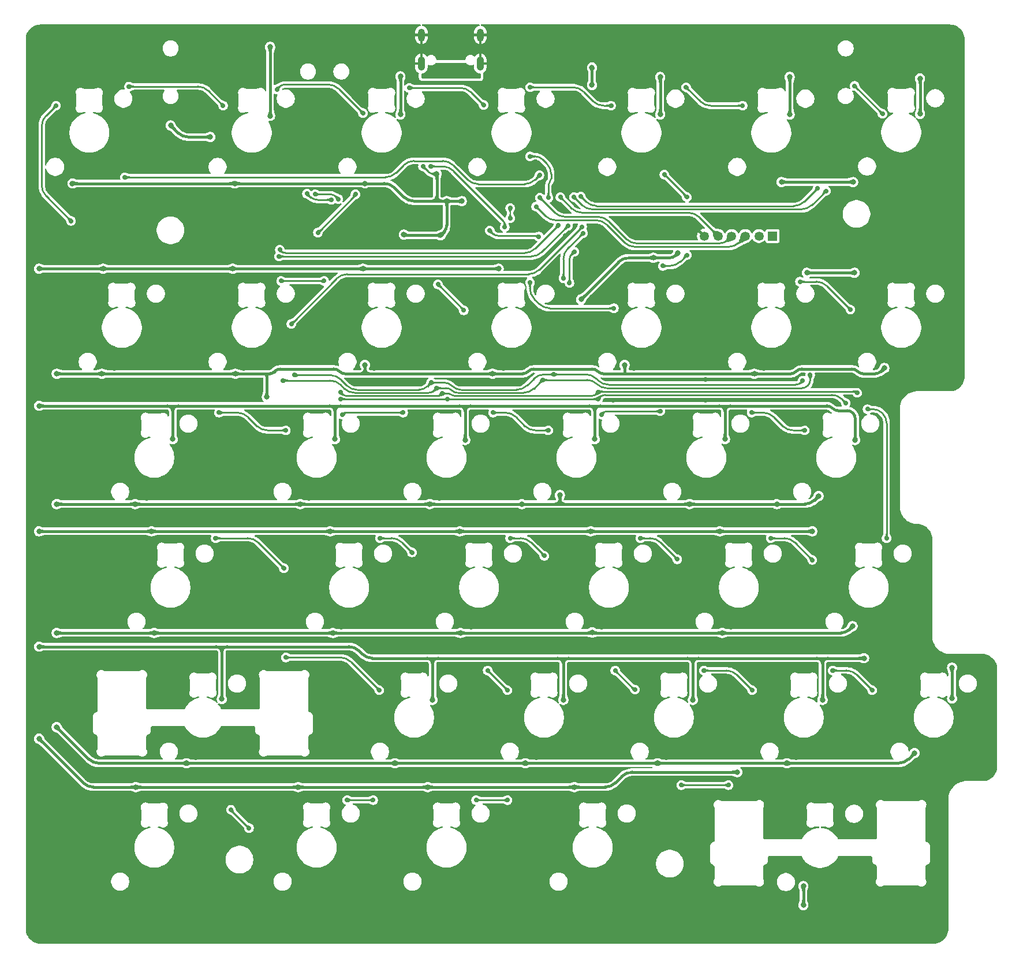
<source format=gbr>
%TF.GenerationSoftware,KiCad,Pcbnew,9.0.4*%
%TF.CreationDate,2025-09-14T10:53:09-05:00*%
%TF.ProjectId,shek-rounded,7368656b-2d72-46f7-956e-6465642e6b69,rev?*%
%TF.SameCoordinates,Original*%
%TF.FileFunction,Copper,L1,Top*%
%TF.FilePolarity,Positive*%
%FSLAX46Y46*%
G04 Gerber Fmt 4.6, Leading zero omitted, Abs format (unit mm)*
G04 Created by KiCad (PCBNEW 9.0.4) date 2025-09-14 10:53:09*
%MOMM*%
%LPD*%
G01*
G04 APERTURE LIST*
%TA.AperFunction,ComponentPad*%
%ADD10O,1.050000X2.100000*%
%TD*%
%TA.AperFunction,ComponentPad*%
%ADD11O,1.000000X1.900000*%
%TD*%
%TA.AperFunction,ComponentPad*%
%ADD12C,1.350000*%
%TD*%
%TA.AperFunction,ComponentPad*%
%ADD13R,1.350000X1.350000*%
%TD*%
%TA.AperFunction,ViaPad*%
%ADD14C,0.800000*%
%TD*%
%TA.AperFunction,ViaPad*%
%ADD15C,0.700000*%
%TD*%
%TA.AperFunction,Conductor*%
%ADD16C,0.250000*%
%TD*%
%TA.AperFunction,Conductor*%
%ADD17C,0.400000*%
%TD*%
%TA.AperFunction,Conductor*%
%ADD18C,0.200000*%
%TD*%
G04 APERTURE END LIST*
D10*
%TO.P,J1,SH1,SHIELD*%
%TO.N,GND*%
X343980000Y-56520000D03*
%TO.P,J1,SH2,SHIELD__1*%
X352620000Y-56520000D03*
D11*
%TO.P,J1,SH3,SHIELD__2*%
X343980000Y-52340000D03*
%TO.P,J1,SH4,SHIELD__3*%
X352620000Y-52340000D03*
%TD*%
D12*
%TO.P,J4,6,Pin_6*%
%TO.N,GND*%
X385485000Y-81820000D03*
%TO.P,J4,5,Pin_5*%
%TO.N,SWO*%
X387485000Y-81820000D03*
%TO.P,J4,4,Pin_4*%
%TO.N,SWCLK*%
X389485000Y-81820000D03*
%TO.P,J4,3,Pin_3*%
%TO.N,SWDIO*%
X391485000Y-81820000D03*
%TO.P,J4,2,Pin_2*%
%TO.N,NRST*%
X393485000Y-81820000D03*
D13*
%TO.P,J4,1,Pin_1*%
%TO.N,3V3*%
X395485000Y-81820000D03*
%TD*%
D14*
%TO.N,5V*%
X297300000Y-86600000D03*
D15*
%TO.N,GND*%
X412300000Y-130600000D03*
X307900000Y-154100000D03*
X303200000Y-135200000D03*
X414800000Y-154100000D03*
X401200000Y-58100000D03*
X413433108Y-82721813D03*
X400100000Y-66300000D03*
X389700000Y-75800000D03*
X356000000Y-72700000D03*
X334700000Y-60000000D03*
X372100000Y-105900000D03*
X390500000Y-113900000D03*
X331800000Y-97700000D03*
X313800000Y-69700000D03*
X381800000Y-116100000D03*
X314400000Y-141100000D03*
X332000000Y-160600000D03*
X362700000Y-116200000D03*
X370800000Y-69800000D03*
X338100000Y-78800000D03*
X364200000Y-77600000D03*
X353300000Y-88600000D03*
X344900000Y-107600000D03*
X302800000Y-92500000D03*
X410600000Y-68400000D03*
X305700000Y-57800000D03*
D14*
X345100000Y-79100000D03*
D15*
X338100000Y-80500000D03*
X397900000Y-75600000D03*
X408300000Y-91300000D03*
X374400000Y-79400000D03*
X376300000Y-88200000D03*
D14*
X366900000Y-58325000D03*
D15*
X357700000Y-80300000D03*
X391300000Y-97000000D03*
X326200000Y-69900000D03*
X361900000Y-66400000D03*
X423900000Y-152000000D03*
X389700000Y-123000000D03*
X334400000Y-52300000D03*
X315100000Y-97000000D03*
X367400000Y-135100000D03*
X372100000Y-123100000D03*
X386500000Y-135100000D03*
X359900000Y-92500000D03*
X372000000Y-61200000D03*
X372400000Y-88200000D03*
X328800000Y-64800000D03*
X355200000Y-76000000D03*
X375000000Y-72700000D03*
X405000000Y-106400000D03*
X410300000Y-97100000D03*
X403600000Y-129400000D03*
X379000000Y-92400000D03*
X351600000Y-76700000D03*
X342900000Y-66400000D03*
X364200000Y-62400000D03*
X348100000Y-135100000D03*
X342400000Y-72700000D03*
X385600000Y-105900000D03*
X411500000Y-53900000D03*
X404600000Y-95900000D03*
X294000000Y-91300000D03*
X351200000Y-91300000D03*
X341600000Y-103300000D03*
X331400000Y-168600000D03*
X325200000Y-58400000D03*
X371500000Y-113900000D03*
X405500000Y-135100000D03*
X342100000Y-80500000D03*
X308900000Y-68600000D03*
X381100000Y-141900000D03*
X386900000Y-68500000D03*
X298900000Y-101200000D03*
X294900000Y-141000000D03*
X413300000Y-101200000D03*
X295500000Y-97000000D03*
X337000000Y-72400000D03*
X332200000Y-139200000D03*
X419100000Y-66300000D03*
X407900000Y-106600000D03*
X301100000Y-129400000D03*
X310900000Y-158300000D03*
D14*
X343900000Y-72700000D03*
D15*
X385600000Y-102800000D03*
X300600000Y-108700000D03*
X354500000Y-59900000D03*
D14*
X367700000Y-58300000D03*
D15*
X371800000Y-168600000D03*
X347000000Y-64000000D03*
X363000000Y-167500000D03*
X323600000Y-78500000D03*
X384500000Y-129400000D03*
X350400000Y-168600000D03*
X352400000Y-113900000D03*
X370100000Y-56900000D03*
X365800000Y-93400000D03*
X300800000Y-173200000D03*
X303700000Y-177400000D03*
X334000000Y-143200000D03*
X325700000Y-85700000D03*
X300500000Y-116000000D03*
X401300000Y-177600000D03*
X394200000Y-101200000D03*
X369900000Y-141700000D03*
X407900000Y-97700000D03*
X341800000Y-158200000D03*
X369300000Y-82000000D03*
X387500000Y-59900000D03*
X323800000Y-66400000D03*
X389400000Y-139200000D03*
X399700000Y-81600000D03*
X335700000Y-141400000D03*
X369800000Y-97700000D03*
X333400000Y-113900000D03*
X397500000Y-107800000D03*
X366700000Y-152100000D03*
X318300000Y-115200000D03*
X401500000Y-95500000D03*
X376800000Y-146900000D03*
X364000000Y-107600000D03*
X332100000Y-91300000D03*
X334400000Y-58400000D03*
X381600000Y-108800000D03*
X339500000Y-58400000D03*
X308300000Y-112700000D03*
X378800000Y-81800000D03*
X307700000Y-146900000D03*
X372300000Y-163800000D03*
X369000000Y-90700000D03*
X322400000Y-108100000D03*
X346400000Y-129400000D03*
X369900000Y-86900000D03*
X382000000Y-80500000D03*
X363600000Y-94500000D03*
X366500000Y-95900000D03*
X390400000Y-80200000D03*
X321800000Y-92500000D03*
X336100000Y-130600000D03*
X341600000Y-167500000D03*
X394100000Y-72700000D03*
X347600000Y-152000000D03*
X292200000Y-105200000D03*
X361300000Y-80100000D03*
X340700000Y-85700000D03*
X391400000Y-84300000D03*
X404800000Y-152100000D03*
X329300000Y-135100000D03*
X316300000Y-143400000D03*
X368600000Y-72600000D03*
X334200000Y-68400000D03*
X413200000Y-72700000D03*
X343600000Y-173200000D03*
X327500000Y-177500000D03*
X360800000Y-158300000D03*
X340900000Y-92500000D03*
X337000000Y-101200000D03*
X402200000Y-107600000D03*
X348700000Y-78600000D03*
X371400000Y-85000000D03*
X325200000Y-52300000D03*
X400800000Y-116100000D03*
X318700000Y-123200000D03*
X313000000Y-91300000D03*
X338700000Y-146900000D03*
X338500000Y-154100000D03*
X365500000Y-129300000D03*
X322800000Y-56500000D03*
X368700000Y-55100000D03*
X328800000Y-66300000D03*
X329100000Y-95800000D03*
X350000000Y-75000000D03*
X352800000Y-96900000D03*
X386900000Y-70000000D03*
X418000000Y-158400000D03*
X357300000Y-86200000D03*
X327500000Y-120300000D03*
X404812840Y-84534446D03*
X374300000Y-130500000D03*
X309900000Y-130600000D03*
X307500000Y-168600000D03*
X366700000Y-73000000D03*
X403600000Y-120300000D03*
X347700000Y-72700000D03*
X408400000Y-139400000D03*
X417100000Y-92400000D03*
X334100000Y-97000000D03*
X395900000Y-146900000D03*
X411700000Y-59900000D03*
X356000000Y-101200000D03*
X317900000Y-101200000D03*
X379900000Y-158300000D03*
X360400000Y-75500000D03*
X414900000Y-146900000D03*
X352400000Y-103400000D03*
X337500000Y-109000000D03*
X405100000Y-168700000D03*
X390500000Y-142000000D03*
X351300000Y-139200000D03*
X357600000Y-154100000D03*
X299100000Y-80600000D03*
X396500000Y-167200000D03*
X306100000Y-139100000D03*
X381000000Y-66400000D03*
X380100000Y-76400000D03*
X343700000Y-116100000D03*
X318000000Y-72300000D03*
D14*
X366100000Y-58300000D03*
D15*
X371000000Y-98300000D03*
X336900000Y-56600000D03*
X352800000Y-81300000D03*
X324600000Y-116100000D03*
X351400000Y-83400000D03*
X391000000Y-68400000D03*
X385700000Y-152000000D03*
X393300000Y-130600000D03*
X326000000Y-107600000D03*
X355200000Y-130600000D03*
X377000000Y-154200000D03*
X365100000Y-81800000D03*
X316400000Y-59900000D03*
X351900000Y-64200000D03*
X303700000Y-120300000D03*
X292600000Y-59900000D03*
X351700000Y-123000000D03*
X327300000Y-129400000D03*
X399900000Y-141800000D03*
X291300000Y-68400000D03*
X359300000Y-122400000D03*
X293600000Y-82900000D03*
X364100000Y-161100000D03*
X360400000Y-107900000D03*
X319400000Y-149500000D03*
X357200000Y-88400000D03*
X324600000Y-173200000D03*
X333300000Y-63600000D03*
X398900000Y-158300000D03*
X320200000Y-58400000D03*
X391100000Y-61200000D03*
X368000000Y-177400000D03*
X349600000Y-141700000D03*
X395300000Y-88100000D03*
X384700000Y-120200000D03*
X314500000Y-53900000D03*
X364700000Y-173200000D03*
X322600000Y-167400000D03*
X294100000Y-72700000D03*
X333400000Y-122900000D03*
X369000000Y-76200000D03*
X346500000Y-177500000D03*
X308100000Y-123200000D03*
X351100000Y-81300000D03*
X406300000Y-68100000D03*
X409600000Y-113900000D03*
X403100000Y-162100000D03*
X300000000Y-66400000D03*
X347000000Y-66500000D03*
X365700000Y-120200000D03*
X389200000Y-91300000D03*
X375100000Y-101200000D03*
X396000000Y-154200000D03*
X357700000Y-146800000D03*
X371600000Y-56900000D03*
X346600000Y-120300000D03*
X298800000Y-167400000D03*
X398000000Y-92400000D03*
X370400000Y-139200000D03*
X309100000Y-105100000D03*
X353200000Y-68500000D03*
X397000000Y-174400000D03*
D14*
%TO.N,5V*%
X390300000Y-160400000D03*
X345600000Y-149800000D03*
X369400000Y-111600000D03*
X366400000Y-162600000D03*
X287900000Y-142000000D03*
X369000000Y-57100000D03*
X398000000Y-64000000D03*
X402800000Y-149800000D03*
X335400000Y-86600000D03*
X369000000Y-59700000D03*
X350400000Y-111700000D03*
X325900000Y-162600000D03*
X364800000Y-149800000D03*
X349600000Y-125100000D03*
X344900000Y-162600000D03*
X321800000Y-54100000D03*
X340900000Y-64000000D03*
X307500000Y-111600000D03*
X321800000Y-64200000D03*
X304400000Y-125100000D03*
X287900000Y-86600000D03*
X417100000Y-63900000D03*
X287900000Y-106700000D03*
X408900000Y-143700000D03*
X316300000Y-86600000D03*
X421800000Y-145100000D03*
X302100000Y-162600000D03*
X331300000Y-111600000D03*
X355300000Y-86600000D03*
X314700000Y-149700000D03*
X379000000Y-64000000D03*
X400500000Y-87200000D03*
X407600000Y-111700000D03*
X383800000Y-149800000D03*
X398000000Y-58500000D03*
X368800000Y-125100000D03*
X387750000Y-125100000D03*
X379000000Y-58500000D03*
X287900000Y-155500000D03*
X401300000Y-125100000D03*
X407500000Y-87200000D03*
X417100000Y-58700000D03*
X340900000Y-58400000D03*
X421800000Y-149600000D03*
X287900000Y-125100000D03*
X388500000Y-111600000D03*
X330600000Y-125100000D03*
%TO.N,VBUS*%
X352000000Y-58300000D03*
X344900000Y-58300000D03*
X351200000Y-58300000D03*
X345850000Y-58250000D03*
D15*
%TO.N,3V3*%
X344200000Y-71600000D03*
D14*
X392800000Y-102000000D03*
X340100000Y-159100000D03*
X331000000Y-140000000D03*
X302000000Y-121100000D03*
X346800000Y-81700000D03*
X388100000Y-140000000D03*
X369012500Y-139912500D03*
X347700000Y-76700000D03*
D15*
X354000000Y-81000000D03*
D14*
X321300000Y-105400000D03*
X290500000Y-153800000D03*
X402225000Y-119925000D03*
X304800000Y-140000000D03*
X397600000Y-159100000D03*
X396100000Y-121100000D03*
X316600000Y-74100000D03*
X383300000Y-121100000D03*
X400000000Y-179900000D03*
X378000000Y-85000000D03*
X416303442Y-157600000D03*
X307200000Y-65600000D03*
X349900000Y-76700000D03*
D15*
X361200000Y-81900000D03*
D14*
X345200000Y-121100000D03*
X407300000Y-73900000D03*
X335700000Y-74100000D03*
X396800000Y-73890625D03*
X290500000Y-140000000D03*
X290500000Y-102000000D03*
X346200000Y-72700000D03*
X373775000Y-100700000D03*
X290500000Y-121100000D03*
X354400000Y-102000000D03*
X359200000Y-159100000D03*
X309500000Y-159100000D03*
X364300000Y-119800000D03*
X378600000Y-159100000D03*
X381600000Y-84300000D03*
X292800000Y-74100000D03*
X335700000Y-100700000D03*
X407200000Y-139000000D03*
X341400000Y-81600000D03*
X367400000Y-91100000D03*
X411875000Y-101175000D03*
X358700000Y-121100000D03*
X313000000Y-67300000D03*
X297100000Y-102000000D03*
X326200000Y-121100000D03*
X349700000Y-140000000D03*
X400000000Y-177100000D03*
X316700000Y-102000000D03*
D15*
%TO.N,SCL*%
X367350000Y-76000000D03*
X365500000Y-80300000D03*
X323100000Y-84800000D03*
X402100000Y-74800000D03*
%TO.N,SDA*%
X366350000Y-76100000D03*
X323200000Y-83800000D03*
X364050000Y-80250000D03*
X403300000Y-75200000D03*
%TO.N,SWO*%
X364350000Y-76100000D03*
%TO.N,SWDIO*%
X360800000Y-77500000D03*
%TO.N,SWCLK*%
X361350000Y-76200000D03*
%TO.N,LED_D*%
X292600000Y-79600000D03*
X290400000Y-62700000D03*
%TO.N,Net-(LED8-DOUT)*%
X399500000Y-88500000D03*
X406900000Y-92600000D03*
%TO.N,Net-(LED10-DOUT)*%
X372200000Y-92400000D03*
X359900000Y-88600000D03*
%TO.N,Net-(LED11-DOUT)*%
X346400000Y-88900000D03*
X350200000Y-92700000D03*
%TO.N,Net-(LED12-DOUT)*%
X323400000Y-88400000D03*
X329700000Y-88400000D03*
%TO.N,Net-(LED20-DOUT)*%
X412200000Y-126100000D03*
X409400000Y-107200000D03*
%TO.N,Net-(LED21-DOUT)*%
X401300000Y-129300000D03*
X395200000Y-126100000D03*
%TO.N,Net-(LED22-DOUT)*%
X376100000Y-126100000D03*
X381500000Y-129200000D03*
%TO.N,Net-(LED23-DOUT)*%
X362000000Y-128700000D03*
X357000000Y-126100000D03*
%TO.N,Net-(LED24-DOUT)*%
X337900000Y-126100000D03*
X342600000Y-128200000D03*
%TO.N,Net-(LED25-DOUT)*%
X313800000Y-126100000D03*
X323800000Y-130500000D03*
%TO.N,Net-(LED33-DOUT)*%
X389000000Y-162300000D03*
X382100000Y-162300000D03*
%TO.N,Net-(LED34-DOUT)*%
X356600000Y-164500000D03*
X352000000Y-164500000D03*
%TO.N,Net-(LED35-DOUT)*%
X333100000Y-164500000D03*
X336900000Y-164500000D03*
%TO.N,OCS2*%
X331800000Y-76400000D03*
X328400000Y-75700000D03*
%TO.N,VBUS2_EN*%
X327200000Y-75600000D03*
X330800000Y-76500000D03*
%TO.N,MUX_S2*%
X332100000Y-105700000D03*
X406225000Y-106300000D03*
X369900000Y-105700000D03*
X347800000Y-105700000D03*
%TO.N,MUX_S3*%
X369900000Y-104700000D03*
X407900000Y-104800000D03*
X347000000Y-104900000D03*
X332100000Y-104700000D03*
%TO.N,VBUS_DET*%
X356200000Y-80500000D03*
X345350000Y-71600000D03*
%TO.N,MUX_S1*%
X345400000Y-103300000D03*
X325400000Y-102200000D03*
X363400000Y-102100000D03*
X399900000Y-103000000D03*
%TO.N,MUX_S0*%
X361750000Y-102900000D03*
X323700000Y-103000000D03*
X346200000Y-104100000D03*
X401000000Y-102200000D03*
%TO.N,MUX2_COM*%
X367550000Y-80450000D03*
X324900000Y-94700000D03*
%TO.N,MUX1_COM*%
X367700000Y-81400000D03*
X364800000Y-88000000D03*
%TO.N,MUX1_A3*%
X366400000Y-84100000D03*
X365700000Y-88700000D03*
X359900000Y-70125000D03*
X362600000Y-76200000D03*
%TO.N,MUX1_A2*%
X379400000Y-86200000D03*
X379600000Y-72800000D03*
X382900000Y-76100000D03*
X382900000Y-84600000D03*
%TO.N,MUX2_A1*%
X334300000Y-75700000D03*
X328800000Y-81300000D03*
%TO.N,DN1_D+*%
X357000000Y-79200000D03*
X357000000Y-77700000D03*
%TO.N,Net-(Q1-G)*%
X300500000Y-73200000D03*
X361300000Y-72900000D03*
%TO.N,Net-(LED1-DOUT)*%
X314900000Y-62700000D03*
X301100000Y-59900000D03*
%TO.N,Net-(LED2-DOUT)*%
X322800000Y-60300000D03*
X335400000Y-63800000D03*
%TO.N,Net-(LED3-DOUT)*%
X353100000Y-62600000D03*
X342200000Y-60100000D03*
%TO.N,Net-(LED4-DOUT)*%
X359900000Y-60000000D03*
X371800000Y-62700000D03*
%TO.N,Net-(LED5-DOUT)*%
X391100000Y-62700000D03*
X382800000Y-60000000D03*
%TO.N,Net-(LED6-DOUT)*%
X407500000Y-59800000D03*
X411600000Y-63900000D03*
%TO.N,Net-(LED15-DOUT)*%
X314300000Y-107700000D03*
X324100000Y-110300000D03*
%TO.N,Net-(LED16-DOUT)*%
X341300000Y-107700000D03*
X332400000Y-108000000D03*
%TO.N,Net-(LED17-DOUT)*%
X362600000Y-110300000D03*
X354500000Y-107700000D03*
%TO.N,Net-(LED18-DOUT)*%
X370400000Y-108000000D03*
X379000000Y-107500000D03*
%TO.N,Net-(LED19-DOUT)*%
X400200000Y-110300000D03*
X392400000Y-107700000D03*
%TO.N,Net-(LED27-DOUT)*%
X324100000Y-143600000D03*
X337800000Y-148400000D03*
%TO.N,Net-(LED28-DOUT)*%
X356600000Y-148400000D03*
X353700000Y-145500000D03*
%TO.N,Net-(LED29-DOUT)*%
X372400000Y-145500000D03*
X375300000Y-148300000D03*
%TO.N,Net-(LED30-DOUT)*%
X385400000Y-145500000D03*
X392500000Y-148400000D03*
%TO.N,Net-(LED31-DOUT)*%
X410100000Y-148400000D03*
X404300000Y-145500000D03*
%TO.N,Net-(LED36-DOUT)*%
X318700000Y-168600000D03*
X316050000Y-165900000D03*
%TD*%
D16*
%TO.N,Net-(LED36-DOUT)*%
X316050000Y-165925000D02*
G75*
G03*
X316067668Y-165967686I60400J0D01*
G01*
%TO.N,Net-(LED31-DOUT)*%
X407837517Y-146137517D02*
G75*
G03*
X406298414Y-145499984I-1539117J-1539083D01*
G01*
%TO.N,Net-(LED30-DOUT)*%
X390237517Y-146137517D02*
G75*
G03*
X388698414Y-145499984I-1539117J-1539083D01*
G01*
%TO.N,Net-(LED29-DOUT)*%
X375164644Y-148264644D02*
G75*
G03*
X375250000Y-148300003I85356J85344D01*
G01*
%TO.N,Net-(LED27-DOUT)*%
X333637517Y-144237517D02*
G75*
G03*
X332098414Y-143599984I-1539117J-1539083D01*
G01*
%TO.N,Net-(LED19-DOUT)*%
X395637517Y-108337517D02*
G75*
G03*
X394098414Y-107699984I-1539117J-1539083D01*
G01*
X396962482Y-109662482D02*
G75*
G03*
X398501585Y-110300016I1539118J1539082D01*
G01*
%TO.N,Net-(LED18-DOUT)*%
X371253553Y-107500000D02*
G75*
G03*
X370649984Y-107749984I-53J-853500D01*
G01*
%TO.N,Net-(LED17-DOUT)*%
X357837517Y-108337517D02*
G75*
G03*
X356298414Y-107699984I-1539117J-1539083D01*
G01*
X359162482Y-109662482D02*
G75*
G03*
X360701585Y-110300016I1539118J1539082D01*
G01*
%TO.N,Net-(LED16-DOUT)*%
X332912132Y-107700000D02*
G75*
G03*
X332549991Y-107849991I-32J-512100D01*
G01*
%TO.N,Net-(LED15-DOUT)*%
X318537517Y-108337517D02*
G75*
G03*
X316998414Y-107699984I-1539117J-1539083D01*
G01*
X319862482Y-109662482D02*
G75*
G03*
X321401585Y-110300016I1539118J1539082D01*
G01*
%TO.N,Net-(LED5-DOUT)*%
X384862482Y-62062482D02*
G75*
G03*
X386401585Y-62700016I1539118J1539082D01*
G01*
%TO.N,Net-(LED4-DOUT)*%
X369162482Y-62062482D02*
G75*
G03*
X370701585Y-62700016I1539118J1539082D01*
G01*
X367737517Y-60637517D02*
G75*
G03*
X366198414Y-59999984I-1539117J-1539083D01*
G01*
%TO.N,Net-(LED3-DOUT)*%
X351237517Y-60737517D02*
G75*
G03*
X349698414Y-60099984I-1539117J-1539083D01*
G01*
%TO.N,Net-(LED2-DOUT)*%
X331837517Y-60237517D02*
G75*
G03*
X330298414Y-59599984I-1539117J-1539083D01*
G01*
X323994974Y-59600000D02*
G75*
G03*
X323150007Y-59950007I26J-1195000D01*
G01*
%TO.N,Net-(LED1-DOUT)*%
X312737517Y-60537517D02*
G75*
G03*
X311198414Y-59899984I-1539117J-1539083D01*
G01*
%TO.N,Net-(Q1-G)*%
X342901585Y-70800000D02*
G75*
G03*
X341362494Y-71437529I15J-2176600D01*
G01*
X360637517Y-73562482D02*
G75*
G02*
X359098414Y-74200015I-1539117J1539082D01*
G01*
X350762482Y-73562482D02*
G75*
G03*
X352301585Y-74200016I1539118J1539082D01*
G01*
X348637517Y-71437517D02*
G75*
G03*
X347098414Y-70799984I-1539117J-1539083D01*
G01*
X340237517Y-72562482D02*
G75*
G02*
X338698414Y-73200015I-1539117J1539082D01*
G01*
%TO.N,MUX2_A1*%
X334300000Y-75750000D02*
G75*
G02*
X334264642Y-75835353I-120700J0D01*
G01*
%TO.N,MUX1_A2*%
X381937517Y-85562482D02*
G75*
G02*
X380398414Y-86200015I-1539117J1539082D01*
G01*
%TO.N,MUX1_A3*%
X363000000Y-73417157D02*
G75*
G02*
X362800033Y-73900033I-682900J-43D01*
G01*
X366050000Y-84450000D02*
G75*
G03*
X365699990Y-85294974I845000J-845000D01*
G01*
X362800000Y-73900000D02*
G75*
G03*
X362600018Y-74382842I482800J-482800D01*
G01*
X362362482Y-71187482D02*
G75*
G02*
X363000016Y-72726585I-1539082J-1539118D01*
G01*
X361794974Y-70619974D02*
G75*
G03*
X360600000Y-70124986I-1194974J-1194926D01*
G01*
%TO.N,MUX1_COM*%
X365437517Y-83662482D02*
G75*
G03*
X364799983Y-85201585I1539083J-1539118D01*
G01*
%TO.N,MUX2_COM*%
X361237517Y-86762482D02*
G75*
G02*
X359698414Y-87400015I-1539117J1539082D01*
G01*
X333101585Y-87400000D02*
G75*
G03*
X331562494Y-88037529I15J-2176600D01*
G01*
%TO.N,MUX_S0*%
X332137517Y-103637517D02*
G75*
G03*
X330598414Y-102999984I-1539117J-1539083D01*
G01*
X348450000Y-104450000D02*
G75*
G03*
X347605025Y-104099990I-845000J-845000D01*
G01*
X332662482Y-104162482D02*
G75*
G03*
X334201585Y-104800016I1539118J1539082D01*
G01*
X348450000Y-104450000D02*
G75*
G03*
X349294974Y-104800010I845000J845000D01*
G01*
X369700000Y-103500000D02*
G75*
G03*
X368251471Y-102900012I-1448500J-1448500D01*
G01*
X361675000Y-103050000D02*
G75*
G03*
X361750000Y-102975000I0J75000D01*
G01*
X361803033Y-102996966D02*
G75*
G02*
X361675000Y-103049989I-128033J128066D01*
G01*
X361750000Y-102975000D02*
G75*
G03*
X361803074Y-102997008I31100J0D01*
G01*
X401000000Y-102905025D02*
G75*
G02*
X400649993Y-103749993I-1195000J25D01*
G01*
X361675000Y-103050000D02*
G75*
G03*
X361546960Y-103103026I0J-181100D01*
G01*
X400650000Y-103750000D02*
G75*
G02*
X399805025Y-104100010I-845000J845000D01*
G01*
X360487517Y-104162482D02*
G75*
G02*
X358948414Y-104800015I-1539117J1539082D01*
G01*
X362006066Y-102900000D02*
G75*
G03*
X361825010Y-102975010I34J-256100D01*
G01*
X345850000Y-104450000D02*
G75*
G02*
X345005025Y-104800010I-845000J845000D01*
G01*
X369700000Y-103500000D02*
G75*
G03*
X371148528Y-104099988I1448500J1448500D01*
G01*
%TO.N,MUX_S1*%
X363400000Y-102050000D02*
G75*
G03*
X363364657Y-102035368I-20700J0D01*
G01*
X359487517Y-103712482D02*
G75*
G02*
X357948414Y-104350015I-1539117J1539082D01*
G01*
X362001585Y-102100000D02*
G75*
G03*
X360462494Y-102737529I15J-2176600D01*
G01*
X332137517Y-102837517D02*
G75*
G03*
X330598414Y-102199984I-1539117J-1539083D01*
G01*
X348525000Y-103825000D02*
G75*
G03*
X347257537Y-103299984I-1267500J-1267500D01*
G01*
X348525000Y-103825000D02*
G75*
G03*
X349792462Y-104350016I1267500J1267500D01*
G01*
X333012482Y-103712482D02*
G75*
G03*
X334551585Y-104350016I1539118J1539082D01*
G01*
X344875000Y-103825000D02*
G75*
G02*
X343607537Y-104350016I-1267500J1267500D01*
G01*
X363350000Y-102050000D02*
G75*
G02*
X363229289Y-102099996I-120700J120700D01*
G01*
X369637517Y-102737517D02*
G75*
G03*
X368098414Y-102099984I-1539117J-1539083D01*
G01*
X369862482Y-102962482D02*
G75*
G03*
X371401585Y-103600016I1539118J1539082D01*
G01*
X399600000Y-103300000D02*
G75*
G02*
X398875735Y-103600015I-724300J724300D01*
G01*
%TO.N,VBUS_DET*%
X348637517Y-72237517D02*
G75*
G03*
X347098414Y-71599984I-1539117J-1539083D01*
G01*
X355952512Y-79552512D02*
G75*
G02*
X356199993Y-80150000I-597512J-597488D01*
G01*
%TO.N,MUX_S3*%
X348375000Y-105075000D02*
G75*
G03*
X348797487Y-105250005I422500J422500D01*
G01*
X348375000Y-105075000D02*
G75*
G03*
X347952512Y-104899995I-422500J-422500D01*
G01*
X407800000Y-104700000D02*
G75*
G03*
X407558578Y-104600009I-241400J-241400D01*
G01*
X332375000Y-104975000D02*
G75*
G03*
X333038908Y-105249996I663900J663900D01*
G01*
X370070710Y-104600000D02*
G75*
G03*
X369949997Y-104649997I-10J-170700D01*
G01*
X369625000Y-104975000D02*
G75*
G02*
X368961091Y-105249996I-663900J663900D01*
G01*
X346825000Y-105075000D02*
G75*
G02*
X346402512Y-105250005I-422500J422500D01*
G01*
%TO.N,MUX_S2*%
X405625000Y-105700000D02*
G75*
G03*
X404176471Y-105100012I-1448500J-1448500D01*
G01*
X370924264Y-105100000D02*
G75*
G03*
X370200011Y-105400011I36J-1024300D01*
G01*
%TO.N,VBUS2_EN*%
X327650000Y-76050000D02*
G75*
G03*
X328736396Y-76500002I1086400J1086400D01*
G01*
%TO.N,OCS2*%
X331450000Y-76050000D02*
G75*
G03*
X330605025Y-75699990I-845000J-845000D01*
G01*
%TO.N,Net-(LED25-DOUT)*%
X320037517Y-126737517D02*
G75*
G03*
X318498414Y-126099984I-1539117J-1539083D01*
G01*
%TO.N,Net-(LED24-DOUT)*%
X341137517Y-126737517D02*
G75*
G03*
X339598414Y-126099984I-1539117J-1539083D01*
G01*
%TO.N,Net-(LED23-DOUT)*%
X360037517Y-126737517D02*
G75*
G03*
X358498414Y-126099984I-1539117J-1539083D01*
G01*
%TO.N,Net-(LED22-DOUT)*%
X379037517Y-126737517D02*
G75*
G03*
X377498414Y-126099984I-1539117J-1539083D01*
G01*
%TO.N,Net-(LED21-DOUT)*%
X398737517Y-126737517D02*
G75*
G03*
X397198414Y-126099984I-1539117J-1539083D01*
G01*
%TO.N,Net-(LED20-DOUT)*%
X411565685Y-107765685D02*
G75*
G03*
X410200000Y-107200009I-1365685J-1365715D01*
G01*
X411600000Y-107800000D02*
G75*
G02*
X412199988Y-109248528I-1448500J-1448500D01*
G01*
%TO.N,Net-(LED10-DOUT)*%
X361262482Y-91762482D02*
G75*
G03*
X362801585Y-92400016I1539118J1539082D01*
G01*
X359900000Y-89500000D02*
G75*
G03*
X360536394Y-91036398I2172800J0D01*
G01*
%TO.N,Net-(LED8-DOUT)*%
X403437517Y-89137517D02*
G75*
G03*
X401898414Y-88499984I-1539117J-1539083D01*
G01*
%TO.N,LED_D*%
X288300000Y-74398414D02*
G75*
G03*
X288937528Y-75937506I2176600J14D01*
G01*
X288937517Y-64162482D02*
G75*
G03*
X288299983Y-65701585I1539083J-1539118D01*
G01*
%TO.N,SWCLK*%
X363512482Y-78362482D02*
G75*
G03*
X365051585Y-79000016I1539118J1539082D01*
G01*
X371437517Y-79637517D02*
G75*
G03*
X369898414Y-78999984I-1539117J-1539083D01*
G01*
X388945000Y-82360000D02*
G75*
G02*
X387641324Y-82900010I-1303700J1303700D01*
G01*
X374062482Y-82262482D02*
G75*
G03*
X375601585Y-82900016I1539118J1539082D01*
G01*
%TO.N,SWDIO*%
X390542517Y-82762482D02*
G75*
G02*
X389003414Y-83400015I-1539117J1539082D01*
G01*
X373762482Y-82762482D02*
G75*
G03*
X375301585Y-83400016I1539118J1539082D01*
G01*
X362162482Y-78862482D02*
G75*
G03*
X363701585Y-79500016I1539118J1539082D01*
G01*
X371137517Y-80137517D02*
G75*
G03*
X369598414Y-79499984I-1539117J-1539083D01*
G01*
%TO.N,SWO*%
X366012482Y-77762482D02*
G75*
G03*
X367551585Y-78400016I1539118J1539082D01*
G01*
X384702517Y-79037517D02*
G75*
G03*
X383163414Y-78399984I-1539117J-1539083D01*
G01*
%TO.N,SDA*%
X401237517Y-77262482D02*
G75*
G02*
X399698414Y-77900015I-1539117J1539082D01*
G01*
X360637517Y-83662482D02*
G75*
G02*
X359098414Y-84300015I-1539117J1539082D01*
G01*
X323450000Y-84050000D02*
G75*
G03*
X324053553Y-84300019I603600J603600D01*
G01*
X367512482Y-77262482D02*
G75*
G03*
X369051585Y-77900016I1539118J1539082D01*
G01*
%TO.N,SCL*%
X400137517Y-76762482D02*
G75*
G02*
X398598414Y-77400015I-1539117J1539082D01*
G01*
X368112482Y-76762482D02*
G75*
G03*
X369651585Y-77400016I1539118J1539082D01*
G01*
X361637517Y-84162482D02*
G75*
G02*
X360098414Y-84800015I-1539117J1539082D01*
G01*
D17*
%TO.N,3V3*%
X347700000Y-80163603D02*
G75*
G02*
X347249999Y-81249999I-1536400J3D01*
G01*
X323294974Y-101300000D02*
G75*
G03*
X322450007Y-101650007I26J-1195000D01*
G01*
X368968750Y-139956250D02*
G75*
G02*
X368863128Y-140000012I-105650J105650D01*
G01*
X369056250Y-139956250D02*
G75*
G03*
X369161871Y-140000012I105650J105650D01*
G01*
X321300000Y-102400000D02*
G75*
G03*
X320900000Y-102000000I-400000J0D01*
G01*
X321700000Y-102000000D02*
G75*
G03*
X321300000Y-102400000I0J-400000D01*
G01*
X363650000Y-121100000D02*
G75*
G03*
X364300000Y-120450000I0J650000D01*
G01*
X364300000Y-120450000D02*
G75*
G03*
X364950000Y-121100000I650000J0D01*
G01*
X373787500Y-100712500D02*
G75*
G02*
X373800009Y-100742677I-30200J-30200D01*
G01*
X407295312Y-73895312D02*
G75*
G03*
X407283995Y-73890619I-11312J-11288D01*
G01*
X407950000Y-101650000D02*
G75*
G03*
X408794974Y-102000010I845000J845000D01*
G01*
X369850000Y-101650000D02*
G75*
G03*
X370694974Y-102000010I845000J845000D01*
G01*
X401637500Y-120512500D02*
G75*
G02*
X400219149Y-121100021I-1418400J1418400D01*
G01*
X345525000Y-76700000D02*
G75*
G03*
X346250000Y-75975000I0J725000D01*
G01*
X346250000Y-75975000D02*
G75*
G03*
X346975000Y-76700000I725000J0D01*
G01*
X415440959Y-158462482D02*
G75*
G02*
X413901856Y-159099974I-1539059J1539082D01*
G01*
X340037517Y-74737517D02*
G75*
G03*
X338498414Y-74099984I-1539117J-1539083D01*
G01*
X331950000Y-101650000D02*
G75*
G03*
X331105025Y-101299990I-845000J-845000D01*
G01*
X341362482Y-76062482D02*
G75*
G03*
X342901585Y-76700016I1539118J1539082D01*
G01*
D16*
X354400000Y-81400000D02*
G75*
G03*
X355365685Y-81800006I965700J965700D01*
G01*
D17*
X308262482Y-66662482D02*
G75*
G03*
X309801585Y-67300016I1539118J1539082D01*
G01*
X373829289Y-102000000D02*
G75*
G03*
X373850018Y-101949982I11J29300D01*
G01*
X373850000Y-101950000D02*
G75*
G03*
X373970710Y-101999996I120700J120700D01*
G01*
X411462500Y-101587500D02*
G75*
G02*
X410466636Y-102000015I-995900J995900D01*
G01*
X399794974Y-101300000D02*
G75*
G03*
X398950007Y-101650007I26J-1195000D01*
G01*
X374401585Y-85000000D02*
G75*
G03*
X372862494Y-85637529I15J-2176600D01*
G01*
X381250000Y-84650000D02*
G75*
G02*
X380405025Y-85000010I-845000J845000D01*
G01*
X407950000Y-101650000D02*
G75*
G03*
X407105025Y-101299990I-845000J-845000D01*
G01*
X341450000Y-81650000D02*
G75*
G03*
X341570710Y-81699996I120700J120700D01*
G01*
X331950000Y-101650000D02*
G75*
G03*
X332794974Y-102000010I845000J845000D01*
G01*
X335050000Y-102000000D02*
G75*
G03*
X335700000Y-101350000I0J650000D01*
G01*
X335700000Y-101350000D02*
G75*
G03*
X336350000Y-102000000I650000J0D01*
G01*
X295162482Y-158462482D02*
G75*
G03*
X296701585Y-159100016I1539118J1539082D01*
G01*
D16*
X361150000Y-81850000D02*
G75*
G03*
X361029289Y-81800004I-120700J-120700D01*
G01*
D17*
X346225000Y-72725000D02*
G75*
G02*
X346250018Y-72785355I-60400J-60400D01*
G01*
X369850000Y-101650000D02*
G75*
G03*
X369005025Y-101299990I-845000J-845000D01*
G01*
D16*
X344981801Y-72381801D02*
G75*
G03*
X345750000Y-72699999I768199J768201D01*
G01*
D17*
X359650000Y-101650000D02*
G75*
G02*
X358805025Y-102000010I-845000J845000D01*
G01*
X398950000Y-101650000D02*
G75*
G02*
X398105025Y-102000010I-845000J845000D01*
G01*
X322382842Y-101717157D02*
G75*
G02*
X321700000Y-101999995I-682842J682857D01*
G01*
X373800000Y-101829289D02*
G75*
G03*
X373849997Y-101950003I170700J-11D01*
G01*
X360494974Y-101300000D02*
G75*
G03*
X359650007Y-101650007I26J-1195000D01*
G01*
X406700000Y-139500000D02*
G75*
G02*
X405492893Y-139999997I-1207100J1207100D01*
G01*
X320900000Y-102000000D02*
X321700000Y-102000000D01*
X364950000Y-121100000D02*
X363650000Y-121100000D01*
X346975000Y-76700000D02*
X345525000Y-76700000D01*
X373970710Y-102000000D02*
X373829289Y-102000000D01*
X336350000Y-102000000D02*
X335050000Y-102000000D01*
%TO.N,5V*%
X345600000Y-144499999D02*
G75*
G03*
X344800000Y-143700000I-800000J-1D01*
G01*
X346399999Y-143700000D02*
G75*
G03*
X345600000Y-144499999I1J-800000D01*
G01*
X314700000Y-142799999D02*
G75*
G03*
X313900000Y-142000000I-800000J-1D01*
G01*
X315499999Y-142000000D02*
G75*
G03*
X314700000Y-142799999I1J-800000D01*
G01*
X364800000Y-144499999D02*
G75*
G03*
X364000000Y-143700000I-800000J-1D01*
G01*
X365599999Y-143700000D02*
G75*
G03*
X364800000Y-144499999I1J-800000D01*
G01*
X404250000Y-107050000D02*
G75*
G03*
X403405025Y-106699990I-845000J-845000D01*
G01*
X388500000Y-107499999D02*
G75*
G03*
X387700000Y-106700000I-800000J-1D01*
G01*
X389299999Y-106700000D02*
G75*
G03*
X388500000Y-107499999I1J-800000D01*
G01*
X404250000Y-107050000D02*
G75*
G03*
X405094974Y-107400010I845000J845000D01*
G01*
X350400000Y-107499999D02*
G75*
G03*
X349600000Y-106700000I-800000J-1D01*
G01*
X351199999Y-106700000D02*
G75*
G03*
X350400000Y-107499999I1J-800000D01*
G01*
X383800000Y-144499999D02*
G75*
G03*
X383000000Y-143700000I-800000J-1D01*
G01*
X384599999Y-143700000D02*
G75*
G03*
X383800000Y-144499999I1J-800000D01*
G01*
X407250000Y-107750000D02*
G75*
G02*
X407600010Y-108594974I-845000J-845000D01*
G01*
X374901585Y-160400000D02*
G75*
G03*
X373362494Y-161037529I15J-2176600D01*
G01*
X334837517Y-142637517D02*
G75*
G03*
X333298414Y-141999984I-1539117J-1539083D01*
G01*
X369400000Y-107499999D02*
G75*
G03*
X368600000Y-106700000I-800000J-1D01*
G01*
X370199999Y-106700000D02*
G75*
G03*
X369400000Y-107499999I1J-800000D01*
G01*
X407250000Y-107750000D02*
G75*
G03*
X406405025Y-107399990I-845000J-845000D01*
G01*
X402800000Y-144499999D02*
G75*
G03*
X402000000Y-143700000I-800000J-1D01*
G01*
X403599999Y-143700000D02*
G75*
G03*
X402800000Y-144499999I1J-800000D01*
G01*
X372437517Y-161962482D02*
G75*
G02*
X370898414Y-162600015I-1539117J1539082D01*
G01*
X335262482Y-143062482D02*
G75*
G03*
X336801585Y-143700016I1539118J1539082D01*
G01*
X331300000Y-107499999D02*
G75*
G03*
X330500000Y-106700000I-800000J-1D01*
G01*
X332099999Y-106700000D02*
G75*
G03*
X331300000Y-107499999I1J-800000D01*
G01*
X307500000Y-107499999D02*
G75*
G03*
X306700000Y-106700000I-800000J-1D01*
G01*
X308299999Y-106700000D02*
G75*
G03*
X307500000Y-107499999I1J-800000D01*
G01*
X294362482Y-161962482D02*
G75*
G03*
X295901585Y-162600016I1539118J1539082D01*
G01*
X344800000Y-143700000D02*
X346399999Y-143700000D01*
X313900000Y-142000000D02*
X315499999Y-142000000D01*
X364000000Y-143700000D02*
X365599999Y-143700000D01*
X387700000Y-106700000D02*
X389299999Y-106700000D01*
X349600000Y-106700000D02*
X351199999Y-106700000D01*
X383000000Y-143700000D02*
X384599999Y-143700000D01*
X368600000Y-106700000D02*
X370199999Y-106700000D01*
X402000000Y-143700000D02*
X403599999Y-143700000D01*
X330500000Y-106700000D02*
X332099999Y-106700000D01*
X306700000Y-106700000D02*
X308299999Y-106700000D01*
%TO.N,3V3*%
X346225000Y-72725000D02*
X346200000Y-72700000D01*
X346250000Y-75975000D02*
X346250000Y-72785355D01*
X347700000Y-76700000D02*
X346975000Y-76700000D01*
X316600000Y-74100000D02*
X338498414Y-74100000D01*
X340037517Y-74737517D02*
X341362482Y-76062482D01*
X345525000Y-76700000D02*
X342901585Y-76700000D01*
%TO.N,5V*%
X401300000Y-125100000D02*
X387750000Y-125100000D01*
X368800000Y-125100000D02*
X387750000Y-125100000D01*
X330600000Y-125100000D02*
X349600000Y-125100000D01*
X349600000Y-125100000D02*
X368800000Y-125100000D01*
X383800000Y-144499999D02*
X383800000Y-149800000D01*
X365599999Y-143700000D02*
X383000000Y-143700000D01*
X384599999Y-143700000D02*
X402000000Y-143700000D01*
X369400000Y-107499999D02*
X369400000Y-111600000D01*
X351199999Y-106700000D02*
X368600000Y-106700000D01*
X387700000Y-106700000D02*
X370199999Y-106700000D01*
X331300000Y-107499999D02*
X331300000Y-111600000D01*
X407600000Y-108594974D02*
X407600000Y-111700000D01*
X330500000Y-106700000D02*
X308299999Y-106700000D01*
X346399999Y-143700000D02*
X364000000Y-143700000D01*
X402800000Y-144499999D02*
X402800000Y-149800000D01*
X374901585Y-160400000D02*
X390300000Y-160400000D01*
X366400000Y-162600000D02*
X344900000Y-162600000D01*
X287900000Y-125100000D02*
X304400000Y-125100000D01*
X398000000Y-58500000D02*
X398000000Y-64000000D01*
X405094974Y-107400000D02*
X406405025Y-107400000D01*
X306700000Y-106700000D02*
X287800000Y-106700000D01*
X403405025Y-106700000D02*
X389299999Y-106700000D01*
X340900000Y-58400000D02*
X340900000Y-64000000D01*
X287900000Y-155500000D02*
X294362482Y-161962482D01*
X334837517Y-142637517D02*
X335262482Y-143062482D01*
X321800000Y-54100000D02*
X321800000Y-64200000D01*
X417100000Y-63900000D02*
X417100000Y-58700000D01*
X400500000Y-87200000D02*
X407500000Y-87200000D01*
X379000000Y-58500000D02*
X379000000Y-64000000D01*
X315499999Y-142000000D02*
X333298414Y-142000000D01*
X313900000Y-142000000D02*
X288100000Y-142000000D01*
X364800000Y-144499999D02*
X364800000Y-149800000D01*
X335400000Y-86600000D02*
X355300000Y-86600000D01*
X335400000Y-86600000D02*
X316300000Y-86600000D01*
X302100000Y-162600000D02*
X295901585Y-162600000D01*
X373362482Y-161037517D02*
X372437517Y-161962482D01*
X344800000Y-143700000D02*
X336801585Y-143700000D01*
X421800000Y-145100000D02*
X421800000Y-149600000D01*
X314700000Y-142799999D02*
X314700000Y-149700000D01*
X350400000Y-111700000D02*
X350400000Y-107499999D01*
X388500000Y-107499999D02*
X388500000Y-111600000D01*
X330600000Y-125100000D02*
X304400000Y-125100000D01*
X325900000Y-162600000D02*
X302100000Y-162600000D01*
X349600000Y-106700000D02*
X332099999Y-106700000D01*
X408900000Y-143700000D02*
X403599999Y-143700000D01*
X369000000Y-57100000D02*
X369000000Y-59700000D01*
X366400000Y-162600000D02*
X370898414Y-162600000D01*
X345600000Y-144499999D02*
X345600000Y-149800000D01*
X325900000Y-162600000D02*
X344900000Y-162600000D01*
X307500000Y-111600000D02*
X307500000Y-107499999D01*
%TO.N,3V3*%
X340100000Y-159100000D02*
X359200000Y-159100000D01*
D16*
X354000000Y-81000000D02*
X354400000Y-81400000D01*
D17*
X323294974Y-101300000D02*
X331105025Y-101300000D01*
X373787500Y-100712500D02*
X373775000Y-100700000D01*
X322449999Y-101649999D02*
X322382842Y-101717157D01*
X309500000Y-159100000D02*
X340100000Y-159100000D01*
X304800000Y-140000000D02*
X290500000Y-140000000D01*
X349700000Y-140000000D02*
X331000000Y-140000000D01*
X313000000Y-67300000D02*
X309801585Y-67300000D01*
X400000000Y-177100000D02*
X400000000Y-179900000D01*
X407200000Y-139000000D02*
X406700000Y-139500000D01*
X302000000Y-121100000D02*
X326200000Y-121100000D01*
X399794974Y-101300000D02*
X407105025Y-101300000D01*
X383300000Y-121100000D02*
X400219149Y-121100000D01*
X290500000Y-102000000D02*
X297100000Y-102000000D01*
X369161871Y-140000000D02*
X388100000Y-140000000D01*
X363650000Y-121100000D02*
X345200000Y-121100000D01*
X397600000Y-159100000D02*
X378600000Y-159100000D01*
X413901856Y-159100000D02*
X397600000Y-159100000D01*
X308262482Y-66662482D02*
X307200000Y-65600000D01*
X383300000Y-121100000D02*
X364950000Y-121100000D01*
X336350000Y-102000000D02*
X354400000Y-102000000D01*
X364300000Y-120450000D02*
X364300000Y-119800000D01*
X378000000Y-85000000D02*
X374401585Y-85000000D01*
X316700000Y-102000000D02*
X297100000Y-102000000D01*
X354400000Y-102000000D02*
X358805025Y-102000000D01*
D16*
X355365685Y-81800000D02*
X361029289Y-81800000D01*
D17*
X378000000Y-85000000D02*
X380405025Y-85000000D01*
X402225000Y-119925000D02*
X401637500Y-120512500D01*
D16*
X361200000Y-81900000D02*
X361150000Y-81850000D01*
X344200000Y-71600000D02*
X344981801Y-72381801D01*
D17*
X347700000Y-80163603D02*
X347700000Y-76700000D01*
X370694974Y-102000000D02*
X373829289Y-102000000D01*
X388100000Y-140000000D02*
X405492893Y-140000000D01*
X290500000Y-153800000D02*
X295162482Y-158462482D01*
X341570710Y-81700000D02*
X346800000Y-81700000D01*
X368968750Y-139956250D02*
X369012500Y-139912500D01*
X290500000Y-121100000D02*
X302000000Y-121100000D01*
X392800000Y-102000000D02*
X373970710Y-102000000D01*
X367400000Y-91100000D02*
X372862482Y-85637517D01*
X373800000Y-100742677D02*
X373800000Y-101829289D01*
X320900000Y-102000000D02*
X316700000Y-102000000D01*
X332794974Y-102000000D02*
X335050000Y-102000000D01*
X381250000Y-84650000D02*
X381600000Y-84300000D01*
X347700000Y-76700000D02*
X349900000Y-76700000D01*
X321300000Y-102400000D02*
X321300000Y-105400000D01*
X407295312Y-73895312D02*
X407300000Y-73900000D01*
X335700000Y-100700000D02*
X335700000Y-101350000D01*
X345200000Y-121100000D02*
X326200000Y-121100000D01*
D16*
X345750000Y-72700000D02*
X346200000Y-72700000D01*
D17*
X359200000Y-159100000D02*
X378600000Y-159100000D01*
X407283995Y-73890625D02*
X396800000Y-73890625D01*
X392800000Y-102000000D02*
X398105025Y-102000000D01*
X369056250Y-139956250D02*
X369012500Y-139912500D01*
X368863128Y-140000000D02*
X349700000Y-140000000D01*
X316600000Y-74100000D02*
X292800000Y-74100000D01*
X408794974Y-102000000D02*
X410466636Y-102000000D01*
X347250000Y-81250000D02*
X346800000Y-81700000D01*
X369005025Y-101300000D02*
X360494974Y-101300000D01*
X309500000Y-159100000D02*
X296701585Y-159100000D01*
X341400000Y-81600000D02*
X341450000Y-81650000D01*
X304800000Y-140000000D02*
X331000000Y-140000000D01*
X415440959Y-158462482D02*
X416303442Y-157600000D01*
X411462500Y-101587500D02*
X411875000Y-101175000D01*
D16*
%TO.N,SCL*%
X323100000Y-84800000D02*
X360098414Y-84800000D01*
X365500000Y-80300000D02*
X361637517Y-84162482D01*
X400137517Y-76762482D02*
X402100000Y-74800000D01*
X367350000Y-76000000D02*
X368112482Y-76762482D01*
X398598414Y-77400000D02*
X369651585Y-77400000D01*
%TO.N,SDA*%
X364050000Y-80250000D02*
X360637517Y-83662482D01*
X401237517Y-77262482D02*
X403300000Y-75200000D01*
X323200000Y-83800000D02*
X323450000Y-84050000D01*
X366350000Y-76100000D02*
X367512482Y-77262482D01*
X399698414Y-77900000D02*
X369051585Y-77900000D01*
X359098414Y-84300000D02*
X324053553Y-84300000D01*
%TO.N,SWO*%
X384702517Y-79037517D02*
X387485000Y-81820000D01*
X367551585Y-78400000D02*
X383163414Y-78400000D01*
X364350000Y-76100000D02*
X366012482Y-77762482D01*
%TO.N,SWDIO*%
X363701585Y-79500000D02*
X369598414Y-79500000D01*
X389003414Y-83400000D02*
X375301585Y-83400000D01*
X362162482Y-78862482D02*
X360800000Y-77500000D01*
X373762482Y-82762482D02*
X371137517Y-80137517D01*
X390542517Y-82762482D02*
X391485000Y-81820000D01*
%TO.N,SWCLK*%
X365051585Y-79000000D02*
X369898414Y-79000000D01*
X371437517Y-79637517D02*
X374062482Y-82262482D01*
X387641324Y-82900000D02*
X375601585Y-82900000D01*
X388945000Y-82360000D02*
X389485000Y-81820000D01*
X361350000Y-76200000D02*
X363512482Y-78362482D01*
%TO.N,LED_D*%
X290400000Y-62700000D02*
X288937517Y-64162482D01*
X288300000Y-74398414D02*
X288300000Y-65701585D01*
X292600000Y-79600000D02*
X288937517Y-75937517D01*
%TO.N,Net-(LED8-DOUT)*%
X399500000Y-88500000D02*
X401898414Y-88500000D01*
X406900000Y-92600000D02*
X403437517Y-89137517D01*
%TO.N,Net-(LED10-DOUT)*%
X359900000Y-88600000D02*
X359900000Y-89500000D01*
X361262482Y-91762482D02*
X360536396Y-91036396D01*
X362801585Y-92400000D02*
X372200000Y-92400000D01*
%TO.N,Net-(LED11-DOUT)*%
X350200000Y-92700000D02*
X346400000Y-88900000D01*
%TO.N,Net-(LED12-DOUT)*%
X323400000Y-88400000D02*
X329700000Y-88400000D01*
%TO.N,Net-(LED20-DOUT)*%
X412200000Y-126100000D02*
X412200000Y-109248528D01*
X411565685Y-107765685D02*
X411600000Y-107800000D01*
X410200000Y-107200000D02*
X409400000Y-107200000D01*
%TO.N,Net-(LED21-DOUT)*%
X398737517Y-126737517D02*
X401300000Y-129300000D01*
X397198414Y-126100000D02*
X395200000Y-126100000D01*
%TO.N,Net-(LED22-DOUT)*%
X377498414Y-126100000D02*
X376100000Y-126100000D01*
X379037517Y-126737517D02*
X381500000Y-129200000D01*
%TO.N,Net-(LED23-DOUT)*%
X360037517Y-126737517D02*
X362000000Y-128700000D01*
X358498414Y-126100000D02*
X357000000Y-126100000D01*
%TO.N,Net-(LED24-DOUT)*%
X339598414Y-126100000D02*
X337900000Y-126100000D01*
X342600000Y-128200000D02*
X341137517Y-126737517D01*
%TO.N,Net-(LED25-DOUT)*%
X323800000Y-130500000D02*
X320037517Y-126737517D01*
X313800000Y-126100000D02*
X318498414Y-126100000D01*
%TO.N,Net-(LED33-DOUT)*%
X382100000Y-162300000D02*
X389000000Y-162300000D01*
%TO.N,Net-(LED34-DOUT)*%
X352000000Y-164500000D02*
X356600000Y-164500000D01*
%TO.N,Net-(LED35-DOUT)*%
X333100000Y-164500000D02*
X336900000Y-164500000D01*
%TO.N,OCS2*%
X330605025Y-75700000D02*
X328400000Y-75700000D01*
X331450000Y-76050000D02*
X331800000Y-76400000D01*
%TO.N,VBUS2_EN*%
X327200000Y-75600000D02*
X327650000Y-76050000D01*
X330800000Y-76500000D02*
X328736396Y-76500000D01*
%TO.N,MUX_S2*%
X405625000Y-105700000D02*
X406225000Y-106300000D01*
X404176471Y-105100000D02*
X370924264Y-105100000D01*
X370200000Y-105400000D02*
X369900000Y-105700000D01*
X332100000Y-105700000D02*
X369900000Y-105700000D01*
%TO.N,MUX_S3*%
X369625000Y-104975000D02*
X369900000Y-104700000D01*
X347000000Y-104900000D02*
X346825000Y-105075000D01*
X407900000Y-104800000D02*
X407800000Y-104700000D01*
X407558578Y-104600000D02*
X370070710Y-104600000D01*
X333038908Y-105250000D02*
X346402512Y-105250000D01*
X347952512Y-104900000D02*
X347000000Y-104900000D01*
X332100000Y-104700000D02*
X332375000Y-104975000D01*
X348797487Y-105250000D02*
X368961091Y-105250000D01*
X369950000Y-104650000D02*
X369900000Y-104700000D01*
%TO.N,VBUS_DET*%
X356200000Y-80150000D02*
X356200000Y-80500000D01*
X347098414Y-71600000D02*
X345350000Y-71600000D01*
X348637517Y-72237517D02*
X355952512Y-79552512D01*
%TO.N,MUX_S1*%
X334551585Y-104350000D02*
X343607537Y-104350000D01*
X371401585Y-103600000D02*
X398875735Y-103600000D01*
X325400000Y-102200000D02*
X330598414Y-102200000D01*
X363400000Y-102050000D02*
X363400000Y-102100000D01*
X332137517Y-102837517D02*
X333012482Y-103712482D01*
X357948414Y-104350000D02*
X349792462Y-104350000D01*
X345400000Y-103300000D02*
X344875000Y-103825000D01*
X369637517Y-102737517D02*
X369862482Y-102962482D01*
X362001585Y-102100000D02*
X363229289Y-102100000D01*
X363364644Y-102035355D02*
X363350000Y-102050000D01*
X363400000Y-102100000D02*
X368098414Y-102100000D01*
X399900000Y-103000000D02*
X399600000Y-103300000D01*
X345400000Y-103300000D02*
X347257537Y-103300000D01*
X359487517Y-103712482D02*
X360462482Y-102737517D01*
%TO.N,MUX_S0*%
X332137517Y-103637517D02*
X332662482Y-104162482D01*
X345850000Y-104450000D02*
X346200000Y-104100000D01*
X334201585Y-104800000D02*
X345005025Y-104800000D01*
X361803033Y-102996966D02*
X361825000Y-102975000D01*
X361546966Y-103103032D02*
X360487517Y-104162482D01*
X347605025Y-104100000D02*
X346200000Y-104100000D01*
X399805025Y-104100000D02*
X371148528Y-104100000D01*
X349294974Y-104800000D02*
X358948414Y-104800000D01*
X361750000Y-102900000D02*
X361750000Y-102975000D01*
X368251471Y-102900000D02*
X362006066Y-102900000D01*
X401000000Y-102200000D02*
X401000000Y-102905025D01*
X330598414Y-103000000D02*
X323700000Y-103000000D01*
%TO.N,MUX2_COM*%
X359698414Y-87400000D02*
X333101585Y-87400000D01*
X361237517Y-86762482D02*
X367550000Y-80450000D01*
X324900000Y-94700000D02*
X331562482Y-88037517D01*
%TO.N,MUX1_COM*%
X367700000Y-81400000D02*
X365437517Y-83662482D01*
X364800000Y-88000000D02*
X364800000Y-85201585D01*
%TO.N,MUX1_A3*%
X362600000Y-74382842D02*
X362600000Y-76200000D01*
X365700000Y-85294974D02*
X365700000Y-88700000D01*
X366050000Y-84450000D02*
X366400000Y-84100000D01*
X362362482Y-71187482D02*
X361794974Y-70619974D01*
X359900000Y-70125000D02*
X360600000Y-70125000D01*
X363000000Y-73417157D02*
X363000000Y-72726585D01*
%TO.N,MUX1_A2*%
X379400000Y-86200000D02*
X380398414Y-86200000D01*
X381937517Y-85562482D02*
X382900000Y-84600000D01*
X379600000Y-72800000D02*
X382900000Y-76100000D01*
%TO.N,MUX2_A1*%
X334264644Y-75835355D02*
X328800000Y-81300000D01*
X334300000Y-75700000D02*
X334300000Y-75750000D01*
D18*
%TO.N,DN1_D+*%
X357000000Y-79200000D02*
X357000000Y-77700000D01*
D16*
%TO.N,Net-(Q1-G)*%
X300500000Y-73200000D02*
X338698414Y-73200000D01*
X359098414Y-74200000D02*
X352301585Y-74200000D01*
X360637517Y-73562482D02*
X361300000Y-72900000D01*
X341362482Y-71437517D02*
X340237517Y-72562482D01*
X350762482Y-73562482D02*
X348637517Y-71437517D01*
X342901585Y-70800000D02*
X347098414Y-70800000D01*
%TO.N,Net-(LED1-DOUT)*%
X311198414Y-59900000D02*
X301100000Y-59900000D01*
X314900000Y-62700000D02*
X312737517Y-60537517D01*
%TO.N,Net-(LED2-DOUT)*%
X330298414Y-59600000D02*
X323994974Y-59600000D01*
X331837517Y-60237517D02*
X335400000Y-63800000D01*
X323150000Y-59950000D02*
X322800000Y-60300000D01*
%TO.N,Net-(LED3-DOUT)*%
X351237517Y-60737517D02*
X353100000Y-62600000D01*
X349698414Y-60100000D02*
X342200000Y-60100000D01*
%TO.N,Net-(LED4-DOUT)*%
X366198414Y-60000000D02*
X359900000Y-60000000D01*
X370701585Y-62700000D02*
X371800000Y-62700000D01*
X369162482Y-62062482D02*
X367737517Y-60637517D01*
%TO.N,Net-(LED5-DOUT)*%
X384862482Y-62062482D02*
X382800000Y-60000000D01*
X391100000Y-62700000D02*
X386401585Y-62700000D01*
%TO.N,Net-(LED6-DOUT)*%
X407500000Y-59800000D02*
X411600000Y-63900000D01*
%TO.N,Net-(LED15-DOUT)*%
X324100000Y-110300000D02*
X321401585Y-110300000D01*
X318537517Y-108337517D02*
X319862482Y-109662482D01*
X316998414Y-107700000D02*
X314300000Y-107700000D01*
%TO.N,Net-(LED16-DOUT)*%
X341300000Y-107700000D02*
X332912132Y-107700000D01*
X332550000Y-107850000D02*
X332400000Y-108000000D01*
%TO.N,Net-(LED17-DOUT)*%
X357837517Y-108337517D02*
X359162482Y-109662482D01*
X354500000Y-107700000D02*
X356298414Y-107700000D01*
X362600000Y-110300000D02*
X360701585Y-110300000D01*
%TO.N,Net-(LED18-DOUT)*%
X379000000Y-107500000D02*
X371253553Y-107500000D01*
X370650000Y-107750000D02*
X370400000Y-108000000D01*
%TO.N,Net-(LED19-DOUT)*%
X398501585Y-110300000D02*
X400200000Y-110300000D01*
X392400000Y-107700000D02*
X394098414Y-107700000D01*
X395637517Y-108337517D02*
X396962482Y-109662482D01*
%TO.N,Net-(LED27-DOUT)*%
X324100000Y-143600000D02*
X332098414Y-143600000D01*
X337800000Y-148400000D02*
X333637517Y-144237517D01*
%TO.N,Net-(LED28-DOUT)*%
X353700000Y-145500000D02*
X356600000Y-148400000D01*
%TO.N,Net-(LED29-DOUT)*%
X372400000Y-145500000D02*
X375164644Y-148264644D01*
X375250000Y-148300000D02*
X375300000Y-148300000D01*
%TO.N,Net-(LED30-DOUT)*%
X388698414Y-145500000D02*
X385400000Y-145500000D01*
X390237517Y-146137517D02*
X392500000Y-148400000D01*
%TO.N,Net-(LED31-DOUT)*%
X404300000Y-145500000D02*
X406298414Y-145500000D01*
X410100000Y-148400000D02*
X407837517Y-146137517D01*
%TO.N,Net-(LED36-DOUT)*%
X316050000Y-165900000D02*
X316050000Y-165925000D01*
X318700000Y-168600000D02*
X316067677Y-165967677D01*
D17*
%TO.N,5V*%
X287900000Y-86600000D02*
X297300000Y-86600000D01*
X297300000Y-86600000D02*
X316300000Y-86600000D01*
%TD*%
%TA.AperFunction,Conductor*%
%TO.N,VBUS*%
G36*
X350496640Y-56440851D02*
G01*
X350563622Y-56460722D01*
X350599394Y-56495961D01*
X350603134Y-56501558D01*
X350603166Y-56501606D01*
X350708393Y-56606833D01*
X350708397Y-56606836D01*
X350832129Y-56689512D01*
X350832142Y-56689519D01*
X350914425Y-56723601D01*
X350969629Y-56746467D01*
X350969631Y-56746467D01*
X350969636Y-56746469D01*
X351115585Y-56775499D01*
X351115589Y-56775500D01*
X351115590Y-56775500D01*
X351264411Y-56775500D01*
X351264412Y-56775499D01*
X351313063Y-56765822D01*
X351410363Y-56746469D01*
X351410366Y-56746467D01*
X351410371Y-56746467D01*
X351523048Y-56699794D01*
X351592517Y-56692326D01*
X351654996Y-56723601D01*
X351690648Y-56783690D01*
X351694500Y-56814356D01*
X351694500Y-57136154D01*
X351694500Y-57136156D01*
X351694499Y-57136156D01*
X351730065Y-57314952D01*
X351730068Y-57314962D01*
X351799831Y-57483387D01*
X351799833Y-57483391D01*
X351901113Y-57634967D01*
X351901119Y-57634975D01*
X352030024Y-57763880D01*
X352030032Y-57763886D01*
X352181608Y-57865166D01*
X352181612Y-57865168D01*
X352350037Y-57934931D01*
X352350042Y-57934933D01*
X352350046Y-57934933D01*
X352350047Y-57934934D01*
X352528843Y-57970500D01*
X352548682Y-57970500D01*
X352615721Y-57990185D01*
X352661476Y-58042989D01*
X352672681Y-58093951D01*
X352674831Y-58579996D01*
X352655443Y-58647122D01*
X352602842Y-58693110D01*
X352550659Y-58704545D01*
X344132164Y-58692772D01*
X344065152Y-58672994D01*
X344019471Y-58620126D01*
X344008342Y-58569866D01*
X344004085Y-58086694D01*
X344023178Y-58019487D01*
X344075577Y-57973269D01*
X344103885Y-57963989D01*
X344249958Y-57934933D01*
X344418389Y-57865167D01*
X344418391Y-57865166D01*
X344493672Y-57814864D01*
X344569972Y-57763883D01*
X344698883Y-57634972D01*
X344800167Y-57483389D01*
X344869933Y-57314958D01*
X344905500Y-57136154D01*
X344905500Y-56814356D01*
X344925185Y-56747317D01*
X344977989Y-56701562D01*
X345047147Y-56691618D01*
X345076951Y-56699794D01*
X345189629Y-56746467D01*
X345189631Y-56746467D01*
X345189636Y-56746469D01*
X345335585Y-56775499D01*
X345335589Y-56775500D01*
X345335590Y-56775500D01*
X345484411Y-56775500D01*
X345484412Y-56775499D01*
X345533063Y-56765822D01*
X345630363Y-56746469D01*
X345630366Y-56746467D01*
X345630371Y-56746467D01*
X345767864Y-56689516D01*
X345891603Y-56606836D01*
X345996836Y-56501603D01*
X346008788Y-56483714D01*
X346062397Y-56438909D01*
X346112229Y-56428604D01*
X350496640Y-56440851D01*
G37*
%TD.AperFunction*%
%TD*%
%TA.AperFunction,Conductor*%
%TO.N,GND*%
G36*
X404113877Y-105575501D02*
G01*
X404173238Y-105575500D01*
X404179712Y-105575712D01*
X404202001Y-105577172D01*
X404375330Y-105588531D01*
X404388152Y-105590218D01*
X404577254Y-105627831D01*
X404589747Y-105631178D01*
X404772303Y-105693146D01*
X404784265Y-105698100D01*
X404818732Y-105715097D01*
X404957174Y-105783368D01*
X404968389Y-105789843D01*
X405128691Y-105896953D01*
X405138955Y-105904829D01*
X405286193Y-106033953D01*
X405290922Y-106038381D01*
X405375650Y-106123109D01*
X405388000Y-106138169D01*
X405397249Y-106152033D01*
X405411016Y-106166701D01*
X405431258Y-106188268D01*
X405436230Y-106193992D01*
X405453643Y-106215663D01*
X405459083Y-106223122D01*
X405466124Y-106233788D01*
X405471298Y-106242580D01*
X405473850Y-106247478D01*
X405477933Y-106256356D01*
X405481015Y-106264037D01*
X405483590Y-106271253D01*
X405489625Y-106290478D01*
X405490847Y-106294693D01*
X405500497Y-106330991D01*
X405500717Y-106331834D01*
X405503962Y-106344505D01*
X405513482Y-106381670D01*
X405514290Y-106384765D01*
X405514296Y-106384786D01*
X405514327Y-106384900D01*
X405514360Y-106385024D01*
X405514976Y-106387290D01*
X405515345Y-106388648D01*
X405531162Y-106445584D01*
X405532993Y-106451943D01*
X405533120Y-106452369D01*
X405535374Y-106459649D01*
X405553367Y-106515645D01*
X405553371Y-106515655D01*
X405553373Y-106515661D01*
X405586037Y-106587902D01*
X405604225Y-106631811D01*
X405648901Y-106698674D01*
X405650764Y-106701987D01*
X405656067Y-106728427D01*
X405663389Y-106754386D01*
X405662019Y-106758099D01*
X405662797Y-106761977D01*
X405651549Y-106786479D01*
X405642212Y-106811790D01*
X405638921Y-106813988D01*
X405637271Y-106817584D01*
X405613764Y-106830798D01*
X405591338Y-106845783D01*
X405585727Y-106846559D01*
X405583936Y-106847566D01*
X405580959Y-106847218D01*
X405564465Y-106849500D01*
X405099850Y-106849500D01*
X405090144Y-106849023D01*
X404978957Y-106838069D01*
X404959924Y-106834283D01*
X404857685Y-106803268D01*
X404839755Y-106795841D01*
X404753090Y-106749517D01*
X404745528Y-106745475D01*
X404729394Y-106734694D01*
X404716574Y-106724173D01*
X404642943Y-106663744D01*
X404635759Y-106657234D01*
X404632333Y-106653809D01*
X404591997Y-106613473D01*
X404591966Y-106613454D01*
X404587796Y-106609285D01*
X404587795Y-106609283D01*
X404587787Y-106609276D01*
X404558357Y-106579847D01*
X404376836Y-106440561D01*
X404178686Y-106326157D01*
X404178684Y-106326156D01*
X403967313Y-106238600D01*
X403967303Y-106238596D01*
X403967297Y-106238594D01*
X403967290Y-106238592D01*
X403746289Y-106179372D01*
X403519437Y-106149501D01*
X403483577Y-106149501D01*
X403483577Y-106149500D01*
X403477500Y-106149500D01*
X403405037Y-106149500D01*
X403338194Y-106149499D01*
X403338193Y-106149499D01*
X403332132Y-106149499D01*
X403332116Y-106149500D01*
X370620190Y-106149500D01*
X370616350Y-106148252D01*
X370612424Y-106149195D01*
X370587580Y-106138904D01*
X370561999Y-106130593D01*
X370559625Y-106127325D01*
X370555896Y-106125781D01*
X370541847Y-106102857D01*
X370526035Y-106081093D01*
X370526035Y-106077054D01*
X370523926Y-106073613D01*
X370526035Y-106046806D01*
X370526035Y-106019907D01*
X370528719Y-106012630D01*
X370557523Y-105943091D01*
X370560672Y-105936241D01*
X370572327Y-105913267D01*
X370590994Y-105853779D01*
X370593222Y-105846400D01*
X370593372Y-105845883D01*
X370595681Y-105837548D01*
X370612124Y-105775249D01*
X370612804Y-105772631D01*
X370612848Y-105772459D01*
X370613506Y-105769846D01*
X370626483Y-105717465D01*
X370627102Y-105715097D01*
X370631033Y-105700777D01*
X370664670Y-105649667D01*
X370679385Y-105639915D01*
X370695525Y-105631181D01*
X370697689Y-105630010D01*
X370708775Y-105623752D01*
X370708777Y-105623750D01*
X370712730Y-105621519D01*
X370712907Y-105621833D01*
X370736017Y-105610668D01*
X370768493Y-105600815D01*
X370807891Y-105588863D01*
X370826914Y-105585078D01*
X370913380Y-105576559D01*
X370919298Y-105575977D01*
X370929004Y-105575500D01*
X404113873Y-105575500D01*
X404113877Y-105575501D01*
G37*
%TD.AperFunction*%
%TA.AperFunction,Conductor*%
G36*
X332861805Y-102550501D02*
G01*
X332861809Y-102550500D01*
X334977525Y-102550500D01*
X334983157Y-102550500D01*
X335050000Y-102550500D01*
X335144481Y-102550500D01*
X336255519Y-102550500D01*
X336277525Y-102550500D01*
X344934481Y-102550500D01*
X344992672Y-102569407D01*
X345028636Y-102618907D01*
X345028636Y-102680093D01*
X344992672Y-102729593D01*
X344989489Y-102731810D01*
X344981063Y-102737441D01*
X344953458Y-102755886D01*
X344953454Y-102755889D01*
X344855889Y-102853454D01*
X344855886Y-102853458D01*
X344779224Y-102968190D01*
X344743869Y-103053542D01*
X344740390Y-103061037D01*
X344728376Y-103084327D01*
X344710332Y-103140481D01*
X344708253Y-103147182D01*
X344708133Y-103147586D01*
X344706156Y-103154438D01*
X344690394Y-103211174D01*
X344689815Y-103213282D01*
X344689709Y-103213673D01*
X344688457Y-103218420D01*
X344675729Y-103268113D01*
X344675502Y-103268980D01*
X344665843Y-103305317D01*
X344664622Y-103309533D01*
X344658595Y-103328734D01*
X344656015Y-103335960D01*
X344652931Y-103343644D01*
X344648849Y-103352521D01*
X344646296Y-103357420D01*
X344641123Y-103366209D01*
X344634084Y-103376872D01*
X344628636Y-103384342D01*
X344611234Y-103405999D01*
X344606251Y-103411735D01*
X344572255Y-103447959D01*
X344561301Y-103460184D01*
X344558364Y-103465059D01*
X344543573Y-103483966D01*
X344541052Y-103486487D01*
X344536324Y-103490915D01*
X344529178Y-103497182D01*
X344414125Y-103598080D01*
X344403858Y-103605959D01*
X344271409Y-103694459D01*
X344260194Y-103700934D01*
X344117335Y-103771386D01*
X344105371Y-103776342D01*
X343954524Y-103827549D01*
X343942017Y-103830900D01*
X343785794Y-103861978D01*
X343772955Y-103863669D01*
X343610990Y-103874288D01*
X343604513Y-103874500D01*
X334554830Y-103874500D01*
X334548354Y-103874288D01*
X334336026Y-103860369D01*
X334323187Y-103858679D01*
X334117672Y-103817798D01*
X334105164Y-103814446D01*
X333906743Y-103747089D01*
X333894779Y-103742133D01*
X333889176Y-103739370D01*
X333736067Y-103663863D01*
X333706855Y-103649457D01*
X333695640Y-103642982D01*
X333521415Y-103526566D01*
X333511141Y-103518682D01*
X333350985Y-103378225D01*
X333346257Y-103373798D01*
X332691963Y-102719504D01*
X332681438Y-102698848D01*
X332667812Y-102680093D01*
X332667812Y-102672103D01*
X332664186Y-102664987D01*
X332667812Y-102642092D01*
X332667812Y-102618907D01*
X332672507Y-102612444D01*
X332673757Y-102604555D01*
X332690148Y-102588163D01*
X332703776Y-102569407D01*
X332711373Y-102566938D01*
X332717022Y-102561290D01*
X332761967Y-102550500D01*
X332794962Y-102550500D01*
X332861805Y-102550501D01*
G37*
%TD.AperFunction*%
%TA.AperFunction,Conductor*%
G36*
X360592391Y-101869407D02*
G01*
X360628355Y-101918907D01*
X360628355Y-101980093D01*
X360592391Y-102029593D01*
X360586872Y-102033325D01*
X360464452Y-102110248D01*
X360464450Y-102110249D01*
X360231565Y-102295973D01*
X360150815Y-102376724D01*
X360150781Y-102376760D01*
X359153573Y-103373966D01*
X359148845Y-103378394D01*
X358988865Y-103518695D01*
X358978592Y-103526578D01*
X358804363Y-103642998D01*
X358793148Y-103649473D01*
X358605225Y-103742149D01*
X358593260Y-103747105D01*
X358394841Y-103814460D01*
X358382333Y-103817812D01*
X358176813Y-103858694D01*
X358163974Y-103860384D01*
X357951874Y-103874288D01*
X357945398Y-103874500D01*
X349795715Y-103874500D01*
X349789238Y-103874288D01*
X349627045Y-103863654D01*
X349614206Y-103861963D01*
X349457983Y-103830885D01*
X349445476Y-103827534D01*
X349294635Y-103776329D01*
X349282671Y-103771373D01*
X349247917Y-103754234D01*
X349152171Y-103707016D01*
X349139812Y-103700921D01*
X349128597Y-103694446D01*
X349082827Y-103663863D01*
X348996146Y-103605944D01*
X348985890Y-103598075D01*
X348863487Y-103490731D01*
X348858784Y-103486326D01*
X348858253Y-103485795D01*
X348816964Y-103444505D01*
X348816915Y-103444476D01*
X348812248Y-103439812D01*
X348812246Y-103439808D01*
X348812231Y-103439795D01*
X348771157Y-103398720D01*
X348572000Y-103239896D01*
X348571993Y-103239892D01*
X348356317Y-103104372D01*
X348356314Y-103104370D01*
X348126824Y-102993851D01*
X348126819Y-102993849D01*
X347886391Y-102909717D01*
X347886379Y-102909713D01*
X347638050Y-102853029D01*
X347638037Y-102853026D01*
X347384919Y-102824502D01*
X347384902Y-102824501D01*
X347320142Y-102824500D01*
X347320141Y-102824500D01*
X347320140Y-102824500D01*
X347257547Y-102824500D01*
X347194946Y-102824499D01*
X347194942Y-102824500D01*
X346125677Y-102824500D01*
X346106296Y-102822584D01*
X346097198Y-102820768D01*
X346089936Y-102819318D01*
X346040257Y-102817742D01*
X346032689Y-102817211D01*
X346029733Y-102816889D01*
X346028030Y-102816704D01*
X346028011Y-102816702D01*
X346027855Y-102816685D01*
X346027831Y-102816682D01*
X346005048Y-102814199D01*
X345995937Y-102812773D01*
X345983432Y-102810213D01*
X345973546Y-102807652D01*
X345968266Y-102805989D01*
X345959117Y-102802604D01*
X345954128Y-102800473D01*
X345951491Y-102799346D01*
X345944576Y-102796069D01*
X345926705Y-102786736D01*
X345922897Y-102784639D01*
X345890498Y-102765848D01*
X345889725Y-102765394D01*
X345845477Y-102739192D01*
X345842878Y-102737668D01*
X345842485Y-102737441D01*
X345838946Y-102735415D01*
X345797840Y-102690094D01*
X345791224Y-102629267D01*
X345821625Y-102576169D01*
X345877430Y-102551080D01*
X345888135Y-102550500D01*
X353578569Y-102550500D01*
X353584603Y-102550684D01*
X353590593Y-102551049D01*
X353615531Y-102555643D01*
X353684802Y-102556806D01*
X353740455Y-102560113D01*
X353745908Y-102560591D01*
X353783769Y-102564968D01*
X353790399Y-102565964D01*
X353816595Y-102570817D01*
X353823825Y-102572440D01*
X353844260Y-102577845D01*
X353851147Y-102579939D01*
X353857101Y-102581990D01*
X353872830Y-102587408D01*
X353878438Y-102589532D01*
X353907304Y-102601476D01*
X353910987Y-102603088D01*
X353951044Y-102621609D01*
X353952624Y-102622359D01*
X354005820Y-102648243D01*
X354005841Y-102648253D01*
X354062166Y-102675787D01*
X354123035Y-102697727D01*
X354127319Y-102699386D01*
X354181087Y-102721658D01*
X354326082Y-102750500D01*
X354326083Y-102750500D01*
X354473917Y-102750500D01*
X354473918Y-102750500D01*
X354618913Y-102721658D01*
X354618919Y-102721655D01*
X354618921Y-102721655D01*
X354631166Y-102716582D01*
X354708764Y-102684440D01*
X354737836Y-102675786D01*
X354794175Y-102648243D01*
X354794179Y-102648243D01*
X354847324Y-102622384D01*
X354848945Y-102621614D01*
X354889062Y-102603064D01*
X354892643Y-102601495D01*
X354921611Y-102589510D01*
X354927155Y-102587411D01*
X354948842Y-102579940D01*
X354955750Y-102577841D01*
X354956444Y-102577657D01*
X354976158Y-102572444D01*
X354983399Y-102570817D01*
X355009601Y-102565963D01*
X355016223Y-102564968D01*
X355054091Y-102560590D01*
X355059538Y-102560114D01*
X355113122Y-102556929D01*
X355117293Y-102556770D01*
X355184469Y-102555643D01*
X355203507Y-102554812D01*
X355210056Y-102553238D01*
X355233180Y-102550500D01*
X358738190Y-102550500D01*
X358738194Y-102550501D01*
X358764022Y-102550500D01*
X358764053Y-102550510D01*
X358805037Y-102550509D01*
X358805037Y-102550510D01*
X358919440Y-102550508D01*
X359146290Y-102520638D01*
X359367300Y-102461415D01*
X359578689Y-102373852D01*
X359776842Y-102259447D01*
X359958366Y-102120158D01*
X360035829Y-102042694D01*
X360043002Y-102036193D01*
X360125249Y-101968695D01*
X360129392Y-101965295D01*
X360145527Y-101954514D01*
X360239753Y-101904147D01*
X360257677Y-101896723D01*
X360359925Y-101865705D01*
X360378955Y-101861920D01*
X360417225Y-101858150D01*
X360490043Y-101850977D01*
X360499748Y-101850500D01*
X360534200Y-101850500D01*
X360592391Y-101869407D01*
G37*
%TD.AperFunction*%
%TA.AperFunction,Conductor*%
G36*
X400296580Y-101869407D02*
G01*
X400332544Y-101918907D01*
X400332544Y-101980093D01*
X400329857Y-101987373D01*
X400328024Y-101991799D01*
X400326419Y-101995673D01*
X400299500Y-102131004D01*
X400299500Y-102259098D01*
X400280593Y-102317289D01*
X400231093Y-102353253D01*
X400169907Y-102353253D01*
X400162616Y-102350563D01*
X400104326Y-102326419D01*
X399968995Y-102299500D01*
X399968993Y-102299500D01*
X399831007Y-102299500D01*
X399831004Y-102299500D01*
X399695672Y-102326420D01*
X399695670Y-102326420D01*
X399568193Y-102379222D01*
X399568182Y-102379228D01*
X399453458Y-102455885D01*
X399355889Y-102553454D01*
X399355886Y-102553458D01*
X399279225Y-102668188D01*
X399242499Y-102756851D01*
X399239328Y-102763745D01*
X399227678Y-102786712D01*
X399227675Y-102786721D01*
X399209001Y-102846226D01*
X399206963Y-102852952D01*
X399206941Y-102853029D01*
X399206822Y-102853437D01*
X399206228Y-102855570D01*
X399204307Y-102862478D01*
X399187857Y-102924817D01*
X399186498Y-102930132D01*
X399173537Y-102982453D01*
X399172910Y-102984856D01*
X399168962Y-102999237D01*
X399135324Y-103050346D01*
X399120620Y-103060092D01*
X399102331Y-103069991D01*
X399102311Y-103070002D01*
X399091200Y-103076276D01*
X399091198Y-103076276D01*
X399087246Y-103078509D01*
X399087063Y-103078186D01*
X399064011Y-103089322D01*
X398992113Y-103111134D01*
X398973080Y-103114921D01*
X398893621Y-103122750D01*
X398880701Y-103124023D01*
X398870996Y-103124500D01*
X371404830Y-103124500D01*
X371398354Y-103124288D01*
X371186026Y-103110369D01*
X371173187Y-103108679D01*
X370967672Y-103067798D01*
X370955164Y-103064446D01*
X370756743Y-102997089D01*
X370744779Y-102992133D01*
X370727634Y-102983678D01*
X370624973Y-102933050D01*
X370556855Y-102899457D01*
X370556052Y-102898675D01*
X370545640Y-102892982D01*
X370371415Y-102776566D01*
X370361141Y-102768682D01*
X370275011Y-102693146D01*
X370243728Y-102640563D01*
X370249327Y-102579634D01*
X370289670Y-102533633D01*
X370349347Y-102520130D01*
X370353211Y-102520562D01*
X370353709Y-102520627D01*
X370353711Y-102520628D01*
X370580559Y-102550497D01*
X370616420Y-102550497D01*
X370616446Y-102550500D01*
X370694962Y-102550500D01*
X370761805Y-102550501D01*
X370761809Y-102550500D01*
X373899685Y-102550500D01*
X373899705Y-102550504D01*
X373970742Y-102550500D01*
X391978569Y-102550500D01*
X391996500Y-102552137D01*
X392015531Y-102555643D01*
X392082702Y-102556770D01*
X392086876Y-102556929D01*
X392140455Y-102560113D01*
X392145908Y-102560591D01*
X392183769Y-102564968D01*
X392190399Y-102565964D01*
X392216595Y-102570817D01*
X392223825Y-102572440D01*
X392244260Y-102577845D01*
X392251147Y-102579939D01*
X392257101Y-102581990D01*
X392272830Y-102587408D01*
X392278438Y-102589532D01*
X392307304Y-102601476D01*
X392310987Y-102603088D01*
X392351044Y-102621609D01*
X392352624Y-102622359D01*
X392405820Y-102648243D01*
X392405841Y-102648253D01*
X392462166Y-102675787D01*
X392523035Y-102697727D01*
X392527319Y-102699386D01*
X392581087Y-102721658D01*
X392726082Y-102750500D01*
X392726083Y-102750500D01*
X392873917Y-102750500D01*
X392873918Y-102750500D01*
X393018913Y-102721658D01*
X393018919Y-102721655D01*
X393018921Y-102721655D01*
X393031166Y-102716582D01*
X393108764Y-102684440D01*
X393137836Y-102675786D01*
X393194175Y-102648243D01*
X393194179Y-102648243D01*
X393247324Y-102622384D01*
X393248945Y-102621614D01*
X393289062Y-102603064D01*
X393292643Y-102601495D01*
X393321611Y-102589510D01*
X393327155Y-102587411D01*
X393348842Y-102579940D01*
X393355750Y-102577841D01*
X393356444Y-102577657D01*
X393376158Y-102572444D01*
X393383399Y-102570817D01*
X393409601Y-102565963D01*
X393416223Y-102564968D01*
X393454091Y-102560590D01*
X393459538Y-102560114D01*
X393513122Y-102556929D01*
X393517293Y-102556770D01*
X393584469Y-102555643D01*
X393603507Y-102554812D01*
X393610056Y-102553238D01*
X393633180Y-102550500D01*
X398038190Y-102550500D01*
X398038194Y-102550501D01*
X398064022Y-102550500D01*
X398064053Y-102550510D01*
X398105037Y-102550509D01*
X398105037Y-102550510D01*
X398219440Y-102550508D01*
X398446290Y-102520638D01*
X398667300Y-102461415D01*
X398878689Y-102373852D01*
X399076842Y-102259447D01*
X399258366Y-102120158D01*
X399335829Y-102042694D01*
X399343002Y-102036193D01*
X399425249Y-101968695D01*
X399429392Y-101965295D01*
X399445527Y-101954514D01*
X399539753Y-101904147D01*
X399557677Y-101896723D01*
X399659925Y-101865705D01*
X399678955Y-101861920D01*
X399717225Y-101858150D01*
X399790043Y-101850977D01*
X399799748Y-101850500D01*
X400238389Y-101850500D01*
X400296580Y-101869407D01*
G37*
%TD.AperFunction*%
%TA.AperFunction,Conductor*%
G36*
X369601645Y-79975712D02*
G01*
X369813977Y-79989630D01*
X369826808Y-79991319D01*
X370032334Y-80032202D01*
X370044827Y-80035550D01*
X370243263Y-80102911D01*
X370255204Y-80107857D01*
X370443153Y-80200546D01*
X370454355Y-80207014D01*
X370628591Y-80323437D01*
X370638851Y-80331310D01*
X370693486Y-80379225D01*
X370799011Y-80471771D01*
X370803739Y-80476198D01*
X373470518Y-83142977D01*
X373470520Y-83142978D01*
X373475150Y-83147608D01*
X373475314Y-83147751D01*
X373531571Y-83204011D01*
X373764458Y-83389737D01*
X373764460Y-83389738D01*
X373764464Y-83389741D01*
X374016684Y-83548225D01*
X374255299Y-83663138D01*
X374285063Y-83677472D01*
X374566222Y-83775857D01*
X374566225Y-83775857D01*
X374566226Y-83775858D01*
X374856636Y-83842145D01*
X375152642Y-83875499D01*
X375227453Y-83875499D01*
X375227461Y-83875500D01*
X375238984Y-83875500D01*
X375301582Y-83875500D01*
X375364182Y-83875500D01*
X380815334Y-83875500D01*
X380819175Y-83876748D01*
X380823104Y-83875805D01*
X380847947Y-83886096D01*
X380873525Y-83894407D01*
X380875900Y-83897676D01*
X380879632Y-83899222D01*
X380893678Y-83922145D01*
X380909489Y-83943907D01*
X380909489Y-83947948D01*
X380911599Y-83951392D01*
X380909489Y-83978193D01*
X380909489Y-84005093D01*
X380906797Y-84012388D01*
X380898051Y-84033501D01*
X380894109Y-84041886D01*
X380882208Y-84064394D01*
X380861134Y-84127767D01*
X380859852Y-84131695D01*
X380840068Y-84193604D01*
X380839548Y-84195185D01*
X380824060Y-84240979D01*
X380822309Y-84245747D01*
X380811795Y-84272267D01*
X380808229Y-84280222D01*
X380803228Y-84290177D01*
X380797596Y-84299954D01*
X380797524Y-84300064D01*
X380779343Y-84320820D01*
X380772101Y-84327065D01*
X380762569Y-84334327D01*
X380739302Y-84349922D01*
X380730911Y-84354964D01*
X380680476Y-84381966D01*
X380667631Y-84389189D01*
X380663891Y-84391778D01*
X380636298Y-84405104D01*
X380540076Y-84434294D01*
X380521042Y-84438080D01*
X380409956Y-84449023D01*
X380400252Y-84449500D01*
X378821443Y-84449500D01*
X378815406Y-84449316D01*
X378809415Y-84448950D01*
X378784475Y-84444356D01*
X378715195Y-84443191D01*
X378713459Y-84443087D01*
X378713102Y-84443066D01*
X378713101Y-84443066D01*
X378659552Y-84439883D01*
X378654055Y-84439402D01*
X378616235Y-84435029D01*
X378609576Y-84434028D01*
X378583456Y-84429190D01*
X378576174Y-84427555D01*
X378555737Y-84422150D01*
X378548808Y-84420044D01*
X378527188Y-84412597D01*
X378521580Y-84410473D01*
X378492714Y-84398530D01*
X378489010Y-84396908D01*
X378485149Y-84395122D01*
X378485149Y-84395123D01*
X378485084Y-84395093D01*
X378485023Y-84395065D01*
X378449071Y-84378442D01*
X378447305Y-84377604D01*
X378394604Y-84351962D01*
X378394442Y-84351883D01*
X378337830Y-84324210D01*
X378337810Y-84324202D01*
X378276961Y-84302269D01*
X378272657Y-84300603D01*
X378247486Y-84290177D01*
X378218914Y-84278342D01*
X378073918Y-84249500D01*
X377926082Y-84249500D01*
X377926081Y-84249500D01*
X377893978Y-84255886D01*
X377781087Y-84278342D01*
X377755158Y-84289081D01*
X377696375Y-84313429D01*
X377696289Y-84313465D01*
X377691259Y-84315549D01*
X377662165Y-84324211D01*
X377605219Y-84352049D01*
X377602977Y-84353139D01*
X377602953Y-84353150D01*
X377552717Y-84377591D01*
X377550956Y-84378427D01*
X377510990Y-84396907D01*
X377507290Y-84398527D01*
X377478420Y-84410472D01*
X377472812Y-84412596D01*
X377451175Y-84420049D01*
X377444243Y-84422156D01*
X377423830Y-84427554D01*
X377416553Y-84429188D01*
X377396111Y-84432974D01*
X377390422Y-84434028D01*
X377383763Y-84435029D01*
X377345940Y-84439402D01*
X377340444Y-84439883D01*
X377286912Y-84443065D01*
X377282704Y-84443225D01*
X377215537Y-84444355D01*
X377196459Y-84445189D01*
X377189923Y-84446759D01*
X377166792Y-84449500D01*
X374442604Y-84449500D01*
X374442554Y-84449484D01*
X374248437Y-84449484D01*
X374248420Y-84449485D01*
X373944053Y-84483782D01*
X373944047Y-84483783D01*
X373645422Y-84551944D01*
X373356306Y-84653113D01*
X373080339Y-84786016D01*
X372820983Y-84948985D01*
X372820981Y-84948986D01*
X372581515Y-85139958D01*
X372524467Y-85197007D01*
X367591583Y-90129890D01*
X367587184Y-90134028D01*
X367582685Y-90138008D01*
X367561806Y-90152393D01*
X367512005Y-90200547D01*
X367511154Y-90201302D01*
X367510429Y-90201944D01*
X367510428Y-90201946D01*
X367470305Y-90237566D01*
X367466081Y-90241110D01*
X367436254Y-90264756D01*
X367430831Y-90268762D01*
X367408923Y-90283821D01*
X367402631Y-90287806D01*
X367384378Y-90298426D01*
X367377975Y-90301844D01*
X367357414Y-90311868D01*
X367351956Y-90314327D01*
X367323084Y-90326301D01*
X367319317Y-90327774D01*
X367278037Y-90342949D01*
X367276200Y-90343604D01*
X367261603Y-90348646D01*
X367220356Y-90362893D01*
X367161024Y-90383264D01*
X367161021Y-90383265D01*
X367161019Y-90383266D01*
X367102628Y-90410722D01*
X367098389Y-90412596D01*
X367044503Y-90434916D01*
X367044497Y-90434919D01*
X366921585Y-90517048D01*
X366817048Y-90621585D01*
X366734915Y-90744506D01*
X366678342Y-90881085D01*
X366649500Y-91026081D01*
X366649500Y-91173918D01*
X366678342Y-91318914D01*
X366706936Y-91387946D01*
X366734916Y-91455495D01*
X366817049Y-91578416D01*
X366921584Y-91682951D01*
X367011731Y-91743185D01*
X367049610Y-91791235D01*
X367052012Y-91852373D01*
X367018019Y-91903246D01*
X366960616Y-91924424D01*
X366956729Y-91924500D01*
X362804830Y-91924500D01*
X362798354Y-91924288D01*
X362586026Y-91910369D01*
X362573187Y-91908679D01*
X362367672Y-91867798D01*
X362355164Y-91864446D01*
X362156743Y-91797089D01*
X362144779Y-91792133D01*
X362134466Y-91787047D01*
X362096430Y-91768289D01*
X362052604Y-91725595D01*
X362042243Y-91665294D01*
X362069305Y-91610418D01*
X362123453Y-91581930D01*
X362140218Y-91580500D01*
X362292216Y-91580500D01*
X362499054Y-91547740D01*
X362499055Y-91547739D01*
X362499059Y-91547739D01*
X362698235Y-91483023D01*
X362884834Y-91387946D01*
X363054262Y-91264848D01*
X363202348Y-91116762D01*
X363325446Y-90947334D01*
X363420523Y-90760735D01*
X363485239Y-90561559D01*
X363485240Y-90561554D01*
X363518000Y-90354716D01*
X363518000Y-90145283D01*
X363485240Y-89938445D01*
X363483448Y-89932930D01*
X363420523Y-89739265D01*
X363325446Y-89552666D01*
X363289500Y-89503191D01*
X363202352Y-89383243D01*
X363202350Y-89383241D01*
X363202348Y-89383238D01*
X363054262Y-89235152D01*
X363054258Y-89235149D01*
X363054256Y-89235147D01*
X362884839Y-89112057D01*
X362884833Y-89112053D01*
X362698235Y-89016977D01*
X362499054Y-88952259D01*
X362292216Y-88919500D01*
X362292213Y-88919500D01*
X362082787Y-88919500D01*
X362082784Y-88919500D01*
X361875945Y-88952259D01*
X361676764Y-89016977D01*
X361490166Y-89112053D01*
X361490160Y-89112057D01*
X361320743Y-89235147D01*
X361172647Y-89383243D01*
X361049557Y-89552660D01*
X361049553Y-89552666D01*
X360954477Y-89739264D01*
X360889759Y-89938445D01*
X360857000Y-90145283D01*
X360857000Y-90354719D01*
X360864099Y-90399545D01*
X360862545Y-90409354D01*
X360865242Y-90418917D01*
X360857862Y-90438920D01*
X360854527Y-90459977D01*
X360847502Y-90467001D01*
X360844064Y-90476321D01*
X360826335Y-90488166D01*
X360811261Y-90503240D01*
X360801450Y-90504793D01*
X360793190Y-90510313D01*
X360771886Y-90509476D01*
X360750829Y-90512811D01*
X360741978Y-90508300D01*
X360732052Y-90507911D01*
X360715308Y-90494711D01*
X360696313Y-90485032D01*
X360684007Y-90470037D01*
X360606500Y-90354041D01*
X360600028Y-90342829D01*
X360507569Y-90155341D01*
X360502616Y-90143385D01*
X360435420Y-89945429D01*
X360432073Y-89932940D01*
X360391288Y-89727897D01*
X360389599Y-89715063D01*
X360388851Y-89703653D01*
X360375711Y-89503186D01*
X360375500Y-89496716D01*
X360375500Y-89325669D01*
X360377416Y-89306286D01*
X360380681Y-89289933D01*
X360380681Y-89289926D01*
X360380682Y-89289922D01*
X360382255Y-89240267D01*
X360382787Y-89232679D01*
X360385796Y-89205059D01*
X360387223Y-89195941D01*
X360388849Y-89188000D01*
X360389785Y-89183423D01*
X360392346Y-89173541D01*
X360394008Y-89168264D01*
X360397394Y-89159112D01*
X360400648Y-89151494D01*
X360403909Y-89144613D01*
X360413276Y-89126674D01*
X360415361Y-89122890D01*
X360434438Y-89090003D01*
X360434723Y-89089518D01*
X360436756Y-89086086D01*
X360452950Y-89058739D01*
X360460706Y-89045643D01*
X360460808Y-89045469D01*
X360461958Y-89043513D01*
X360462077Y-89043309D01*
X360464497Y-89039096D01*
X360493570Y-88987654D01*
X360493575Y-88987644D01*
X360493597Y-88987606D01*
X360497181Y-88981105D01*
X360497249Y-88980975D01*
X360497403Y-88980691D01*
X360500521Y-88974759D01*
X360527404Y-88922422D01*
X360554917Y-88849507D01*
X360556034Y-88846683D01*
X360573580Y-88804328D01*
X360600500Y-88668993D01*
X360600500Y-88531007D01*
X360573580Y-88395672D01*
X360549894Y-88338488D01*
X360520777Y-88268193D01*
X360520771Y-88268182D01*
X360444114Y-88153458D01*
X360346541Y-88055885D01*
X360247489Y-87989700D01*
X360209610Y-87941650D01*
X360207208Y-87880511D01*
X360241201Y-87829638D01*
X360280458Y-87810868D01*
X360433777Y-87775873D01*
X360448235Y-87770814D01*
X360491590Y-87755643D01*
X360714942Y-87677487D01*
X360983322Y-87548238D01*
X361235543Y-87389754D01*
X361468434Y-87204025D01*
X361546376Y-87126082D01*
X364245600Y-84426856D01*
X364300115Y-84399081D01*
X364360547Y-84408652D01*
X364403812Y-84451917D01*
X364413383Y-84512349D01*
X364412120Y-84518892D01*
X364357855Y-84756633D01*
X364357854Y-84756639D01*
X364324502Y-85052632D01*
X364324500Y-85052651D01*
X364324500Y-87274327D01*
X364324173Y-87282371D01*
X364323707Y-87288083D01*
X364319320Y-87310060D01*
X364317666Y-87362182D01*
X364317467Y-87364633D01*
X364317385Y-87364827D01*
X364317211Y-87367315D01*
X364314203Y-87394916D01*
X364312775Y-87404043D01*
X364310210Y-87416574D01*
X364307654Y-87426442D01*
X364305996Y-87431710D01*
X364302601Y-87440888D01*
X364299343Y-87448513D01*
X364296062Y-87455436D01*
X364290107Y-87466837D01*
X364286746Y-87473274D01*
X364284635Y-87477107D01*
X364274660Y-87494307D01*
X364265776Y-87509624D01*
X364265366Y-87510324D01*
X364239148Y-87554598D01*
X364235579Y-87560766D01*
X364206406Y-87612382D01*
X364202811Y-87618898D01*
X364202687Y-87619129D01*
X364199526Y-87625143D01*
X364172589Y-87677586D01*
X364145142Y-87750341D01*
X364143981Y-87753273D01*
X364142467Y-87756930D01*
X364126419Y-87795673D01*
X364099500Y-87931004D01*
X364099500Y-88068995D01*
X364126420Y-88204327D01*
X364126420Y-88204329D01*
X364179222Y-88331806D01*
X364179228Y-88331817D01*
X364255885Y-88446541D01*
X364353458Y-88544114D01*
X364468182Y-88620771D01*
X364468193Y-88620777D01*
X364515283Y-88640282D01*
X364595672Y-88673580D01*
X364731007Y-88700500D01*
X364731008Y-88700500D01*
X364868992Y-88700500D01*
X364868993Y-88700500D01*
X364884326Y-88697450D01*
X364945087Y-88704640D01*
X364990019Y-88746171D01*
X365000741Y-88775233D01*
X365006529Y-88804329D01*
X365024265Y-88893496D01*
X365026420Y-88904327D01*
X365026420Y-88904329D01*
X365079222Y-89031806D01*
X365079228Y-89031817D01*
X365155885Y-89146541D01*
X365253458Y-89244114D01*
X365368182Y-89320771D01*
X365368193Y-89320777D01*
X365393637Y-89331316D01*
X365495672Y-89373580D01*
X365631007Y-89400500D01*
X365631008Y-89400500D01*
X365768992Y-89400500D01*
X365768993Y-89400500D01*
X365904328Y-89373580D01*
X366031811Y-89320775D01*
X366146542Y-89244114D01*
X366244114Y-89146542D01*
X366320775Y-89031811D01*
X366373580Y-88904328D01*
X366400500Y-88768993D01*
X366400500Y-88631007D01*
X366373580Y-88495672D01*
X366338211Y-88410286D01*
X366335385Y-88402563D01*
X366327403Y-88377572D01*
X366327402Y-88377570D01*
X366327398Y-88377561D01*
X366313744Y-88350981D01*
X366300519Y-88325235D01*
X366297403Y-88319307D01*
X366297369Y-88319242D01*
X366297178Y-88318887D01*
X366293580Y-88312360D01*
X366264534Y-88260967D01*
X366262394Y-88257232D01*
X366260758Y-88254442D01*
X366234671Y-88210389D01*
X366234218Y-88209615D01*
X366215357Y-88177097D01*
X366213249Y-88173270D01*
X366203934Y-88155432D01*
X366200653Y-88148509D01*
X366197392Y-88140877D01*
X366194001Y-88131713D01*
X366192345Y-88126454D01*
X366189785Y-88116570D01*
X366187224Y-88104057D01*
X366185795Y-88094928D01*
X366182882Y-88068193D01*
X366182786Y-88067312D01*
X366182255Y-88059731D01*
X366181138Y-88024502D01*
X366180681Y-88010067D01*
X366179782Y-87993673D01*
X366178412Y-87988154D01*
X366175500Y-87964317D01*
X366175500Y-85299846D01*
X366175977Y-85290141D01*
X366176028Y-85289624D01*
X366188371Y-85164320D01*
X366192154Y-85145300D01*
X366227446Y-85028966D01*
X366234864Y-85011060D01*
X366253454Y-84976279D01*
X366261446Y-84964507D01*
X366261157Y-84964302D01*
X366263529Y-84960968D01*
X366263528Y-84960968D01*
X366263535Y-84960961D01*
X366292335Y-84912466D01*
X366298185Y-84903716D01*
X366312298Y-84884864D01*
X366320637Y-84875113D01*
X366320829Y-84874916D01*
X366354311Y-84852350D01*
X366365552Y-84847760D01*
X366372656Y-84845173D01*
X366407266Y-84834044D01*
X366410415Y-84833089D01*
X366466579Y-84817106D01*
X366467685Y-84816789D01*
X366536951Y-84796833D01*
X366539114Y-84796190D01*
X366542515Y-84795181D01*
X366542538Y-84795174D01*
X366542891Y-84795066D01*
X366548015Y-84793456D01*
X366616048Y-84771512D01*
X366686107Y-84739761D01*
X366689012Y-84738502D01*
X366731811Y-84720775D01*
X366846542Y-84644114D01*
X366944114Y-84546542D01*
X367020775Y-84431811D01*
X367073580Y-84304328D01*
X367100500Y-84168993D01*
X367100500Y-84031007D01*
X367073580Y-83895672D01*
X367051414Y-83842159D01*
X367020777Y-83768193D01*
X367020771Y-83768182D01*
X366944114Y-83653458D01*
X366846541Y-83555885D01*
X366731817Y-83479228D01*
X366731806Y-83479222D01*
X366604329Y-83426420D01*
X366604320Y-83426418D01*
X366570546Y-83419699D01*
X366517163Y-83389802D01*
X366491548Y-83334236D01*
X366503486Y-83274226D01*
X366519852Y-83252605D01*
X367523123Y-82249333D01*
X367529028Y-82243891D01*
X367533395Y-82240181D01*
X367552034Y-82227747D01*
X367590060Y-82192055D01*
X367591924Y-82190473D01*
X367592118Y-82190393D01*
X367593995Y-82188762D01*
X367615657Y-82171357D01*
X367623100Y-82165928D01*
X367633791Y-82158871D01*
X367642562Y-82153708D01*
X367647528Y-82151121D01*
X367656379Y-82147053D01*
X367664036Y-82143980D01*
X367671234Y-82141410D01*
X367690503Y-82135362D01*
X367694707Y-82134145D01*
X367730869Y-82124531D01*
X367731646Y-82124327D01*
X367781493Y-82111562D01*
X367784795Y-82110699D01*
X367785024Y-82110638D01*
X367788676Y-82109645D01*
X367845589Y-82093834D01*
X367849359Y-82092744D01*
X367852490Y-82091841D01*
X367852574Y-82091815D01*
X367852960Y-82091700D01*
X367859622Y-82089632D01*
X367915649Y-82071631D01*
X367986526Y-82039584D01*
X367989337Y-82038366D01*
X368031811Y-82020775D01*
X368146542Y-81944114D01*
X368244114Y-81846542D01*
X368320775Y-81731811D01*
X368373580Y-81604328D01*
X368400500Y-81468993D01*
X368400500Y-81331007D01*
X368373580Y-81195672D01*
X368346781Y-81130973D01*
X368320777Y-81068193D01*
X368320771Y-81068182D01*
X368244114Y-80953458D01*
X368244106Y-80953449D01*
X368188450Y-80897794D01*
X368160672Y-80843278D01*
X368169647Y-80786608D01*
X368168914Y-80786305D01*
X368170178Y-80783251D01*
X368170243Y-80782846D01*
X368170747Y-80781879D01*
X368190006Y-80735382D01*
X368223580Y-80654328D01*
X368250500Y-80518993D01*
X368250500Y-80381007D01*
X368223580Y-80245672D01*
X368196795Y-80181007D01*
X368168914Y-80113695D01*
X368170884Y-80112878D01*
X368161613Y-80060924D01*
X368188322Y-80005875D01*
X368242286Y-79977040D01*
X368259678Y-79975500D01*
X369535810Y-79975500D01*
X369595169Y-79975500D01*
X369601645Y-79975712D01*
G37*
%TD.AperFunction*%
%TA.AperFunction,Conductor*%
G36*
X383166645Y-78875712D02*
G01*
X383378977Y-78889630D01*
X383391808Y-78891319D01*
X383597334Y-78932202D01*
X383609827Y-78935550D01*
X383808263Y-79002911D01*
X383820204Y-79007857D01*
X384008153Y-79100546D01*
X384019355Y-79107014D01*
X384193591Y-79223437D01*
X384203851Y-79231310D01*
X384282592Y-79300366D01*
X384364011Y-79371771D01*
X384368739Y-79376198D01*
X385568537Y-80575996D01*
X385596314Y-80630513D01*
X385586743Y-80690945D01*
X385543478Y-80734210D01*
X385498533Y-80745000D01*
X385400393Y-80745000D01*
X385233268Y-80771469D01*
X385233264Y-80771470D01*
X385072349Y-80823755D01*
X385072346Y-80823757D01*
X384921579Y-80900576D01*
X384879205Y-80931362D01*
X385381472Y-81433629D01*
X385330606Y-81447259D01*
X385239394Y-81499920D01*
X385164920Y-81574394D01*
X385112259Y-81665606D01*
X385098629Y-81716472D01*
X384596362Y-81214205D01*
X384565576Y-81256579D01*
X384488757Y-81407346D01*
X384488755Y-81407349D01*
X384436470Y-81568264D01*
X384436469Y-81568268D01*
X384410000Y-81735392D01*
X384410000Y-81904607D01*
X384436469Y-82071731D01*
X384436470Y-82071735D01*
X384488755Y-82232650D01*
X384488757Y-82232653D01*
X384513164Y-82280555D01*
X384522735Y-82340987D01*
X384494957Y-82395504D01*
X384440441Y-82423281D01*
X384424954Y-82424500D01*
X375604830Y-82424500D01*
X375598354Y-82424288D01*
X375386026Y-82410369D01*
X375373187Y-82408679D01*
X375167672Y-82367798D01*
X375155164Y-82364446D01*
X374956743Y-82297089D01*
X374944779Y-82292133D01*
X374934360Y-82286995D01*
X374846956Y-82243891D01*
X374756855Y-82199457D01*
X374745640Y-82192982D01*
X374571415Y-82076566D01*
X374561141Y-82068682D01*
X374400985Y-81928225D01*
X374396257Y-81923798D01*
X373060901Y-80588442D01*
X371729481Y-79257022D01*
X371729478Y-79257020D01*
X371724961Y-79252503D01*
X371724792Y-79252355D01*
X371668427Y-79195987D01*
X371487752Y-79051901D01*
X371454045Y-79000837D01*
X371456791Y-78939713D01*
X371494940Y-78891877D01*
X371549478Y-78875500D01*
X383100810Y-78875500D01*
X383160169Y-78875500D01*
X383166645Y-78875712D01*
G37*
%TD.AperFunction*%
%TA.AperFunction,Conductor*%
G36*
X343487883Y-71294407D02*
G01*
X343523847Y-71343907D01*
X343526790Y-71393814D01*
X343526420Y-71395670D01*
X343526420Y-71395672D01*
X343524569Y-71404980D01*
X343499500Y-71531004D01*
X343499500Y-71668995D01*
X343526420Y-71804327D01*
X343526420Y-71804329D01*
X343579222Y-71931806D01*
X343579228Y-71931817D01*
X343655885Y-72046541D01*
X343753458Y-72144114D01*
X343868182Y-72220771D01*
X343868186Y-72220773D01*
X343868189Y-72220775D01*
X343953574Y-72256142D01*
X343961048Y-72259611D01*
X343984348Y-72271630D01*
X344040374Y-72289631D01*
X344047038Y-72291700D01*
X344047109Y-72291722D01*
X344047453Y-72291825D01*
X344050365Y-72292666D01*
X344054409Y-72293834D01*
X344111322Y-72309645D01*
X344114974Y-72310638D01*
X344115203Y-72310699D01*
X344118505Y-72311562D01*
X344168370Y-72324332D01*
X344169013Y-72324500D01*
X344205303Y-72334148D01*
X344209503Y-72335365D01*
X344228751Y-72341407D01*
X344235951Y-72343977D01*
X344243630Y-72347058D01*
X344252483Y-72351128D01*
X344257430Y-72353706D01*
X344266200Y-72358867D01*
X344276888Y-72365923D01*
X344284332Y-72371353D01*
X344305992Y-72388756D01*
X344311727Y-72393738D01*
X344347990Y-72427772D01*
X344360178Y-72438692D01*
X344360180Y-72438693D01*
X344360183Y-72438696D01*
X344365044Y-72441624D01*
X344383965Y-72456423D01*
X344601307Y-72673765D01*
X344616576Y-72689034D01*
X344616579Y-72689040D01*
X344645571Y-72718031D01*
X344645571Y-72718032D01*
X344717960Y-72790419D01*
X344880394Y-72915059D01*
X345057708Y-73017431D01*
X345057714Y-73017433D01*
X345057715Y-73017434D01*
X345081309Y-73027206D01*
X345163497Y-73061250D01*
X345165028Y-73061900D01*
X345170796Y-73064406D01*
X345195836Y-73079305D01*
X345283733Y-73113537D01*
X345285501Y-73114242D01*
X345285511Y-73114247D01*
X345364501Y-73145775D01*
X345365532Y-73146193D01*
X345432961Y-73173989D01*
X345434132Y-73174481D01*
X345491781Y-73199196D01*
X345493183Y-73199810D01*
X345545638Y-73223266D01*
X345546888Y-73223836D01*
X345598231Y-73247705D01*
X345599193Y-73248158D01*
X345628099Y-73261994D01*
X345672423Y-73304172D01*
X345682200Y-73330742D01*
X345683641Y-73337533D01*
X345684966Y-73345284D01*
X345689134Y-73377254D01*
X345689749Y-73383515D01*
X345692971Y-73432198D01*
X345693170Y-73436902D01*
X345694347Y-73500461D01*
X345695189Y-73519197D01*
X345696741Y-73525630D01*
X345699500Y-73548839D01*
X345699500Y-75965247D01*
X345697597Y-75984560D01*
X345697597Y-75984562D01*
X345690057Y-76022465D01*
X345675277Y-76058149D01*
X345659332Y-76082014D01*
X345632014Y-76109332D01*
X345608149Y-76125277D01*
X345572466Y-76140057D01*
X345534564Y-76147597D01*
X345515248Y-76149500D01*
X342904831Y-76149500D01*
X342898355Y-76149288D01*
X342695816Y-76136011D01*
X342682977Y-76134321D01*
X342487082Y-76095353D01*
X342474574Y-76092001D01*
X342285447Y-76027800D01*
X342273490Y-76022847D01*
X342094351Y-75934503D01*
X342083141Y-75928031D01*
X341917073Y-75817065D01*
X341906799Y-75809181D01*
X341754021Y-75675195D01*
X341749293Y-75670768D01*
X340371124Y-74292599D01*
X340370942Y-74292439D01*
X340318478Y-74239974D01*
X340079008Y-74048998D01*
X340079006Y-74048997D01*
X339819652Y-73886030D01*
X339543687Y-73753129D01*
X339543683Y-73753127D01*
X339543682Y-73753127D01*
X339531837Y-73748982D01*
X339502495Y-73738714D01*
X339453815Y-73701647D01*
X339436220Y-73643046D01*
X339456430Y-73585295D01*
X339502496Y-73551826D01*
X339714942Y-73477487D01*
X339983322Y-73348238D01*
X340235543Y-73189754D01*
X340468434Y-73004025D01*
X340540062Y-72932396D01*
X341696427Y-71776029D01*
X341701140Y-71771617D01*
X341763171Y-71717216D01*
X341861138Y-71631298D01*
X341871398Y-71623425D01*
X342045642Y-71506997D01*
X342056837Y-71500533D01*
X342244789Y-71407843D01*
X342256725Y-71402899D01*
X342455167Y-71335535D01*
X342467656Y-71332188D01*
X342673192Y-71291302D01*
X342686019Y-71289614D01*
X342862102Y-71278072D01*
X342898111Y-71275712D01*
X342904586Y-71275500D01*
X343429692Y-71275500D01*
X343487883Y-71294407D01*
G37*
%TD.AperFunction*%
%TA.AperFunction,Conductor*%
G36*
X343888995Y-50821012D02*
G01*
X343924959Y-50870512D01*
X343924959Y-50931698D01*
X343888995Y-50981198D01*
X343850118Y-50998203D01*
X343717480Y-51024586D01*
X343717478Y-51024586D01*
X343553691Y-51092429D01*
X343406284Y-51190923D01*
X343280923Y-51316284D01*
X343182429Y-51463691D01*
X343114586Y-51627478D01*
X343114586Y-51627480D01*
X343080000Y-51801355D01*
X343080000Y-52139999D01*
X343080001Y-52140000D01*
X343680000Y-52140000D01*
X343680000Y-52540000D01*
X343080001Y-52540000D01*
X343080000Y-52540001D01*
X343080000Y-52878644D01*
X343114586Y-53052519D01*
X343114586Y-53052521D01*
X343182429Y-53216308D01*
X343280923Y-53363715D01*
X343406284Y-53489076D01*
X343553691Y-53587570D01*
X343717473Y-53655411D01*
X343717484Y-53655414D01*
X343780000Y-53667848D01*
X343780000Y-52964265D01*
X343795795Y-52980060D01*
X343864204Y-53019556D01*
X343940504Y-53040000D01*
X344019496Y-53040000D01*
X344095796Y-53019556D01*
X344164205Y-52980060D01*
X344180000Y-52964265D01*
X344180000Y-53667847D01*
X344242515Y-53655414D01*
X344242526Y-53655411D01*
X344406308Y-53587570D01*
X344553715Y-53489076D01*
X344679076Y-53363715D01*
X344777570Y-53216308D01*
X344845413Y-53052521D01*
X344845413Y-53052519D01*
X344879999Y-52878644D01*
X344880000Y-52878641D01*
X344880000Y-52540001D01*
X344879999Y-52540000D01*
X344280000Y-52540000D01*
X344280000Y-52140000D01*
X344879999Y-52140000D01*
X344880000Y-52139999D01*
X344880000Y-51801358D01*
X344879999Y-51801355D01*
X344845413Y-51627480D01*
X344845413Y-51627478D01*
X344777570Y-51463691D01*
X344679076Y-51316284D01*
X344553715Y-51190923D01*
X344406308Y-51092429D01*
X344242520Y-51024586D01*
X344109882Y-50998203D01*
X344056498Y-50968306D01*
X344030882Y-50912741D01*
X344042819Y-50852732D01*
X344087749Y-50811199D01*
X344129196Y-50802105D01*
X352470804Y-50802105D01*
X352528995Y-50821012D01*
X352564959Y-50870512D01*
X352564959Y-50931698D01*
X352528995Y-50981198D01*
X352490118Y-50998203D01*
X352357480Y-51024586D01*
X352357478Y-51024586D01*
X352193691Y-51092429D01*
X352046284Y-51190923D01*
X351920923Y-51316284D01*
X351822429Y-51463691D01*
X351754586Y-51627478D01*
X351754586Y-51627480D01*
X351720000Y-51801355D01*
X351720000Y-52139999D01*
X351720001Y-52140000D01*
X352320000Y-52140000D01*
X352320000Y-52540000D01*
X351720001Y-52540000D01*
X351720000Y-52540001D01*
X351720000Y-52878644D01*
X351754586Y-53052519D01*
X351754586Y-53052521D01*
X351822429Y-53216308D01*
X351920923Y-53363715D01*
X352046284Y-53489076D01*
X352193691Y-53587570D01*
X352357473Y-53655411D01*
X352357484Y-53655414D01*
X352420000Y-53667848D01*
X352420000Y-52964265D01*
X352435795Y-52980060D01*
X352504204Y-53019556D01*
X352580504Y-53040000D01*
X352659496Y-53040000D01*
X352735796Y-53019556D01*
X352804205Y-52980060D01*
X352820000Y-52964265D01*
X352820000Y-53667847D01*
X352882515Y-53655414D01*
X352882526Y-53655411D01*
X353046308Y-53587570D01*
X353193715Y-53489076D01*
X353319076Y-53363715D01*
X353417570Y-53216308D01*
X353485413Y-53052521D01*
X353485413Y-53052519D01*
X353519999Y-52878644D01*
X353520000Y-52878641D01*
X353520000Y-52540001D01*
X353519999Y-52540000D01*
X352920000Y-52540000D01*
X352920000Y-52140000D01*
X353519999Y-52140000D01*
X353520000Y-52139999D01*
X353520000Y-51801358D01*
X353519999Y-51801355D01*
X353485413Y-51627480D01*
X353485413Y-51627478D01*
X353417570Y-51463691D01*
X353319076Y-51316284D01*
X353193715Y-51190923D01*
X353046308Y-51092429D01*
X352882520Y-51024586D01*
X352749882Y-50998203D01*
X352696498Y-50968306D01*
X352670882Y-50912741D01*
X352682819Y-50852732D01*
X352727749Y-50811199D01*
X352769196Y-50802105D01*
X421441722Y-50802105D01*
X421478618Y-50802105D01*
X421484596Y-50802286D01*
X421738487Y-50817644D01*
X421750346Y-50819084D01*
X421997604Y-50864397D01*
X422009194Y-50867254D01*
X422249185Y-50942039D01*
X422260346Y-50946271D01*
X422489584Y-51049445D01*
X422500150Y-51054991D01*
X422715273Y-51185040D01*
X422725105Y-51191827D01*
X422922972Y-51346849D01*
X422931921Y-51354777D01*
X423109662Y-51532523D01*
X423117589Y-51541472D01*
X423272597Y-51739331D01*
X423272603Y-51739338D01*
X423279394Y-51749177D01*
X423409427Y-51964286D01*
X423414983Y-51974872D01*
X423518142Y-52204092D01*
X423522381Y-52215270D01*
X423597157Y-52455250D01*
X423600018Y-52466858D01*
X423645321Y-52714101D01*
X423646762Y-52725969D01*
X423661820Y-52974996D01*
X423662000Y-52980971D01*
X423662000Y-102390758D01*
X423661819Y-102396738D01*
X423646456Y-102650626D01*
X423645015Y-102662493D01*
X423599701Y-102909739D01*
X423596840Y-102921346D01*
X423522057Y-103161324D01*
X423517818Y-103172502D01*
X423414650Y-103401726D01*
X423409094Y-103412311D01*
X423279053Y-103627421D01*
X423272262Y-103637259D01*
X423117247Y-103835121D01*
X423109320Y-103844070D01*
X422931570Y-104021820D01*
X422922621Y-104029747D01*
X422724759Y-104184762D01*
X422714921Y-104191553D01*
X422499811Y-104321594D01*
X422489226Y-104327150D01*
X422260002Y-104430318D01*
X422248824Y-104434557D01*
X422008846Y-104509340D01*
X421997239Y-104512201D01*
X421749993Y-104557515D01*
X421738126Y-104558956D01*
X421496425Y-104573581D01*
X421484236Y-104574319D01*
X421478258Y-104574500D01*
X416758630Y-104574500D01*
X416758628Y-104574499D01*
X416718746Y-104574500D01*
X416678868Y-104574500D01*
X416678866Y-104574500D01*
X416678861Y-104574500D01*
X416573768Y-104574502D01*
X416573751Y-104574503D01*
X416285610Y-104606974D01*
X416084889Y-104652790D01*
X416002906Y-104671504D01*
X416002903Y-104671504D01*
X416002903Y-104671505D01*
X415729202Y-104767280D01*
X415729201Y-104767281D01*
X415467953Y-104893094D01*
X415467950Y-104893096D01*
X415222432Y-105047367D01*
X415222425Y-105047371D01*
X414995714Y-105228169D01*
X414790669Y-105433214D01*
X414609871Y-105659925D01*
X414609867Y-105659932D01*
X414455596Y-105905450D01*
X414455594Y-105905453D01*
X414329781Y-106166701D01*
X414329780Y-106166702D01*
X414252106Y-106388676D01*
X414234004Y-106440406D01*
X414229619Y-106459618D01*
X414169474Y-106723110D01*
X414137003Y-107011251D01*
X414137002Y-107011268D01*
X414137000Y-107116361D01*
X414137000Y-107116366D01*
X414137000Y-107116368D01*
X414137000Y-107132195D01*
X414137000Y-107156246D01*
X414136999Y-107196128D01*
X414137000Y-107196130D01*
X414137000Y-121395888D01*
X414136999Y-121395902D01*
X414137000Y-121424548D01*
X414137000Y-121483634D01*
X414137002Y-121588731D01*
X414137003Y-121588748D01*
X414169474Y-121876889D01*
X414189730Y-121965630D01*
X414234004Y-122159594D01*
X414234005Y-122159596D01*
X414329780Y-122433297D01*
X414329781Y-122433298D01*
X414455594Y-122694546D01*
X414455596Y-122694549D01*
X414609867Y-122940067D01*
X414609871Y-122940074D01*
X414701218Y-123054618D01*
X414790670Y-123166787D01*
X414995713Y-123371830D01*
X415134833Y-123482775D01*
X415222425Y-123552628D01*
X415222432Y-123552632D01*
X415467950Y-123706903D01*
X415467953Y-123706905D01*
X415729201Y-123832718D01*
X415729202Y-123832719D01*
X415810246Y-123861078D01*
X416002906Y-123928496D01*
X416285609Y-123993025D01*
X416573759Y-124025497D01*
X416715789Y-124025499D01*
X416721704Y-124025679D01*
X416975629Y-124041043D01*
X416987490Y-124042483D01*
X417234744Y-124087799D01*
X417246342Y-124090658D01*
X417486326Y-124165443D01*
X417497501Y-124169680D01*
X417726732Y-124272852D01*
X417737305Y-124278402D01*
X417854914Y-124349500D01*
X417952421Y-124408446D01*
X417962259Y-124415237D01*
X418125623Y-124543225D01*
X418160121Y-124570252D01*
X418169070Y-124578179D01*
X418346820Y-124755929D01*
X418354747Y-124764878D01*
X418509762Y-124962740D01*
X418516553Y-124972578D01*
X418646594Y-125187688D01*
X418652150Y-125198273D01*
X418755318Y-125427497D01*
X418759557Y-125438675D01*
X418834340Y-125678653D01*
X418837201Y-125690260D01*
X418882515Y-125937506D01*
X418883956Y-125949373D01*
X418899319Y-126203254D01*
X418899500Y-126209234D01*
X418899500Y-140453867D01*
X418899499Y-140453872D01*
X418899500Y-140478414D01*
X418899500Y-140493754D01*
X418899502Y-140638731D01*
X418899503Y-140638748D01*
X418931974Y-140926889D01*
X418952230Y-141015630D01*
X418996504Y-141209594D01*
X418996505Y-141209596D01*
X419092280Y-141483297D01*
X419092281Y-141483298D01*
X419218094Y-141744546D01*
X419218096Y-141744549D01*
X419372367Y-141990067D01*
X419372371Y-141990074D01*
X419439235Y-142073918D01*
X419553170Y-142216787D01*
X419758213Y-142421830D01*
X419897333Y-142532775D01*
X419984925Y-142602628D01*
X419984932Y-142602632D01*
X420230450Y-142756903D01*
X420230453Y-142756905D01*
X420491701Y-142882718D01*
X420491702Y-142882719D01*
X420539658Y-142899500D01*
X420765406Y-142978496D01*
X421048109Y-143043025D01*
X421336259Y-143075497D01*
X421441366Y-143075499D01*
X421441368Y-143075500D01*
X421481246Y-143075500D01*
X421521128Y-143075501D01*
X421521130Y-143075500D01*
X426240758Y-143075500D01*
X426246737Y-143075681D01*
X426500627Y-143091043D01*
X426512490Y-143092483D01*
X426759744Y-143137799D01*
X426771342Y-143140658D01*
X427011326Y-143215443D01*
X427022501Y-143219680D01*
X427251732Y-143322852D01*
X427262305Y-143328402D01*
X427373582Y-143395672D01*
X427477421Y-143458446D01*
X427487259Y-143465237D01*
X427672364Y-143610258D01*
X427685121Y-143620252D01*
X427694070Y-143628179D01*
X427871820Y-143805929D01*
X427879747Y-143814878D01*
X428034762Y-144012740D01*
X428041553Y-144022578D01*
X428171594Y-144237688D01*
X428177150Y-144248273D01*
X428280318Y-144477497D01*
X428284557Y-144488675D01*
X428359340Y-144728653D01*
X428362201Y-144740260D01*
X428407515Y-144987506D01*
X428408956Y-144999373D01*
X428424319Y-145253254D01*
X428424500Y-145259234D01*
X428424500Y-159540758D01*
X428424319Y-159546738D01*
X428408956Y-159800626D01*
X428407515Y-159812493D01*
X428362201Y-160059739D01*
X428359340Y-160071346D01*
X428284557Y-160311324D01*
X428280318Y-160322502D01*
X428177150Y-160551726D01*
X428171594Y-160562311D01*
X428041553Y-160777421D01*
X428034762Y-160787259D01*
X427879747Y-160985121D01*
X427871820Y-160994070D01*
X427694070Y-161171820D01*
X427685121Y-161179747D01*
X427487259Y-161334762D01*
X427477421Y-161341553D01*
X427262311Y-161471594D01*
X427251726Y-161477150D01*
X427022502Y-161580318D01*
X427011324Y-161584557D01*
X426771346Y-161659340D01*
X426759739Y-161662201D01*
X426512493Y-161707515D01*
X426500626Y-161708956D01*
X426258925Y-161723581D01*
X426246736Y-161724319D01*
X426240758Y-161724500D01*
X423813145Y-161724500D01*
X423812636Y-161724550D01*
X423717512Y-161724550D01*
X423429365Y-161757015D01*
X423146667Y-161821538D01*
X422984329Y-161878342D01*
X422872963Y-161917310D01*
X422872961Y-161917311D01*
X422611707Y-162043121D01*
X422366178Y-162197396D01*
X422139464Y-162378191D01*
X421934423Y-162583227D01*
X421753626Y-162809935D01*
X421599349Y-163055457D01*
X421473531Y-163316712D01*
X421377754Y-163590414D01*
X421313225Y-163873107D01*
X421280753Y-164161252D01*
X421280752Y-164161269D01*
X421280750Y-164295670D01*
X421280750Y-164306246D01*
X421280749Y-164346128D01*
X421280750Y-164346132D01*
X421280750Y-183354117D01*
X421280568Y-183360119D01*
X421265132Y-183614244D01*
X421263679Y-183626160D01*
X421217998Y-183874391D01*
X421215114Y-183886044D01*
X421139719Y-184126938D01*
X421135445Y-184138156D01*
X421031454Y-184368140D01*
X421025854Y-184378757D01*
X420894794Y-184594462D01*
X420887951Y-184604324D01*
X420731740Y-184802592D01*
X420723752Y-184811554D01*
X420544703Y-184989445D01*
X420535690Y-184997374D01*
X420336414Y-185152298D01*
X420326508Y-185159077D01*
X420109955Y-185288739D01*
X420099301Y-185294271D01*
X419868638Y-185396773D01*
X419857393Y-185400973D01*
X419616032Y-185474800D01*
X419604361Y-185477609D01*
X419355835Y-185521682D01*
X419343909Y-185523058D01*
X419089686Y-185536846D01*
X419084343Y-185536991D01*
X419083872Y-185536991D01*
X419045987Y-185536746D01*
X419045366Y-185536998D01*
X419035260Y-185537000D01*
X419035255Y-185536998D01*
X419035242Y-185537000D01*
X288134242Y-185537000D01*
X288128263Y-185536819D01*
X288115097Y-185536022D01*
X287874373Y-185521456D01*
X287862506Y-185520015D01*
X287615260Y-185474701D01*
X287603653Y-185471840D01*
X287363675Y-185397057D01*
X287352497Y-185392818D01*
X287123273Y-185289650D01*
X287112688Y-185284094D01*
X286897578Y-185154053D01*
X286887740Y-185147262D01*
X286689878Y-184992247D01*
X286680929Y-184984320D01*
X286503179Y-184806570D01*
X286495252Y-184797621D01*
X286340237Y-184599759D01*
X286333446Y-184589921D01*
X286330506Y-184585058D01*
X286203402Y-184374805D01*
X286197849Y-184364226D01*
X286191328Y-184349738D01*
X286094680Y-184135001D01*
X286090442Y-184123824D01*
X286015659Y-183883846D01*
X286012798Y-183872239D01*
X285967484Y-183624993D01*
X285966043Y-183613125D01*
X285950681Y-183359237D01*
X285950500Y-183353258D01*
X285950513Y-176345283D01*
X298469500Y-176345283D01*
X298469500Y-176554716D01*
X298502259Y-176761554D01*
X298566977Y-176960735D01*
X298662053Y-177147333D01*
X298662057Y-177147339D01*
X298785147Y-177316756D01*
X298785149Y-177316758D01*
X298785152Y-177316762D01*
X298933238Y-177464848D01*
X298933241Y-177464850D01*
X298933243Y-177464852D01*
X299102660Y-177587942D01*
X299102666Y-177587946D01*
X299289265Y-177683023D01*
X299488441Y-177747739D01*
X299488442Y-177747739D01*
X299488445Y-177747740D01*
X299695284Y-177780500D01*
X299695287Y-177780500D01*
X299904716Y-177780500D01*
X300111554Y-177747740D01*
X300111555Y-177747739D01*
X300111559Y-177747739D01*
X300310735Y-177683023D01*
X300497334Y-177587946D01*
X300666762Y-177464848D01*
X300814848Y-177316762D01*
X300937946Y-177147334D01*
X301033023Y-176960735D01*
X301097739Y-176761559D01*
X301097740Y-176761554D01*
X301130500Y-176554716D01*
X301130500Y-176345283D01*
X322282000Y-176345283D01*
X322282000Y-176554716D01*
X322314759Y-176761554D01*
X322379477Y-176960735D01*
X322474553Y-177147333D01*
X322474557Y-177147339D01*
X322597647Y-177316756D01*
X322597649Y-177316758D01*
X322597652Y-177316762D01*
X322745738Y-177464848D01*
X322745741Y-177464850D01*
X322745743Y-177464852D01*
X322915160Y-177587942D01*
X322915166Y-177587946D01*
X323101765Y-177683023D01*
X323300941Y-177747739D01*
X323300942Y-177747739D01*
X323300945Y-177747740D01*
X323507784Y-177780500D01*
X323507787Y-177780500D01*
X323717216Y-177780500D01*
X323924054Y-177747740D01*
X323924055Y-177747739D01*
X323924059Y-177747739D01*
X324123235Y-177683023D01*
X324309834Y-177587946D01*
X324479262Y-177464848D01*
X324627348Y-177316762D01*
X324750446Y-177147334D01*
X324845523Y-176960735D01*
X324910239Y-176761559D01*
X324910240Y-176761554D01*
X324943000Y-176554716D01*
X324943000Y-176345283D01*
X341332000Y-176345283D01*
X341332000Y-176554716D01*
X341364759Y-176761554D01*
X341429477Y-176960735D01*
X341524553Y-177147333D01*
X341524557Y-177147339D01*
X341647647Y-177316756D01*
X341647649Y-177316758D01*
X341647652Y-177316762D01*
X341795738Y-177464848D01*
X341795741Y-177464850D01*
X341795743Y-177464852D01*
X341965160Y-177587942D01*
X341965166Y-177587946D01*
X342151765Y-177683023D01*
X342350941Y-177747739D01*
X342350942Y-177747739D01*
X342350945Y-177747740D01*
X342557784Y-177780500D01*
X342557787Y-177780500D01*
X342767216Y-177780500D01*
X342974054Y-177747740D01*
X342974055Y-177747739D01*
X342974059Y-177747739D01*
X343173235Y-177683023D01*
X343359834Y-177587946D01*
X343529262Y-177464848D01*
X343677348Y-177316762D01*
X343800446Y-177147334D01*
X343895523Y-176960735D01*
X343960239Y-176761559D01*
X343960240Y-176761554D01*
X343993000Y-176554716D01*
X343993000Y-176345283D01*
X362763250Y-176345283D01*
X362763250Y-176554716D01*
X362796009Y-176761554D01*
X362860727Y-176960735D01*
X362955803Y-177147333D01*
X362955807Y-177147339D01*
X363078897Y-177316756D01*
X363078899Y-177316758D01*
X363078902Y-177316762D01*
X363226988Y-177464848D01*
X363226991Y-177464850D01*
X363226993Y-177464852D01*
X363396410Y-177587942D01*
X363396416Y-177587946D01*
X363583015Y-177683023D01*
X363782191Y-177747739D01*
X363782192Y-177747739D01*
X363782195Y-177747740D01*
X363989034Y-177780500D01*
X363989037Y-177780500D01*
X364198466Y-177780500D01*
X364405304Y-177747740D01*
X364405305Y-177747739D01*
X364405309Y-177747739D01*
X364604485Y-177683023D01*
X364791084Y-177587946D01*
X364960512Y-177464848D01*
X365108598Y-177316762D01*
X365231696Y-177147334D01*
X365326773Y-176960735D01*
X365391489Y-176761559D01*
X365391490Y-176761554D01*
X365424250Y-176554716D01*
X365424250Y-176345283D01*
X365391490Y-176138445D01*
X365383976Y-176115319D01*
X365326773Y-175939265D01*
X365231696Y-175752666D01*
X365154011Y-175645743D01*
X365108602Y-175583243D01*
X365108600Y-175583241D01*
X365108598Y-175583238D01*
X364960512Y-175435152D01*
X364960508Y-175435149D01*
X364960506Y-175435147D01*
X364791089Y-175312057D01*
X364791083Y-175312053D01*
X364604485Y-175216977D01*
X364405304Y-175152259D01*
X364198466Y-175119500D01*
X364198463Y-175119500D01*
X363989037Y-175119500D01*
X363989034Y-175119500D01*
X363782195Y-175152259D01*
X363583014Y-175216977D01*
X363396416Y-175312053D01*
X363396410Y-175312057D01*
X363226993Y-175435147D01*
X363078897Y-175583243D01*
X362955807Y-175752660D01*
X362955803Y-175752666D01*
X362860727Y-175939264D01*
X362796009Y-176138445D01*
X362763250Y-176345283D01*
X343993000Y-176345283D01*
X343960240Y-176138445D01*
X343952726Y-176115319D01*
X343895523Y-175939265D01*
X343800446Y-175752666D01*
X343722761Y-175645743D01*
X343677352Y-175583243D01*
X343677350Y-175583241D01*
X343677348Y-175583238D01*
X343529262Y-175435152D01*
X343529258Y-175435149D01*
X343529256Y-175435147D01*
X343359839Y-175312057D01*
X343359833Y-175312053D01*
X343173235Y-175216977D01*
X342974054Y-175152259D01*
X342767216Y-175119500D01*
X342767213Y-175119500D01*
X342557787Y-175119500D01*
X342557784Y-175119500D01*
X342350945Y-175152259D01*
X342151764Y-175216977D01*
X341965166Y-175312053D01*
X341965160Y-175312057D01*
X341795743Y-175435147D01*
X341647647Y-175583243D01*
X341524557Y-175752660D01*
X341524553Y-175752666D01*
X341429477Y-175939264D01*
X341364759Y-176138445D01*
X341332000Y-176345283D01*
X324943000Y-176345283D01*
X324910240Y-176138445D01*
X324902726Y-176115319D01*
X324845523Y-175939265D01*
X324750446Y-175752666D01*
X324672761Y-175645743D01*
X324627352Y-175583243D01*
X324627350Y-175583241D01*
X324627348Y-175583238D01*
X324479262Y-175435152D01*
X324479258Y-175435149D01*
X324479256Y-175435147D01*
X324309839Y-175312057D01*
X324309833Y-175312053D01*
X324123235Y-175216977D01*
X323924054Y-175152259D01*
X323717216Y-175119500D01*
X323717213Y-175119500D01*
X323507787Y-175119500D01*
X323507784Y-175119500D01*
X323300945Y-175152259D01*
X323101764Y-175216977D01*
X322915166Y-175312053D01*
X322915160Y-175312057D01*
X322745743Y-175435147D01*
X322597647Y-175583243D01*
X322474557Y-175752660D01*
X322474553Y-175752666D01*
X322379477Y-175939264D01*
X322314759Y-176138445D01*
X322282000Y-176345283D01*
X301130500Y-176345283D01*
X301097740Y-176138445D01*
X301090226Y-176115319D01*
X301033023Y-175939265D01*
X300937946Y-175752666D01*
X300860261Y-175645743D01*
X300814852Y-175583243D01*
X300814850Y-175583241D01*
X300814848Y-175583238D01*
X300666762Y-175435152D01*
X300666758Y-175435149D01*
X300666756Y-175435147D01*
X300497339Y-175312057D01*
X300497333Y-175312053D01*
X300310735Y-175216977D01*
X300111554Y-175152259D01*
X299904716Y-175119500D01*
X299904713Y-175119500D01*
X299695287Y-175119500D01*
X299695284Y-175119500D01*
X299488445Y-175152259D01*
X299289264Y-175216977D01*
X299102666Y-175312053D01*
X299102660Y-175312057D01*
X298933243Y-175435147D01*
X298785147Y-175583243D01*
X298662057Y-175752660D01*
X298662053Y-175752666D01*
X298566977Y-175939264D01*
X298502259Y-176138445D01*
X298469500Y-176345283D01*
X285950513Y-176345283D01*
X285950513Y-176341397D01*
X285950522Y-171285427D01*
X301869500Y-171285427D01*
X301869500Y-171614572D01*
X301906353Y-171941651D01*
X301979595Y-172262546D01*
X302088303Y-172573217D01*
X302231117Y-172869773D01*
X302342530Y-173047085D01*
X302406233Y-173148468D01*
X302611453Y-173405805D01*
X302844195Y-173638547D01*
X303101532Y-173843767D01*
X303237697Y-173929325D01*
X303353086Y-174001829D01*
X303380228Y-174018883D01*
X303676779Y-174161695D01*
X303987455Y-174270405D01*
X304308350Y-174343647D01*
X304635427Y-174380500D01*
X304635428Y-174380500D01*
X304964572Y-174380500D01*
X304964573Y-174380500D01*
X305291650Y-174343647D01*
X305612545Y-174270405D01*
X305923221Y-174161695D01*
X306219772Y-174018883D01*
X306498468Y-173843767D01*
X306755805Y-173638547D01*
X306988547Y-173405805D01*
X307193767Y-173148468D01*
X307222340Y-173102995D01*
X315271329Y-173102995D01*
X315271329Y-173369170D01*
X315279919Y-173434415D01*
X315303786Y-173615711D01*
X315306070Y-173633056D01*
X315306070Y-173633061D01*
X315374960Y-173890158D01*
X315374964Y-173890171D01*
X315476817Y-174136069D01*
X315476819Y-174136073D01*
X315476821Y-174136077D01*
X315609907Y-174366589D01*
X315771943Y-174577757D01*
X315960155Y-174765969D01*
X316171323Y-174928005D01*
X316401835Y-175061091D01*
X316647746Y-175162950D01*
X316904848Y-175231841D01*
X317168743Y-175266583D01*
X317168744Y-175266583D01*
X317434914Y-175266583D01*
X317434915Y-175266583D01*
X317698810Y-175231841D01*
X317955912Y-175162950D01*
X318201823Y-175061091D01*
X318432335Y-174928005D01*
X318643503Y-174765969D01*
X318831715Y-174577757D01*
X318993751Y-174366589D01*
X319126837Y-174136077D01*
X319228696Y-173890166D01*
X319297587Y-173633064D01*
X319332329Y-173369169D01*
X319332329Y-173102997D01*
X319297587Y-172839102D01*
X319228696Y-172582000D01*
X319126837Y-172336089D01*
X318993751Y-172105577D01*
X318831715Y-171894409D01*
X318643503Y-171706197D01*
X318432335Y-171544161D01*
X318201823Y-171411075D01*
X318201819Y-171411073D01*
X318201815Y-171411071D01*
X318112589Y-171374113D01*
X317955917Y-171309218D01*
X317955916Y-171309217D01*
X317955912Y-171309216D01*
X317867131Y-171285427D01*
X325682000Y-171285427D01*
X325682000Y-171614572D01*
X325718853Y-171941651D01*
X325792095Y-172262546D01*
X325900803Y-172573217D01*
X326043617Y-172869773D01*
X326155030Y-173047085D01*
X326218733Y-173148468D01*
X326423953Y-173405805D01*
X326656695Y-173638547D01*
X326914032Y-173843767D01*
X327050197Y-173929325D01*
X327165586Y-174001829D01*
X327192728Y-174018883D01*
X327489279Y-174161695D01*
X327799955Y-174270405D01*
X328120850Y-174343647D01*
X328447927Y-174380500D01*
X328447928Y-174380500D01*
X328777072Y-174380500D01*
X328777073Y-174380500D01*
X329104150Y-174343647D01*
X329425045Y-174270405D01*
X329735721Y-174161695D01*
X330032272Y-174018883D01*
X330310968Y-173843767D01*
X330568305Y-173638547D01*
X330801047Y-173405805D01*
X331006267Y-173148468D01*
X331181383Y-172869772D01*
X331324195Y-172573221D01*
X331432905Y-172262545D01*
X331506147Y-171941650D01*
X331543000Y-171614573D01*
X331543000Y-171285427D01*
X344732000Y-171285427D01*
X344732000Y-171614572D01*
X344768853Y-171941651D01*
X344842095Y-172262546D01*
X344950803Y-172573217D01*
X345093617Y-172869773D01*
X345205030Y-173047085D01*
X345268733Y-173148468D01*
X345473953Y-173405805D01*
X345706695Y-173638547D01*
X345964032Y-173843767D01*
X346100197Y-173929325D01*
X346215586Y-174001829D01*
X346242728Y-174018883D01*
X346539279Y-174161695D01*
X346849955Y-174270405D01*
X347170850Y-174343647D01*
X347497927Y-174380500D01*
X347497928Y-174380500D01*
X347827072Y-174380500D01*
X347827073Y-174380500D01*
X348154150Y-174343647D01*
X348475045Y-174270405D01*
X348785721Y-174161695D01*
X349082272Y-174018883D01*
X349360968Y-173843767D01*
X349618305Y-173638547D01*
X349851047Y-173405805D01*
X350056267Y-173148468D01*
X350231383Y-172869772D01*
X350374195Y-172573221D01*
X350482905Y-172262545D01*
X350556147Y-171941650D01*
X350593000Y-171614573D01*
X350593000Y-171285427D01*
X366163250Y-171285427D01*
X366163250Y-171614572D01*
X366200103Y-171941651D01*
X366273345Y-172262546D01*
X366382053Y-172573217D01*
X366524867Y-172869773D01*
X366636280Y-173047085D01*
X366699983Y-173148468D01*
X366905203Y-173405805D01*
X367137945Y-173638547D01*
X367395282Y-173843767D01*
X367531447Y-173929325D01*
X367646836Y-174001829D01*
X367673978Y-174018883D01*
X367970529Y-174161695D01*
X368281205Y-174270405D01*
X368602100Y-174343647D01*
X368929177Y-174380500D01*
X368929178Y-174380500D01*
X369258322Y-174380500D01*
X369258323Y-174380500D01*
X369585400Y-174343647D01*
X369906295Y-174270405D01*
X370216971Y-174161695D01*
X370513522Y-174018883D01*
X370792218Y-173843767D01*
X370974617Y-173698308D01*
X378374507Y-173698308D01*
X378374507Y-173964483D01*
X378409248Y-174228369D01*
X378409248Y-174228374D01*
X378478138Y-174485471D01*
X378478142Y-174485484D01*
X378579995Y-174731382D01*
X378579997Y-174731386D01*
X378579999Y-174731390D01*
X378713085Y-174961902D01*
X378875121Y-175173070D01*
X379063333Y-175361282D01*
X379274501Y-175523318D01*
X379505013Y-175656404D01*
X379750924Y-175758263D01*
X380008026Y-175827154D01*
X380271921Y-175861896D01*
X380271922Y-175861896D01*
X380538092Y-175861896D01*
X380538093Y-175861896D01*
X380801988Y-175827154D01*
X381059090Y-175758263D01*
X381305001Y-175656404D01*
X381535513Y-175523318D01*
X381746681Y-175361282D01*
X381934893Y-175173070D01*
X382096929Y-174961902D01*
X382230015Y-174731390D01*
X382331874Y-174485479D01*
X382400765Y-174228377D01*
X382435507Y-173964482D01*
X382435507Y-173698310D01*
X382400765Y-173434415D01*
X382331874Y-173177313D01*
X382240944Y-172957788D01*
X382230018Y-172931409D01*
X382230017Y-172931408D01*
X382230015Y-172931402D01*
X382096929Y-172700890D01*
X381934893Y-172489722D01*
X381746681Y-172301510D01*
X381535513Y-172139474D01*
X381305001Y-172006388D01*
X381304997Y-172006386D01*
X381304993Y-172006384D01*
X381059095Y-171904531D01*
X381059094Y-171904530D01*
X381059090Y-171904529D01*
X380801988Y-171835638D01*
X380801985Y-171835637D01*
X380801983Y-171835637D01*
X380538094Y-171800896D01*
X380538093Y-171800896D01*
X380271921Y-171800896D01*
X380271919Y-171800896D01*
X380008033Y-171835637D01*
X380008028Y-171835637D01*
X379750931Y-171904527D01*
X379750918Y-171904531D01*
X379505020Y-172006384D01*
X379274502Y-172139473D01*
X379063336Y-172301507D01*
X378875118Y-172489725D01*
X378713084Y-172700891D01*
X378579995Y-172931409D01*
X378478142Y-173177307D01*
X378478138Y-173177320D01*
X378409248Y-173434417D01*
X378409248Y-173434422D01*
X378374507Y-173698308D01*
X370974617Y-173698308D01*
X371049555Y-173638547D01*
X371282297Y-173405805D01*
X371487517Y-173148468D01*
X371662633Y-172869772D01*
X371805445Y-172573221D01*
X371914155Y-172262545D01*
X371987397Y-171941650D01*
X372024250Y-171614573D01*
X372024250Y-171285427D01*
X372023745Y-171280948D01*
X386280750Y-171280948D01*
X386280750Y-173379119D01*
X386280822Y-173379859D01*
X386280841Y-173404174D01*
X386311910Y-173549227D01*
X386311910Y-173549229D01*
X386372672Y-173684563D01*
X386372674Y-173684567D01*
X386460430Y-173804170D01*
X386460429Y-173804170D01*
X386504962Y-173843766D01*
X386571295Y-173902746D01*
X386700343Y-173975915D01*
X386723783Y-173983309D01*
X386732995Y-173986216D01*
X386733068Y-173986277D01*
X386763726Y-173995916D01*
X386763756Y-173995937D01*
X386778136Y-174001744D01*
X386841438Y-174033336D01*
X386866818Y-174051500D01*
X386911484Y-174095640D01*
X386929946Y-174120800D01*
X386958650Y-174176646D01*
X386968364Y-174206305D01*
X386979513Y-174276190D01*
X386980749Y-174291785D01*
X386980747Y-174323804D01*
X386980749Y-174323810D01*
X386980750Y-174333871D01*
X386980750Y-175950893D01*
X386980337Y-175959930D01*
X386976590Y-176000806D01*
X386973308Y-176018563D01*
X386963428Y-176053706D01*
X386956976Y-176070571D01*
X386939157Y-176106836D01*
X386934753Y-176114843D01*
X386896028Y-176178138D01*
X386845999Y-176326263D01*
X386845998Y-176326268D01*
X386829846Y-176481768D01*
X386848365Y-176637010D01*
X386848366Y-176637013D01*
X386900643Y-176784349D01*
X386900647Y-176784359D01*
X386984113Y-176916550D01*
X386984116Y-176916554D01*
X387028299Y-176960735D01*
X387094667Y-177027101D01*
X387226866Y-177110565D01*
X387330502Y-177147333D01*
X387374016Y-177162771D01*
X387374211Y-177162840D01*
X387529454Y-177181354D01*
X387684959Y-177165196D01*
X387833080Y-177115163D01*
X387895864Y-177076748D01*
X387903847Y-177072357D01*
X387940673Y-177054263D01*
X387957526Y-177047817D01*
X387992671Y-177037940D01*
X388010419Y-177034661D01*
X388051370Y-177030911D01*
X388060381Y-177030500D01*
X388095689Y-177030501D01*
X388095691Y-177030500D01*
X392966809Y-177030500D01*
X392966811Y-177030501D01*
X393002168Y-177030500D01*
X393011192Y-177030911D01*
X393052073Y-177034655D01*
X393069832Y-177037935D01*
X393104972Y-177047812D01*
X393121834Y-177054262D01*
X393158637Y-177072343D01*
X393166545Y-177076687D01*
X393196777Y-177095140D01*
X393196778Y-177095140D01*
X393205299Y-177100341D01*
X393205297Y-177100343D01*
X393205460Y-177100421D01*
X393229450Y-177115099D01*
X393377556Y-177165128D01*
X393533046Y-177181284D01*
X393688273Y-177162772D01*
X393835603Y-177110502D01*
X393967789Y-177027046D01*
X394078331Y-176916508D01*
X394161792Y-176784324D01*
X394214066Y-176636996D01*
X394232584Y-176481769D01*
X394232584Y-176481767D01*
X394225558Y-176414125D01*
X394224899Y-176407783D01*
X396100750Y-176407783D01*
X396100750Y-176617216D01*
X396133509Y-176824054D01*
X396198227Y-177023235D01*
X396293303Y-177209833D01*
X396293307Y-177209839D01*
X396416397Y-177379256D01*
X396416399Y-177379258D01*
X396416402Y-177379262D01*
X396564488Y-177527348D01*
X396564491Y-177527350D01*
X396564493Y-177527352D01*
X396731701Y-177648837D01*
X396733916Y-177650446D01*
X396920515Y-177745523D01*
X397119691Y-177810239D01*
X397119692Y-177810239D01*
X397119695Y-177810240D01*
X397326534Y-177843000D01*
X397326537Y-177843000D01*
X397535966Y-177843000D01*
X397742804Y-177810240D01*
X397742805Y-177810239D01*
X397742809Y-177810239D01*
X397941985Y-177745523D01*
X398128584Y-177650446D01*
X398298012Y-177527348D01*
X398446098Y-177379262D01*
X398569196Y-177209834D01*
X398662823Y-177026081D01*
X399249500Y-177026081D01*
X399249500Y-177173918D01*
X399278341Y-177318911D01*
X399278342Y-177318913D01*
X399315554Y-177408752D01*
X399324210Y-177437829D01*
X399352047Y-177494775D01*
X399377608Y-177547312D01*
X399378422Y-177549028D01*
X399395085Y-177585065D01*
X399395098Y-177585094D01*
X399396914Y-177589023D01*
X399398527Y-177592708D01*
X399410471Y-177621574D01*
X399412597Y-177627186D01*
X399420054Y-177648837D01*
X399422160Y-177655768D01*
X399427549Y-177676148D01*
X399429183Y-177683424D01*
X399434029Y-177709584D01*
X399435030Y-177716244D01*
X399439402Y-177754054D01*
X399439883Y-177759552D01*
X399443066Y-177813102D01*
X399443226Y-177817310D01*
X399444356Y-177884464D01*
X399445188Y-177903510D01*
X399445188Y-177903512D01*
X399446760Y-177910052D01*
X399449500Y-177933180D01*
X399449500Y-179078559D01*
X399449316Y-179084596D01*
X399448949Y-179090591D01*
X399444357Y-179115522D01*
X399443191Y-179184800D01*
X399443092Y-179186458D01*
X399443066Y-179186891D01*
X399443066Y-179186893D01*
X399439883Y-179240445D01*
X399439402Y-179245942D01*
X399435029Y-179283764D01*
X399434028Y-179290426D01*
X399429188Y-179316553D01*
X399427554Y-179323830D01*
X399422156Y-179344243D01*
X399420049Y-179351175D01*
X399412596Y-179372812D01*
X399410472Y-179378420D01*
X399398527Y-179407290D01*
X399396907Y-179410989D01*
X399378418Y-179450976D01*
X399377582Y-179452738D01*
X399352128Y-179505057D01*
X399352047Y-179505224D01*
X399324212Y-179562164D01*
X399324210Y-179562170D01*
X399311869Y-179596408D01*
X399302270Y-179623037D01*
X399300600Y-179627350D01*
X399278342Y-179681085D01*
X399278342Y-179681087D01*
X399249500Y-179826082D01*
X399249500Y-179973918D01*
X399278342Y-180118913D01*
X399334916Y-180255495D01*
X399417049Y-180378416D01*
X399521584Y-180482951D01*
X399644505Y-180565084D01*
X399781087Y-180621658D01*
X399926082Y-180650500D01*
X399926083Y-180650500D01*
X400073917Y-180650500D01*
X400073918Y-180650500D01*
X400218913Y-180621658D01*
X400355495Y-180565084D01*
X400478416Y-180482951D01*
X400582951Y-180378416D01*
X400665084Y-180255495D01*
X400721658Y-180118913D01*
X400750500Y-179973918D01*
X400750500Y-179826082D01*
X400721658Y-179681087D01*
X400684442Y-179591239D01*
X400675787Y-179562166D01*
X400648243Y-179505823D01*
X400648243Y-179505820D01*
X400622360Y-179452626D01*
X400621578Y-179450976D01*
X400603089Y-179410989D01*
X400601478Y-179407311D01*
X400589527Y-179378427D01*
X400587404Y-179372822D01*
X400579944Y-179351167D01*
X400577840Y-179344243D01*
X400572442Y-179323830D01*
X400570817Y-179316595D01*
X400565963Y-179290395D01*
X400564968Y-179283764D01*
X400560591Y-179245908D01*
X400560113Y-179240445D01*
X400556929Y-179186876D01*
X400556770Y-179182682D01*
X400555643Y-179115543D01*
X400555643Y-179115531D01*
X400554812Y-179096493D01*
X400553239Y-179089943D01*
X400550500Y-179066819D01*
X400550500Y-177921431D01*
X400550684Y-177915397D01*
X400551049Y-177909404D01*
X400555643Y-177884469D01*
X400556806Y-177815195D01*
X400560114Y-177759538D01*
X400560590Y-177754091D01*
X400564968Y-177716223D01*
X400565968Y-177709577D01*
X400570814Y-177683422D01*
X400572447Y-177676150D01*
X400577840Y-177655755D01*
X400579943Y-177648837D01*
X400587421Y-177627129D01*
X400589510Y-177621612D01*
X400601488Y-177592661D01*
X400603097Y-177588989D01*
X400604911Y-177585065D01*
X400621575Y-177549026D01*
X400622364Y-177547363D01*
X400648243Y-177494179D01*
X400648243Y-177494175D01*
X400648391Y-177493873D01*
X400648472Y-177493707D01*
X400662581Y-177464848D01*
X400675786Y-177437836D01*
X400697732Y-177376949D01*
X400699376Y-177372704D01*
X400721658Y-177318913D01*
X400750500Y-177173918D01*
X400750500Y-177026082D01*
X400721658Y-176881087D01*
X400665084Y-176744505D01*
X400582951Y-176621584D01*
X400478416Y-176517049D01*
X400355495Y-176434916D01*
X400355493Y-176434915D01*
X400218914Y-176378342D01*
X400073918Y-176349500D01*
X399926082Y-176349500D01*
X399926081Y-176349500D01*
X399781085Y-176378342D01*
X399644506Y-176434915D01*
X399521585Y-176517048D01*
X399417048Y-176621585D01*
X399334915Y-176744506D01*
X399278342Y-176881085D01*
X399249500Y-177026081D01*
X398662823Y-177026081D01*
X398664273Y-177023235D01*
X398728989Y-176824059D01*
X398728990Y-176824054D01*
X398761750Y-176617216D01*
X398761750Y-176407783D01*
X398728990Y-176200945D01*
X398721598Y-176178194D01*
X398664273Y-176001765D01*
X398569196Y-175815166D01*
X398523787Y-175752666D01*
X398446102Y-175645743D01*
X398446100Y-175645741D01*
X398446098Y-175645738D01*
X398298012Y-175497652D01*
X398298008Y-175497649D01*
X398298006Y-175497647D01*
X398128589Y-175374557D01*
X398128583Y-175374553D01*
X397941985Y-175279477D01*
X397742804Y-175214759D01*
X397535966Y-175182000D01*
X397535963Y-175182000D01*
X397326537Y-175182000D01*
X397326534Y-175182000D01*
X397119695Y-175214759D01*
X396920514Y-175279477D01*
X396733916Y-175374553D01*
X396733910Y-175374557D01*
X396564493Y-175497647D01*
X396416397Y-175645743D01*
X396293307Y-175815160D01*
X396293303Y-175815166D01*
X396198227Y-176001764D01*
X396133509Y-176200945D01*
X396100750Y-176407783D01*
X394224899Y-176407783D01*
X394221841Y-176378342D01*
X394216433Y-176326279D01*
X394166409Y-176178171D01*
X394127995Y-176115382D01*
X394123599Y-176107389D01*
X394123327Y-176106836D01*
X394105508Y-176070570D01*
X394099057Y-176053707D01*
X394099057Y-176053706D01*
X394089176Y-176018561D01*
X394085897Y-176000814D01*
X394083279Y-175972263D01*
X394082163Y-175960078D01*
X394081750Y-175951043D01*
X394081750Y-174323811D01*
X394081753Y-174323805D01*
X394081751Y-174291753D01*
X394082985Y-174276178D01*
X394094133Y-174206300D01*
X394103843Y-174176652D01*
X394132553Y-174120794D01*
X394151010Y-174095640D01*
X394195685Y-174051493D01*
X394221054Y-174033336D01*
X394284192Y-174001825D01*
X394298591Y-173996002D01*
X394326624Y-173987159D01*
X394326627Y-173987158D01*
X394326651Y-173987158D01*
X394326734Y-173987124D01*
X394329432Y-173986277D01*
X394329433Y-173986275D01*
X394340660Y-173982750D01*
X394340788Y-173982691D01*
X394362170Y-173975947D01*
X394491226Y-173902775D01*
X394595860Y-173809738D01*
X394602091Y-173804198D01*
X394602094Y-173804195D01*
X394670359Y-173711156D01*
X394689856Y-173684584D01*
X394750621Y-173549243D01*
X394750625Y-173549227D01*
X394775215Y-173434417D01*
X394781692Y-173404178D01*
X394781710Y-173380012D01*
X394781750Y-173379627D01*
X394781750Y-172957788D01*
X394782969Y-172942302D01*
X394784557Y-172932273D01*
X394793956Y-172872925D01*
X394803524Y-172843473D01*
X394831836Y-172787905D01*
X394850033Y-172762856D01*
X394894130Y-172718753D01*
X394919182Y-172700551D01*
X394929773Y-172695153D01*
X394974744Y-172672235D01*
X395004194Y-172662664D01*
X395056468Y-172654380D01*
X395073258Y-172651720D01*
X395088752Y-172650500D01*
X399664466Y-172650500D01*
X399722657Y-172669407D01*
X399753662Y-172706545D01*
X399862367Y-172932273D01*
X399969639Y-173102995D01*
X400037483Y-173210968D01*
X400242703Y-173468305D01*
X400475445Y-173701047D01*
X400732782Y-173906267D01*
X400884733Y-174001744D01*
X400963914Y-174051497D01*
X401011478Y-174081383D01*
X401308029Y-174224195D01*
X401618705Y-174332905D01*
X401939600Y-174406147D01*
X402266677Y-174443000D01*
X402266678Y-174443000D01*
X402595822Y-174443000D01*
X402595823Y-174443000D01*
X402922900Y-174406147D01*
X403243795Y-174332905D01*
X403554471Y-174224195D01*
X403851022Y-174081383D01*
X404129718Y-173906267D01*
X404387055Y-173701047D01*
X404619797Y-173468305D01*
X404825017Y-173210968D01*
X405000133Y-172932272D01*
X405108838Y-172706544D01*
X405151121Y-172662321D01*
X405198034Y-172650500D01*
X409773432Y-172650500D01*
X409788927Y-172651720D01*
X409804960Y-172654260D01*
X409858289Y-172662712D01*
X409887741Y-172672284D01*
X409916467Y-172686923D01*
X409943288Y-172700592D01*
X409968343Y-172718798D01*
X410012421Y-172762880D01*
X410030625Y-172787938D01*
X410058925Y-172843485D01*
X410068495Y-172872940D01*
X410079531Y-172942619D01*
X410080750Y-172958106D01*
X410080750Y-173379120D01*
X410080822Y-173379860D01*
X410080841Y-173404175D01*
X410111910Y-173549228D01*
X410111910Y-173549230D01*
X410172674Y-173684568D01*
X410172675Y-173684570D01*
X410260430Y-173804171D01*
X410260433Y-173804175D01*
X410357152Y-173890171D01*
X410371295Y-173902746D01*
X410500344Y-173975915D01*
X410524341Y-173983484D01*
X410532995Y-173986215D01*
X410533068Y-173986277D01*
X410563728Y-173995916D01*
X410563757Y-173995937D01*
X410578137Y-174001744D01*
X410641438Y-174033336D01*
X410666816Y-174051499D01*
X410711469Y-174095626D01*
X410711483Y-174095639D01*
X410729944Y-174120797D01*
X410758651Y-174176649D01*
X410768364Y-174206306D01*
X410779513Y-174276191D01*
X410780749Y-174291785D01*
X410780747Y-174323805D01*
X410780749Y-174323811D01*
X410780750Y-174333871D01*
X410780750Y-175950872D01*
X410780338Y-175959900D01*
X410776592Y-176000809D01*
X410773313Y-176018562D01*
X410763431Y-176053731D01*
X410756983Y-176070593D01*
X410739293Y-176106611D01*
X410734881Y-176114634D01*
X410696028Y-176178138D01*
X410645999Y-176326263D01*
X410645998Y-176326268D01*
X410629846Y-176481768D01*
X410648365Y-176637010D01*
X410648366Y-176637013D01*
X410700643Y-176784349D01*
X410700647Y-176784359D01*
X410784113Y-176916550D01*
X410784116Y-176916554D01*
X410828299Y-176960735D01*
X410894667Y-177027101D01*
X411026866Y-177110565D01*
X411130502Y-177147333D01*
X411174016Y-177162771D01*
X411174211Y-177162840D01*
X411329454Y-177181354D01*
X411484959Y-177165196D01*
X411633080Y-177115163D01*
X411695945Y-177076699D01*
X411703802Y-177072369D01*
X411740090Y-177054479D01*
X411756704Y-177048076D01*
X411791319Y-177038202D01*
X411808795Y-177034881D01*
X411848719Y-177030970D01*
X411858355Y-177030500D01*
X416802101Y-177030500D01*
X416811134Y-177030913D01*
X416820844Y-177031802D01*
X416852046Y-177034662D01*
X416869780Y-177037938D01*
X416904975Y-177047830D01*
X416921819Y-177054272D01*
X416958049Y-177072067D01*
X416966023Y-177076452D01*
X417029415Y-177115225D01*
X417177531Y-177165233D01*
X417333027Y-177181369D01*
X417333027Y-177181368D01*
X417333028Y-177181369D01*
X417333031Y-177181369D01*
X417488256Y-177162841D01*
X417622618Y-177115160D01*
X417635583Y-177110559D01*
X417767768Y-177027093D01*
X417878308Y-176916549D01*
X417961769Y-176784362D01*
X418014046Y-176637032D01*
X418032569Y-176481803D01*
X418016428Y-176326308D01*
X417966415Y-176178194D01*
X417946581Y-176145769D01*
X417927956Y-176115319D01*
X417923617Y-176107443D01*
X417921606Y-176103366D01*
X417905721Y-176071147D01*
X417899320Y-176054545D01*
X417889439Y-176019912D01*
X417886116Y-176002423D01*
X417886051Y-176001765D01*
X417882223Y-175962724D01*
X417881750Y-175953062D01*
X417881750Y-174291753D01*
X417882987Y-174276150D01*
X417888109Y-174244057D01*
X417894137Y-174206287D01*
X417903849Y-174176636D01*
X417932560Y-174120782D01*
X417951018Y-174095630D01*
X417995689Y-174051488D01*
X418021061Y-174033332D01*
X418084189Y-174001826D01*
X418098589Y-173996003D01*
X418126624Y-173987159D01*
X418126627Y-173987158D01*
X418126651Y-173987158D01*
X418126734Y-173987124D01*
X418129432Y-173986277D01*
X418129433Y-173986275D01*
X418140660Y-173982750D01*
X418140788Y-173982691D01*
X418162170Y-173975947D01*
X418291226Y-173902775D01*
X418395860Y-173809738D01*
X418402091Y-173804198D01*
X418402094Y-173804195D01*
X418470359Y-173711156D01*
X418489856Y-173684584D01*
X418550621Y-173549243D01*
X418550625Y-173549227D01*
X418575215Y-173434417D01*
X418581692Y-173404178D01*
X418581710Y-173380012D01*
X418581750Y-173379627D01*
X418581750Y-171280797D01*
X418581676Y-171280053D01*
X418581658Y-171255826D01*
X418550589Y-171110771D01*
X418550589Y-171110769D01*
X418489825Y-170975431D01*
X418489824Y-170975429D01*
X418402069Y-170855828D01*
X418402066Y-170855824D01*
X418291210Y-170757258D01*
X418291198Y-170757249D01*
X418162158Y-170684085D01*
X418162155Y-170684084D01*
X418138843Y-170676730D01*
X418138828Y-170676726D01*
X418129491Y-170673778D01*
X418129409Y-170673710D01*
X418098740Y-170664072D01*
X418098706Y-170664047D01*
X418084343Y-170658250D01*
X418021044Y-170626665D01*
X417995656Y-170608496D01*
X417951004Y-170564367D01*
X417932537Y-170539195D01*
X417903849Y-170483359D01*
X417894139Y-170453689D01*
X417882997Y-170383732D01*
X417881766Y-170368204D01*
X417881779Y-170336198D01*
X417881753Y-170336136D01*
X417881750Y-170326469D01*
X417881752Y-170326460D01*
X417881750Y-170326431D01*
X417881750Y-165709127D01*
X417882162Y-165700102D01*
X417883950Y-165680576D01*
X417885907Y-165659187D01*
X417889186Y-165641438D01*
X417889483Y-165640381D01*
X417899071Y-165606259D01*
X417905517Y-165589404D01*
X417905777Y-165588876D01*
X417908639Y-165583047D01*
X417923202Y-165553397D01*
X417927613Y-165545375D01*
X417966473Y-165481858D01*
X418016501Y-165333736D01*
X418032654Y-165178230D01*
X418014134Y-165022988D01*
X417961855Y-164875645D01*
X417953652Y-164862654D01*
X417878386Y-164743449D01*
X417878383Y-164743445D01*
X417767835Y-164632901D01*
X417767833Y-164632899D01*
X417762449Y-164629500D01*
X417693016Y-164585663D01*
X417635634Y-164549435D01*
X417635632Y-164549434D01*
X417488291Y-164497160D01*
X417488285Y-164497159D01*
X417333046Y-164478646D01*
X417177541Y-164494803D01*
X417177539Y-164494804D01*
X417029419Y-164544837D01*
X417029415Y-164544839D01*
X416966563Y-164583294D01*
X416958672Y-164587642D01*
X416922414Y-164605517D01*
X416905795Y-164611923D01*
X416871191Y-164621794D01*
X416853687Y-164625120D01*
X416813798Y-164629028D01*
X416804145Y-164629500D01*
X411860399Y-164629500D01*
X411851364Y-164629087D01*
X411810458Y-164625338D01*
X411792710Y-164622059D01*
X411757529Y-164612171D01*
X411740671Y-164605723D01*
X411704473Y-164587943D01*
X411696465Y-164583540D01*
X411672684Y-164568995D01*
X411633085Y-164544775D01*
X411484969Y-164494767D01*
X411484965Y-164494766D01*
X411329471Y-164478630D01*
X411329468Y-164478630D01*
X411174243Y-164497158D01*
X411026919Y-164549439D01*
X411026917Y-164549441D01*
X410894731Y-164632907D01*
X410784191Y-164743450D01*
X410700731Y-164875637D01*
X410648454Y-165022966D01*
X410630482Y-165173578D01*
X410629931Y-165178197D01*
X410645773Y-165330816D01*
X410646072Y-165333690D01*
X410646073Y-165333696D01*
X410696085Y-165481808D01*
X410734557Y-165544705D01*
X410738895Y-165552578D01*
X410756794Y-165588876D01*
X410763205Y-165605506D01*
X410773080Y-165640128D01*
X410776406Y-165657638D01*
X410778651Y-165680576D01*
X410780128Y-165695672D01*
X410780279Y-165697209D01*
X410780750Y-165706853D01*
X410780750Y-169942211D01*
X410779531Y-169957698D01*
X410768543Y-170027073D01*
X410758973Y-170056529D01*
X410730664Y-170112092D01*
X410712461Y-170137149D01*
X410668372Y-170181243D01*
X410643316Y-170199449D01*
X410587759Y-170227762D01*
X410558303Y-170237336D01*
X410556139Y-170237679D01*
X410489243Y-170248280D01*
X410473749Y-170249500D01*
X405137837Y-170249500D01*
X405079646Y-170230593D01*
X405048641Y-170193455D01*
X405000136Y-170092735D01*
X405000133Y-170092728D01*
X404825017Y-169814032D01*
X404619797Y-169556695D01*
X404387055Y-169323953D01*
X404129718Y-169118733D01*
X404030250Y-169056233D01*
X403851023Y-168943617D01*
X403554467Y-168800803D01*
X403243796Y-168692095D01*
X402922901Y-168618853D01*
X402625794Y-168585377D01*
X402570087Y-168560073D01*
X402539891Y-168506857D01*
X402546742Y-168446057D01*
X402588022Y-168400895D01*
X402636879Y-168387999D01*
X403185819Y-168387999D01*
X403221333Y-168387999D01*
X403230046Y-168388382D01*
X403269511Y-168391870D01*
X403286667Y-168394926D01*
X403320671Y-168404133D01*
X403337026Y-168410150D01*
X403372623Y-168426939D01*
X403380215Y-168430931D01*
X403394534Y-168439271D01*
X403394526Y-168439283D01*
X403394652Y-168439339D01*
X403406149Y-168446057D01*
X403419349Y-168453770D01*
X403419739Y-168453948D01*
X403441302Y-168466506D01*
X403580764Y-168512171D01*
X403583188Y-168512965D01*
X403731668Y-168528475D01*
X403731670Y-168528474D01*
X403731673Y-168528475D01*
X403880094Y-168512343D01*
X404021782Y-168465292D01*
X404150370Y-168389435D01*
X404260083Y-168288181D01*
X404345990Y-168166078D01*
X404364723Y-168121864D01*
X404404232Y-168028617D01*
X404404232Y-168028616D01*
X404404234Y-168028612D01*
X404404237Y-168028599D01*
X404412166Y-167987012D01*
X404432197Y-167881959D01*
X404428623Y-167732706D01*
X404393675Y-167587571D01*
X404393673Y-167587562D01*
X404393669Y-167587554D01*
X404382955Y-167565213D01*
X404378692Y-167556323D01*
X404378684Y-167556163D01*
X404362919Y-167523425D01*
X404362915Y-167523401D01*
X404360038Y-167516809D01*
X404347737Y-167485464D01*
X404343384Y-167471350D01*
X404336724Y-167442177D01*
X404334519Y-167427557D01*
X404332026Y-167394310D01*
X404331749Y-167386906D01*
X404331749Y-166407783D01*
X406100750Y-166407783D01*
X406100750Y-166617216D01*
X406133509Y-166824054D01*
X406198227Y-167023235D01*
X406293303Y-167209833D01*
X406293307Y-167209839D01*
X406416397Y-167379256D01*
X406416399Y-167379258D01*
X406416402Y-167379262D01*
X406564488Y-167527348D01*
X406564491Y-167527350D01*
X406564493Y-167527352D01*
X406729068Y-167646924D01*
X406733916Y-167650446D01*
X406920515Y-167745523D01*
X407119691Y-167810239D01*
X407119692Y-167810239D01*
X407119695Y-167810240D01*
X407326534Y-167843000D01*
X407326537Y-167843000D01*
X407535966Y-167843000D01*
X407742804Y-167810240D01*
X407742805Y-167810239D01*
X407742809Y-167810239D01*
X407941985Y-167745523D01*
X408128584Y-167650446D01*
X408298012Y-167527348D01*
X408446098Y-167379262D01*
X408569196Y-167209834D01*
X408664273Y-167023235D01*
X408728989Y-166824059D01*
X408737464Y-166770551D01*
X408761750Y-166617216D01*
X408761750Y-166407783D01*
X408728990Y-166200945D01*
X408728989Y-166200941D01*
X408664273Y-166001765D01*
X408569196Y-165815166D01*
X408569192Y-165815160D01*
X408446102Y-165645743D01*
X408446100Y-165645741D01*
X408446098Y-165645738D01*
X408298012Y-165497652D01*
X408298008Y-165497649D01*
X408298006Y-165497647D01*
X408128589Y-165374557D01*
X408128583Y-165374553D01*
X407941985Y-165279477D01*
X407742804Y-165214759D01*
X407535966Y-165182000D01*
X407535963Y-165182000D01*
X407326537Y-165182000D01*
X407326534Y-165182000D01*
X407119695Y-165214759D01*
X406920514Y-165279477D01*
X406733916Y-165374553D01*
X406733910Y-165374557D01*
X406564493Y-165497647D01*
X406416397Y-165645743D01*
X406293307Y-165815160D01*
X406293303Y-165815166D01*
X406198227Y-166001764D01*
X406133509Y-166200945D01*
X406100750Y-166407783D01*
X404331749Y-166407783D01*
X404331749Y-166024524D01*
X404331753Y-166024515D01*
X404331749Y-165988314D01*
X404332025Y-165980940D01*
X404332045Y-165980673D01*
X404334534Y-165947407D01*
X404336735Y-165932793D01*
X404343390Y-165903623D01*
X404347746Y-165889494D01*
X404352764Y-165876705D01*
X404359941Y-165858411D01*
X404362882Y-165851668D01*
X404375036Y-165826402D01*
X404375048Y-165826388D01*
X404375051Y-165826371D01*
X404378688Y-165818818D01*
X404378688Y-165818814D01*
X404382631Y-165810626D01*
X404382992Y-165809636D01*
X404383783Y-165807987D01*
X404393644Y-165787427D01*
X404428592Y-165642287D01*
X404432166Y-165493041D01*
X404404203Y-165346394D01*
X404404201Y-165346390D01*
X404404201Y-165346388D01*
X404348430Y-165214761D01*
X404345962Y-165208935D01*
X404260058Y-165086838D01*
X404260028Y-165086810D01*
X404150352Y-164985589D01*
X404150350Y-164985588D01*
X404021770Y-164909737D01*
X404021765Y-164909735D01*
X403880090Y-164862688D01*
X403880081Y-164862685D01*
X403731677Y-164846556D01*
X403731667Y-164846555D01*
X403583195Y-164862064D01*
X403583187Y-164862066D01*
X403441319Y-164908521D01*
X403441312Y-164908524D01*
X403419784Y-164921060D01*
X403419774Y-164921066D01*
X403411389Y-164925946D01*
X403411239Y-164925968D01*
X403381203Y-164943519D01*
X403380437Y-164943965D01*
X403380411Y-164943970D01*
X403372863Y-164947946D01*
X403337030Y-164964847D01*
X403320671Y-164970866D01*
X403315271Y-164972328D01*
X403286667Y-164980073D01*
X403269512Y-164983129D01*
X403241941Y-164985566D01*
X403230055Y-164986616D01*
X403221345Y-164987000D01*
X401688209Y-164987000D01*
X401676681Y-164986999D01*
X401676680Y-164986999D01*
X401641164Y-164986999D01*
X401641163Y-164986998D01*
X401632455Y-164986615D01*
X401620127Y-164985525D01*
X401592987Y-164983127D01*
X401575832Y-164980071D01*
X401558830Y-164975468D01*
X401541824Y-164970863D01*
X401525474Y-164964847D01*
X401491228Y-164948696D01*
X401489852Y-164948047D01*
X401482267Y-164944059D01*
X401469931Y-164936876D01*
X401469868Y-164936839D01*
X401451262Y-164925967D01*
X401443334Y-164921334D01*
X401442904Y-164921136D01*
X401421199Y-164908496D01*
X401421194Y-164908494D01*
X401367767Y-164891000D01*
X401279314Y-164862037D01*
X401279312Y-164862036D01*
X401279310Y-164862036D01*
X401130831Y-164846525D01*
X401130821Y-164846526D01*
X400982410Y-164862657D01*
X400982402Y-164862659D01*
X400840721Y-164909708D01*
X400840716Y-164909710D01*
X400712131Y-164985564D01*
X400712129Y-164985566D01*
X400602419Y-165086817D01*
X400516511Y-165208919D01*
X400458267Y-165346388D01*
X400458266Y-165346390D01*
X400430305Y-165493039D01*
X400430304Y-165493041D01*
X400433878Y-165642292D01*
X400468827Y-165787433D01*
X400468831Y-165787446D01*
X400479601Y-165809902D01*
X400479606Y-165809911D01*
X400483807Y-165818673D01*
X400483817Y-165818836D01*
X400499580Y-165851571D01*
X400499584Y-165851579D01*
X400499586Y-165851600D01*
X400502471Y-165858213D01*
X400514758Y-165889522D01*
X400519118Y-165903655D01*
X400525775Y-165932815D01*
X400527981Y-165947443D01*
X400530474Y-165980673D01*
X400530751Y-165988079D01*
X400530751Y-167386612D01*
X400530474Y-167394019D01*
X400527958Y-167427554D01*
X400525752Y-167442179D01*
X400519097Y-167471333D01*
X400514736Y-167485470D01*
X400502340Y-167517054D01*
X400499382Y-167523835D01*
X400479942Y-167564206D01*
X400479552Y-167565273D01*
X400468861Y-167587565D01*
X400468858Y-167587575D01*
X400433911Y-167732710D01*
X400430336Y-167881955D01*
X400458297Y-168028599D01*
X400458300Y-168028609D01*
X400516536Y-168166056D01*
X400516538Y-168166059D01*
X400516540Y-168166063D01*
X400588388Y-168268182D01*
X400602444Y-168288160D01*
X400712149Y-168389408D01*
X400712151Y-168389409D01*
X400840733Y-168465261D01*
X400982414Y-168512310D01*
X400982416Y-168512310D01*
X400982419Y-168512311D01*
X401066646Y-168521465D01*
X401130829Y-168528441D01*
X401130830Y-168528440D01*
X401130833Y-168528441D01*
X401218676Y-168519264D01*
X401279309Y-168512930D01*
X401421185Y-168466474D01*
X401445984Y-168452032D01*
X401451102Y-168449052D01*
X401451262Y-168449031D01*
X401482070Y-168431028D01*
X401482097Y-168431022D01*
X401489622Y-168427058D01*
X401525481Y-168410147D01*
X401541814Y-168404137D01*
X401575839Y-168394924D01*
X401592990Y-168391870D01*
X401632453Y-168388382D01*
X401641167Y-168387999D01*
X401676681Y-168387999D01*
X402225621Y-168387999D01*
X402283812Y-168406906D01*
X402319776Y-168456406D01*
X402319776Y-168517592D01*
X402283812Y-168567092D01*
X402236706Y-168585377D01*
X401939598Y-168618853D01*
X401618703Y-168692095D01*
X401308032Y-168800803D01*
X401011476Y-168943617D01*
X400732781Y-169118733D01*
X400475446Y-169323952D01*
X400242702Y-169556696D01*
X400037483Y-169814031D01*
X399862366Y-170092730D01*
X399862363Y-170092735D01*
X399813859Y-170193455D01*
X399771576Y-170237679D01*
X399724663Y-170249500D01*
X394389069Y-170249500D01*
X394373573Y-170248280D01*
X394304212Y-170237288D01*
X394274756Y-170227714D01*
X394219211Y-170199407D01*
X394194156Y-170181201D01*
X394150078Y-170137119D01*
X394131874Y-170112061D01*
X394103574Y-170056514D01*
X394094004Y-170027058D01*
X394082969Y-169957379D01*
X394081750Y-169941893D01*
X394081750Y-165709106D01*
X394082163Y-165700071D01*
X394083928Y-165680809D01*
X394085910Y-165659187D01*
X394089191Y-165641436D01*
X394099073Y-165606285D01*
X394105517Y-165589442D01*
X394123357Y-165553133D01*
X394127742Y-165545164D01*
X394159623Y-165493055D01*
X394166471Y-165481862D01*
X394166471Y-165481860D01*
X394166473Y-165481858D01*
X394216501Y-165333736D01*
X394232654Y-165178230D01*
X394214134Y-165022988D01*
X394161855Y-164875645D01*
X394153652Y-164862654D01*
X394078386Y-164743449D01*
X394078383Y-164743445D01*
X393967835Y-164632901D01*
X393967833Y-164632899D01*
X393962449Y-164629500D01*
X393893016Y-164585663D01*
X393835634Y-164549435D01*
X393835632Y-164549434D01*
X393688291Y-164497160D01*
X393688285Y-164497159D01*
X393533046Y-164478646D01*
X393377541Y-164494803D01*
X393377539Y-164494804D01*
X393229419Y-164544837D01*
X393166645Y-164583245D01*
X393158633Y-164587652D01*
X393121834Y-164605732D01*
X393104965Y-164612184D01*
X393069833Y-164622058D01*
X393052074Y-164625339D01*
X393011145Y-164629087D01*
X393002117Y-164629499D01*
X392955290Y-164629499D01*
X392955282Y-164629500D01*
X388107216Y-164629500D01*
X388095690Y-164629499D01*
X388095689Y-164629499D01*
X388079436Y-164629499D01*
X388060331Y-164629499D01*
X388060330Y-164629498D01*
X388051306Y-164629087D01*
X388010427Y-164625344D01*
X387992667Y-164622063D01*
X387957528Y-164612187D01*
X387940665Y-164605737D01*
X387903862Y-164587655D01*
X387895947Y-164583307D01*
X387857460Y-164559816D01*
X387857461Y-164559814D01*
X387857292Y-164559732D01*
X387833056Y-164544904D01*
X387833051Y-164544901D01*
X387784323Y-164528441D01*
X387684944Y-164494872D01*
X387684941Y-164494871D01*
X387684940Y-164494871D01*
X387529454Y-164478716D01*
X387529453Y-164478716D01*
X387374230Y-164497227D01*
X387374224Y-164497228D01*
X387226898Y-164549497D01*
X387094712Y-164632953D01*
X387094708Y-164632956D01*
X386984171Y-164743488D01*
X386984168Y-164743492D01*
X386900711Y-164875670D01*
X386900707Y-164875678D01*
X386848433Y-165023005D01*
X386829915Y-165178232D01*
X386846066Y-165333718D01*
X386896091Y-165481829D01*
X386896093Y-165481832D01*
X386934502Y-165544616D01*
X386938905Y-165552620D01*
X386956979Y-165589404D01*
X386956990Y-165589425D01*
X386963442Y-165606292D01*
X386973321Y-165641432D01*
X386976603Y-165659187D01*
X386978345Y-165678192D01*
X386980290Y-165699410D01*
X386980337Y-165699917D01*
X386980750Y-165708955D01*
X386980750Y-170336187D01*
X386980747Y-170336195D01*
X386980749Y-170364118D01*
X386980749Y-170368233D01*
X386980748Y-170368235D01*
X386979513Y-170383827D01*
X386968367Y-170453694D01*
X386958653Y-170483355D01*
X386929949Y-170539200D01*
X386911486Y-170564361D01*
X386866817Y-170608503D01*
X386841439Y-170626666D01*
X386795330Y-170649678D01*
X386778307Y-170658173D01*
X386763885Y-170664004D01*
X386735948Y-170672817D01*
X386735875Y-170672840D01*
X386726500Y-170675788D01*
X386726397Y-170675829D01*
X386700333Y-170684051D01*
X386672283Y-170699955D01*
X386571274Y-170757225D01*
X386571272Y-170757226D01*
X386571268Y-170757229D01*
X386460404Y-170855805D01*
X386372643Y-170975415D01*
X386311877Y-171110761D01*
X386280806Y-171255822D01*
X386280787Y-171280557D01*
X386280750Y-171280948D01*
X372023745Y-171280948D01*
X371987397Y-170958350D01*
X371914155Y-170637455D01*
X371805445Y-170326779D01*
X371662633Y-170030228D01*
X371655570Y-170018988D01*
X371526788Y-169814032D01*
X371487517Y-169751532D01*
X371282297Y-169494195D01*
X371049555Y-169261453D01*
X370792218Y-169056233D01*
X370776793Y-169046541D01*
X370513523Y-168881117D01*
X370216967Y-168738303D01*
X369906296Y-168629595D01*
X369704414Y-168583517D01*
X369687259Y-168573267D01*
X369668252Y-168567092D01*
X369661600Y-168557937D01*
X369651889Y-168552135D01*
X369644036Y-168533761D01*
X369632288Y-168517592D01*
X369632288Y-168506275D01*
X369627842Y-168495873D01*
X369632288Y-168476392D01*
X369632288Y-168456406D01*
X369638938Y-168447252D01*
X369641456Y-168436222D01*
X369656505Y-168423073D01*
X369668252Y-168406906D01*
X369679013Y-168403409D01*
X369687533Y-168395966D01*
X369726443Y-168387999D01*
X369848319Y-168387999D01*
X369883833Y-168387999D01*
X369892546Y-168388382D01*
X369932011Y-168391870D01*
X369949167Y-168394926D01*
X369983171Y-168404133D01*
X369999526Y-168410150D01*
X370035123Y-168426939D01*
X370042702Y-168430923D01*
X370057031Y-168439268D01*
X370057056Y-168439296D01*
X370057152Y-168439339D01*
X370068649Y-168446057D01*
X370081849Y-168453770D01*
X370082239Y-168453948D01*
X370103802Y-168466506D01*
X370243264Y-168512171D01*
X370245688Y-168512965D01*
X370394168Y-168528475D01*
X370394170Y-168528474D01*
X370394173Y-168528475D01*
X370542594Y-168512343D01*
X370684282Y-168465292D01*
X370812870Y-168389435D01*
X370922583Y-168288181D01*
X371008490Y-168166078D01*
X371027223Y-168121864D01*
X371066732Y-168028617D01*
X371066732Y-168028616D01*
X371066734Y-168028612D01*
X371066737Y-168028599D01*
X371074666Y-167987012D01*
X371094697Y-167881959D01*
X371091123Y-167732706D01*
X371056175Y-167587571D01*
X371056173Y-167587562D01*
X371056169Y-167587554D01*
X371045455Y-167565213D01*
X371041192Y-167556323D01*
X371041184Y-167556163D01*
X371025419Y-167523425D01*
X371025415Y-167523401D01*
X371022538Y-167516809D01*
X371010237Y-167485464D01*
X371005884Y-167471350D01*
X370999224Y-167442177D01*
X370997019Y-167427557D01*
X370994526Y-167394310D01*
X370994249Y-167386906D01*
X370994249Y-166345283D01*
X372763250Y-166345283D01*
X372763250Y-166554716D01*
X372796009Y-166761554D01*
X372860727Y-166960735D01*
X372955803Y-167147333D01*
X372955807Y-167147339D01*
X373078897Y-167316756D01*
X373078899Y-167316758D01*
X373078902Y-167316762D01*
X373226988Y-167464848D01*
X373226991Y-167464850D01*
X373226993Y-167464852D01*
X373395905Y-167587575D01*
X373396416Y-167587946D01*
X373583015Y-167683023D01*
X373782191Y-167747739D01*
X373782192Y-167747739D01*
X373782195Y-167747740D01*
X373989034Y-167780500D01*
X373989037Y-167780500D01*
X374198466Y-167780500D01*
X374405304Y-167747740D01*
X374405305Y-167747739D01*
X374405309Y-167747739D01*
X374604485Y-167683023D01*
X374791084Y-167587946D01*
X374960512Y-167464848D01*
X375108598Y-167316762D01*
X375231696Y-167147334D01*
X375326773Y-166960735D01*
X375391489Y-166761559D01*
X375398005Y-166720418D01*
X375424250Y-166554716D01*
X375424250Y-166345283D01*
X375391490Y-166138445D01*
X375380405Y-166104328D01*
X375326773Y-165939265D01*
X375231696Y-165752666D01*
X375230959Y-165751651D01*
X375108602Y-165583243D01*
X375108600Y-165583241D01*
X375108598Y-165583238D01*
X374960512Y-165435152D01*
X374960508Y-165435149D01*
X374960506Y-165435147D01*
X374791089Y-165312057D01*
X374791083Y-165312053D01*
X374604485Y-165216977D01*
X374405304Y-165152259D01*
X374198466Y-165119500D01*
X374198463Y-165119500D01*
X373989037Y-165119500D01*
X373989034Y-165119500D01*
X373782195Y-165152259D01*
X373583014Y-165216977D01*
X373396416Y-165312053D01*
X373396410Y-165312057D01*
X373226993Y-165435147D01*
X373078897Y-165583243D01*
X372955807Y-165752660D01*
X372955803Y-165752666D01*
X372860727Y-165939264D01*
X372796009Y-166138445D01*
X372763250Y-166345283D01*
X370994249Y-166345283D01*
X370994249Y-166024524D01*
X370994253Y-166024515D01*
X370994249Y-165988314D01*
X370994525Y-165980940D01*
X370994545Y-165980673D01*
X370997034Y-165947407D01*
X370999235Y-165932793D01*
X371005890Y-165903623D01*
X371010246Y-165889494D01*
X371015264Y-165876705D01*
X371022441Y-165858411D01*
X371025382Y-165851668D01*
X371037536Y-165826402D01*
X371037548Y-165826388D01*
X371037551Y-165826371D01*
X371041188Y-165818818D01*
X371041188Y-165818814D01*
X371045131Y-165810626D01*
X371045492Y-165809636D01*
X371046283Y-165807987D01*
X371056144Y-165787427D01*
X371091092Y-165642287D01*
X371094666Y-165493041D01*
X371066703Y-165346394D01*
X371066701Y-165346390D01*
X371066701Y-165346388D01*
X371010930Y-165214761D01*
X371008462Y-165208935D01*
X370922558Y-165086838D01*
X370922528Y-165086810D01*
X370812852Y-164985589D01*
X370812850Y-164985588D01*
X370684270Y-164909737D01*
X370684265Y-164909735D01*
X370542590Y-164862688D01*
X370542581Y-164862685D01*
X370394177Y-164846556D01*
X370394167Y-164846555D01*
X370245695Y-164862064D01*
X370245687Y-164862066D01*
X370103819Y-164908521D01*
X370103812Y-164908524D01*
X370082284Y-164921060D01*
X370082274Y-164921066D01*
X370073889Y-164925946D01*
X370073739Y-164925968D01*
X370043703Y-164943519D01*
X370042937Y-164943965D01*
X370042911Y-164943970D01*
X370035363Y-164947946D01*
X369999530Y-164964847D01*
X369983171Y-164970866D01*
X369977771Y-164972328D01*
X369949167Y-164980073D01*
X369932012Y-164983129D01*
X369904441Y-164985566D01*
X369892555Y-164986616D01*
X369883845Y-164987000D01*
X368350709Y-164987000D01*
X368339181Y-164986999D01*
X368339180Y-164986999D01*
X368303664Y-164986999D01*
X368303663Y-164986998D01*
X368294955Y-164986615D01*
X368282627Y-164985525D01*
X368255487Y-164983127D01*
X368238332Y-164980071D01*
X368221330Y-164975468D01*
X368204324Y-164970863D01*
X368187974Y-164964847D01*
X368153728Y-164948696D01*
X368152352Y-164948047D01*
X368144767Y-164944059D01*
X368132431Y-164936876D01*
X368132368Y-164936839D01*
X368113762Y-164925967D01*
X368105834Y-164921334D01*
X368105404Y-164921136D01*
X368083699Y-164908496D01*
X368083694Y-164908494D01*
X368030267Y-164891000D01*
X367941814Y-164862037D01*
X367941812Y-164862036D01*
X367941810Y-164862036D01*
X367793331Y-164846525D01*
X367793321Y-164846526D01*
X367644910Y-164862657D01*
X367644902Y-164862659D01*
X367503221Y-164909708D01*
X367503216Y-164909710D01*
X367374631Y-164985564D01*
X367374629Y-164985566D01*
X367264919Y-165086817D01*
X367179011Y-165208919D01*
X367120767Y-165346388D01*
X367120766Y-165346390D01*
X367092805Y-165493039D01*
X367092804Y-165493041D01*
X367096378Y-165642292D01*
X367131327Y-165787433D01*
X367131331Y-165787446D01*
X367142101Y-165809902D01*
X367142106Y-165809911D01*
X367146307Y-165818673D01*
X367146317Y-165818836D01*
X367162080Y-165851571D01*
X367162084Y-165851579D01*
X367162086Y-165851600D01*
X367164971Y-165858213D01*
X367177258Y-165889522D01*
X367181618Y-165903655D01*
X367188275Y-165932815D01*
X367190481Y-165947443D01*
X367192974Y-165980673D01*
X367193251Y-165988079D01*
X367193251Y-167386612D01*
X367192974Y-167394019D01*
X367190458Y-167427554D01*
X367188252Y-167442179D01*
X367181597Y-167471333D01*
X367177236Y-167485470D01*
X367164840Y-167517054D01*
X367161882Y-167523835D01*
X367142442Y-167564206D01*
X367142052Y-167565273D01*
X367131361Y-167587565D01*
X367131358Y-167587575D01*
X367096411Y-167732710D01*
X367092836Y-167881955D01*
X367120797Y-168028599D01*
X367120800Y-168028609D01*
X367179036Y-168166056D01*
X367179038Y-168166059D01*
X367179040Y-168166063D01*
X367250888Y-168268182D01*
X367264944Y-168288160D01*
X367374649Y-168389408D01*
X367374651Y-168389409D01*
X367503233Y-168465261D01*
X367644914Y-168512310D01*
X367644916Y-168512310D01*
X367644919Y-168512311D01*
X367729146Y-168521465D01*
X367793329Y-168528441D01*
X367793330Y-168528440D01*
X367793333Y-168528441D01*
X367881176Y-168519264D01*
X367941809Y-168512930D01*
X368083685Y-168466474D01*
X368108484Y-168452032D01*
X368113602Y-168449052D01*
X368113762Y-168449031D01*
X368144570Y-168431028D01*
X368144597Y-168431022D01*
X368152122Y-168427058D01*
X368187981Y-168410147D01*
X368204314Y-168404137D01*
X368238339Y-168394924D01*
X368255490Y-168391870D01*
X368294953Y-168388382D01*
X368303667Y-168387999D01*
X368339181Y-168387999D01*
X368461057Y-168387999D01*
X368519248Y-168406906D01*
X368555212Y-168456406D01*
X368555212Y-168517592D01*
X368519248Y-168567092D01*
X368483086Y-168583517D01*
X368281203Y-168629595D01*
X367970532Y-168738303D01*
X367673976Y-168881117D01*
X367395281Y-169056233D01*
X367137946Y-169261452D01*
X366905202Y-169494196D01*
X366699983Y-169751531D01*
X366524867Y-170030226D01*
X366382053Y-170326782D01*
X366273345Y-170637453D01*
X366200103Y-170958348D01*
X366163250Y-171285427D01*
X350593000Y-171285427D01*
X350556147Y-170958350D01*
X350482905Y-170637455D01*
X350374195Y-170326779D01*
X350231383Y-170030228D01*
X350224320Y-170018988D01*
X350095538Y-169814032D01*
X350056267Y-169751532D01*
X349851047Y-169494195D01*
X349618305Y-169261453D01*
X349360968Y-169056233D01*
X349345543Y-169046541D01*
X349082273Y-168881117D01*
X348785717Y-168738303D01*
X348475046Y-168629595D01*
X348273164Y-168583517D01*
X348256009Y-168573267D01*
X348237002Y-168567092D01*
X348230350Y-168557937D01*
X348220639Y-168552135D01*
X348212786Y-168533761D01*
X348201038Y-168517592D01*
X348201038Y-168506275D01*
X348196592Y-168495873D01*
X348201038Y-168476392D01*
X348201038Y-168456406D01*
X348207688Y-168447252D01*
X348210206Y-168436222D01*
X348225255Y-168423073D01*
X348237002Y-168406906D01*
X348247763Y-168403409D01*
X348256283Y-168395966D01*
X348295193Y-168387999D01*
X348407624Y-168387999D01*
X348407676Y-168388003D01*
X348417086Y-168388002D01*
X348417089Y-168388003D01*
X348452608Y-168387999D01*
X348461305Y-168388381D01*
X348500782Y-168391866D01*
X348517939Y-168394920D01*
X348551953Y-168404127D01*
X348568292Y-168410137D01*
X348603900Y-168426926D01*
X348611609Y-168430986D01*
X348650420Y-168453661D01*
X348651395Y-168454106D01*
X348670612Y-168465300D01*
X348672571Y-168466441D01*
X348743507Y-168489674D01*
X348814446Y-168512909D01*
X348962931Y-168528430D01*
X349111351Y-168512305D01*
X349253039Y-168465261D01*
X349381628Y-168389410D01*
X349491341Y-168288159D01*
X349577248Y-168166059D01*
X349635485Y-168028609D01*
X349635489Y-168028600D01*
X349635492Y-168028590D01*
X349658032Y-167910370D01*
X349663452Y-167881944D01*
X349659874Y-167732693D01*
X349624920Y-167587549D01*
X349609985Y-167556413D01*
X349609943Y-167556326D01*
X349609936Y-167556171D01*
X349594180Y-167523449D01*
X349594177Y-167523429D01*
X349591293Y-167516816D01*
X349578996Y-167485482D01*
X349574637Y-167471352D01*
X349567978Y-167442175D01*
X349565774Y-167427555D01*
X349563276Y-167394243D01*
X349562999Y-167386840D01*
X349562999Y-166024524D01*
X349563003Y-166024515D01*
X349562999Y-165988313D01*
X349563275Y-165980939D01*
X349563599Y-165976619D01*
X349565783Y-165947412D01*
X349567986Y-165932787D01*
X349574638Y-165903623D01*
X349578992Y-165889497D01*
X349591028Y-165858813D01*
X349593903Y-165852208D01*
X349605344Y-165828355D01*
X349605400Y-165828241D01*
X349614095Y-165810179D01*
X349614194Y-165809904D01*
X349624960Y-165787461D01*
X349659916Y-165642309D01*
X349663492Y-165493050D01*
X349635532Y-165346405D01*
X349635530Y-165346395D01*
X349635527Y-165346384D01*
X349577284Y-165208921D01*
X349577281Y-165208916D01*
X349552418Y-165173579D01*
X349491370Y-165086812D01*
X349381651Y-164985557D01*
X349376955Y-164982787D01*
X349253057Y-164909702D01*
X349253047Y-164909697D01*
X349111363Y-164862655D01*
X349111355Y-164862653D01*
X348962934Y-164846529D01*
X348962932Y-164846529D01*
X348962931Y-164846529D01*
X348888684Y-164854290D01*
X348814435Y-164862051D01*
X348814434Y-164862051D01*
X348672553Y-164908520D01*
X348651114Y-164921008D01*
X348651107Y-164921012D01*
X348642637Y-164925943D01*
X348642505Y-164925962D01*
X348612249Y-164943639D01*
X348611719Y-164943948D01*
X348611695Y-164943953D01*
X348604123Y-164947941D01*
X348568296Y-164964834D01*
X348551938Y-164970851D01*
X348517935Y-164980054D01*
X348500776Y-164983109D01*
X348461047Y-164986616D01*
X348452333Y-164986999D01*
X348407677Y-164986995D01*
X348407625Y-164987000D01*
X346917732Y-164987000D01*
X346907920Y-164986999D01*
X346907910Y-164986995D01*
X346876283Y-164986998D01*
X346872384Y-164986998D01*
X346872381Y-164986997D01*
X346863682Y-164986614D01*
X346824216Y-164983130D01*
X346807058Y-164980076D01*
X346773059Y-164970874D01*
X346756699Y-164964856D01*
X346721099Y-164948069D01*
X346713383Y-164944006D01*
X346674753Y-164921437D01*
X346673739Y-164920971D01*
X346652430Y-164908560D01*
X346652232Y-164908495D01*
X346510556Y-164862092D01*
X346446917Y-164855440D01*
X346362069Y-164846571D01*
X346362067Y-164846571D01*
X346362065Y-164846571D01*
X346213649Y-164862694D01*
X346213648Y-164862695D01*
X346071960Y-164909740D01*
X345943376Y-164985589D01*
X345943374Y-164985591D01*
X345833663Y-165086838D01*
X345833659Y-165086842D01*
X345747755Y-165208936D01*
X345747753Y-165208938D01*
X345747753Y-165208940D01*
X345718371Y-165278287D01*
X345689510Y-165346405D01*
X345689509Y-165346407D01*
X345672589Y-165435152D01*
X345661552Y-165493041D01*
X345661549Y-165493055D01*
X345665125Y-165642304D01*
X345700078Y-165787442D01*
X345700081Y-165787450D01*
X345710807Y-165809812D01*
X345710813Y-165809825D01*
X345715055Y-165818672D01*
X345715064Y-165818827D01*
X345730583Y-165851059D01*
X345730829Y-165851571D01*
X345730831Y-165851593D01*
X345733717Y-165858206D01*
X345746004Y-165889515D01*
X345750365Y-165903653D01*
X345757021Y-165932816D01*
X345759226Y-165947439D01*
X345761724Y-165980738D01*
X345762001Y-165988144D01*
X345762001Y-167386613D01*
X345761724Y-167394019D01*
X345759208Y-167427556D01*
X345757003Y-167442179D01*
X345750347Y-167471342D01*
X345745987Y-167485477D01*
X345733777Y-167516592D01*
X345730882Y-167523243D01*
X345721331Y-167543154D01*
X345715068Y-167556163D01*
X345711142Y-167564317D01*
X345711018Y-167564651D01*
X345700046Y-167587529D01*
X345700041Y-167587544D01*
X345674308Y-167694400D01*
X345665087Y-167732689D01*
X345661509Y-167881948D01*
X345663112Y-167890354D01*
X345689470Y-168028602D01*
X345689473Y-168028613D01*
X345747716Y-168166076D01*
X345747718Y-168166079D01*
X345833631Y-168288186D01*
X345833633Y-168288188D01*
X345833632Y-168288188D01*
X345943345Y-168389438D01*
X345943347Y-168389439D01*
X345943350Y-168389442D01*
X346071946Y-168465297D01*
X346071948Y-168465297D01*
X346071949Y-168465298D01*
X346071953Y-168465300D01*
X346152147Y-168491926D01*
X346213642Y-168512344D01*
X346362070Y-168528469D01*
X346510563Y-168512947D01*
X346652448Y-168466475D01*
X346677832Y-168451688D01*
X346682372Y-168449045D01*
X346682528Y-168449025D01*
X346713329Y-168431023D01*
X346713353Y-168431018D01*
X346720893Y-168427046D01*
X346756711Y-168410151D01*
X346756739Y-168410138D01*
X346773090Y-168404119D01*
X346807103Y-168394907D01*
X346824256Y-168391850D01*
X346852454Y-168389355D01*
X346863435Y-168388384D01*
X346872159Y-168387999D01*
X347029807Y-168387999D01*
X347087998Y-168406906D01*
X347123962Y-168456406D01*
X347123962Y-168517592D01*
X347087998Y-168567092D01*
X347051836Y-168583517D01*
X346849953Y-168629595D01*
X346539282Y-168738303D01*
X346242726Y-168881117D01*
X345964031Y-169056233D01*
X345706696Y-169261452D01*
X345473952Y-169494196D01*
X345268733Y-169751531D01*
X345093617Y-170030226D01*
X344950803Y-170326782D01*
X344842095Y-170637453D01*
X344768853Y-170958348D01*
X344732000Y-171285427D01*
X331543000Y-171285427D01*
X331506147Y-170958350D01*
X331432905Y-170637455D01*
X331324195Y-170326779D01*
X331181383Y-170030228D01*
X331174320Y-170018988D01*
X331045538Y-169814032D01*
X331006267Y-169751532D01*
X330801047Y-169494195D01*
X330568305Y-169261453D01*
X330310968Y-169056233D01*
X330295543Y-169046541D01*
X330032273Y-168881117D01*
X329735717Y-168738303D01*
X329425046Y-168629595D01*
X329223164Y-168583517D01*
X329206009Y-168573267D01*
X329187002Y-168567092D01*
X329180350Y-168557937D01*
X329170639Y-168552135D01*
X329162786Y-168533761D01*
X329151038Y-168517592D01*
X329151038Y-168506275D01*
X329146592Y-168495873D01*
X329151038Y-168476392D01*
X329151038Y-168456406D01*
X329157688Y-168447252D01*
X329160206Y-168436222D01*
X329175255Y-168423073D01*
X329187002Y-168406906D01*
X329197763Y-168403409D01*
X329206283Y-168395966D01*
X329245193Y-168387999D01*
X329357624Y-168387999D01*
X329357676Y-168388003D01*
X329367086Y-168388002D01*
X329367089Y-168388003D01*
X329402608Y-168387999D01*
X329411305Y-168388381D01*
X329450782Y-168391866D01*
X329467939Y-168394920D01*
X329501953Y-168404127D01*
X329518292Y-168410137D01*
X329553900Y-168426926D01*
X329561609Y-168430986D01*
X329600420Y-168453661D01*
X329601395Y-168454106D01*
X329620612Y-168465300D01*
X329622571Y-168466441D01*
X329693507Y-168489674D01*
X329764446Y-168512909D01*
X329912931Y-168528430D01*
X330061351Y-168512305D01*
X330203039Y-168465261D01*
X330331628Y-168389410D01*
X330441341Y-168288159D01*
X330527248Y-168166059D01*
X330585485Y-168028609D01*
X330585489Y-168028600D01*
X330585492Y-168028590D01*
X330608032Y-167910370D01*
X330613452Y-167881944D01*
X330609874Y-167732693D01*
X330574920Y-167587549D01*
X330559985Y-167556413D01*
X330559943Y-167556326D01*
X330559936Y-167556171D01*
X330544180Y-167523449D01*
X330544177Y-167523429D01*
X330541293Y-167516816D01*
X330528996Y-167485482D01*
X330524637Y-167471352D01*
X330517978Y-167442175D01*
X330515774Y-167427555D01*
X330513276Y-167394243D01*
X330512999Y-167386840D01*
X330512999Y-166345283D01*
X332282000Y-166345283D01*
X332282000Y-166554716D01*
X332314759Y-166761554D01*
X332379477Y-166960735D01*
X332474553Y-167147333D01*
X332474557Y-167147339D01*
X332597647Y-167316756D01*
X332597649Y-167316758D01*
X332597652Y-167316762D01*
X332745738Y-167464848D01*
X332745741Y-167464850D01*
X332745743Y-167464852D01*
X332914655Y-167587575D01*
X332915166Y-167587946D01*
X333101765Y-167683023D01*
X333300941Y-167747739D01*
X333300942Y-167747739D01*
X333300945Y-167747740D01*
X333507784Y-167780500D01*
X333507787Y-167780500D01*
X333717216Y-167780500D01*
X333924054Y-167747740D01*
X333924055Y-167747739D01*
X333924059Y-167747739D01*
X334123235Y-167683023D01*
X334309834Y-167587946D01*
X334479262Y-167464848D01*
X334627348Y-167316762D01*
X334750446Y-167147334D01*
X334845523Y-166960735D01*
X334910239Y-166761559D01*
X334916755Y-166720418D01*
X334943000Y-166554716D01*
X334943000Y-166345283D01*
X334910240Y-166138445D01*
X334899155Y-166104328D01*
X334845523Y-165939265D01*
X334750446Y-165752666D01*
X334749709Y-165751651D01*
X334627352Y-165583243D01*
X334627350Y-165583241D01*
X334627348Y-165583238D01*
X334479262Y-165435152D01*
X334479258Y-165435149D01*
X334479256Y-165435147D01*
X334309839Y-165312057D01*
X334309833Y-165312053D01*
X334123235Y-165216977D01*
X334116409Y-165214759D01*
X333974513Y-165168654D01*
X333925014Y-165132691D01*
X333906107Y-165074500D01*
X333925014Y-165016309D01*
X333974514Y-164980345D01*
X334005107Y-164975500D01*
X336174330Y-164975500D01*
X336182370Y-164975827D01*
X336188084Y-164976292D01*
X336210067Y-164980681D01*
X336262210Y-164982332D01*
X336264643Y-164982531D01*
X336264837Y-164982612D01*
X336267317Y-164982786D01*
X336294937Y-164985796D01*
X336304028Y-164987217D01*
X336316575Y-164989785D01*
X336326449Y-164992344D01*
X336331727Y-164994006D01*
X336340887Y-164997395D01*
X336348489Y-165000643D01*
X336355400Y-165003918D01*
X336373311Y-165013271D01*
X336377106Y-165015361D01*
X336409690Y-165034260D01*
X336410229Y-165034576D01*
X336454469Y-165060774D01*
X336457137Y-165062338D01*
X336457342Y-165062457D01*
X336460902Y-165064497D01*
X336460967Y-165064534D01*
X336512360Y-165093580D01*
X336518887Y-165097178D01*
X336519319Y-165097410D01*
X336525169Y-165100485D01*
X336525231Y-165100516D01*
X336525237Y-165100520D01*
X336577575Y-165127404D01*
X336577579Y-165127405D01*
X336577580Y-165127406D01*
X336650520Y-165154932D01*
X336653453Y-165156092D01*
X336695672Y-165173580D01*
X336831007Y-165200500D01*
X336831008Y-165200500D01*
X336968992Y-165200500D01*
X336968993Y-165200500D01*
X337104328Y-165173580D01*
X337231811Y-165120775D01*
X337346542Y-165044114D01*
X337444114Y-164946542D01*
X337520775Y-164831811D01*
X337573580Y-164704328D01*
X337600500Y-164568993D01*
X337600500Y-164431007D01*
X337600499Y-164431004D01*
X351299500Y-164431004D01*
X351299500Y-164568995D01*
X351326420Y-164704327D01*
X351326420Y-164704329D01*
X351379222Y-164831806D01*
X351379228Y-164831817D01*
X351455885Y-164946541D01*
X351553458Y-165044114D01*
X351668182Y-165120771D01*
X351668193Y-165120777D01*
X351706476Y-165136634D01*
X351795672Y-165173580D01*
X351856380Y-165185655D01*
X351909764Y-165215551D01*
X351935380Y-165271116D01*
X351923443Y-165331126D01*
X351895258Y-165362845D01*
X351795740Y-165435150D01*
X351647647Y-165583243D01*
X351524557Y-165752660D01*
X351524553Y-165752666D01*
X351429477Y-165939264D01*
X351364759Y-166138445D01*
X351332000Y-166345283D01*
X351332000Y-166554716D01*
X351364759Y-166761554D01*
X351429477Y-166960735D01*
X351524553Y-167147333D01*
X351524557Y-167147339D01*
X351647647Y-167316756D01*
X351647649Y-167316758D01*
X351647652Y-167316762D01*
X351795738Y-167464848D01*
X351795741Y-167464850D01*
X351795743Y-167464852D01*
X351964655Y-167587575D01*
X351965166Y-167587946D01*
X352151765Y-167683023D01*
X352350941Y-167747739D01*
X352350942Y-167747739D01*
X352350945Y-167747740D01*
X352557784Y-167780500D01*
X352557787Y-167780500D01*
X352767216Y-167780500D01*
X352974054Y-167747740D01*
X352974055Y-167747739D01*
X352974059Y-167747739D01*
X353173235Y-167683023D01*
X353359834Y-167587946D01*
X353529262Y-167464848D01*
X353677348Y-167316762D01*
X353800446Y-167147334D01*
X353895523Y-166960735D01*
X353960239Y-166761559D01*
X353966755Y-166720418D01*
X353993000Y-166554716D01*
X353993000Y-166345283D01*
X353960240Y-166138445D01*
X353949155Y-166104328D01*
X353895523Y-165939265D01*
X353800446Y-165752666D01*
X353799709Y-165751651D01*
X353677352Y-165583243D01*
X353677350Y-165583241D01*
X353677348Y-165583238D01*
X353529262Y-165435152D01*
X353529258Y-165435149D01*
X353529256Y-165435147D01*
X353359839Y-165312057D01*
X353359833Y-165312053D01*
X353173235Y-165216977D01*
X353166409Y-165214759D01*
X353024513Y-165168654D01*
X352975014Y-165132691D01*
X352956107Y-165074500D01*
X352975014Y-165016309D01*
X353024514Y-164980345D01*
X353055107Y-164975500D01*
X355874330Y-164975500D01*
X355882370Y-164975827D01*
X355888084Y-164976292D01*
X355910067Y-164980681D01*
X355962210Y-164982332D01*
X355964643Y-164982531D01*
X355964837Y-164982612D01*
X355967317Y-164982786D01*
X355994937Y-164985796D01*
X356004028Y-164987217D01*
X356016575Y-164989785D01*
X356026449Y-164992344D01*
X356031727Y-164994006D01*
X356040887Y-164997395D01*
X356048489Y-165000643D01*
X356055400Y-165003918D01*
X356073311Y-165013271D01*
X356077106Y-165015361D01*
X356109690Y-165034260D01*
X356110229Y-165034576D01*
X356154469Y-165060774D01*
X356157137Y-165062338D01*
X356157342Y-165062457D01*
X356160902Y-165064497D01*
X356160967Y-165064534D01*
X356212360Y-165093580D01*
X356218887Y-165097178D01*
X356219319Y-165097410D01*
X356225169Y-165100485D01*
X356225231Y-165100516D01*
X356225237Y-165100520D01*
X356277575Y-165127404D01*
X356277579Y-165127405D01*
X356277580Y-165127406D01*
X356350520Y-165154932D01*
X356353453Y-165156092D01*
X356395672Y-165173580D01*
X356531007Y-165200500D01*
X356531008Y-165200500D01*
X356668992Y-165200500D01*
X356668993Y-165200500D01*
X356804328Y-165173580D01*
X356931811Y-165120775D01*
X357046542Y-165044114D01*
X357144114Y-164946542D01*
X357220775Y-164831811D01*
X357273580Y-164704328D01*
X357300500Y-164568993D01*
X357300500Y-164431007D01*
X357273580Y-164295672D01*
X357220775Y-164168189D01*
X357220774Y-164168187D01*
X357220771Y-164168182D01*
X357144114Y-164053458D01*
X357046541Y-163955885D01*
X356931817Y-163879228D01*
X356931806Y-163879222D01*
X356804328Y-163826420D01*
X356668995Y-163799500D01*
X356668993Y-163799500D01*
X356531007Y-163799500D01*
X356531004Y-163799500D01*
X356395670Y-163826420D01*
X356310329Y-163861768D01*
X356302572Y-163864608D01*
X356277583Y-163872590D01*
X356225228Y-163899481D01*
X356219129Y-163902687D01*
X356218898Y-163902811D01*
X356212382Y-163906406D01*
X356160766Y-163935579D01*
X356154598Y-163939148D01*
X356110324Y-163965366D01*
X356109624Y-163965776D01*
X356094307Y-163974660D01*
X356077107Y-163984635D01*
X356073274Y-163986746D01*
X356073259Y-163986754D01*
X356055436Y-163996062D01*
X356048513Y-163999343D01*
X356040888Y-164002601D01*
X356031711Y-164005996D01*
X356026440Y-164007655D01*
X356016585Y-164010208D01*
X356010273Y-164011501D01*
X356010254Y-164011505D01*
X356004048Y-164012775D01*
X356004045Y-164012774D01*
X355994925Y-164014202D01*
X355989961Y-164014743D01*
X355976888Y-164016167D01*
X355976820Y-164016175D01*
X355975957Y-164016268D01*
X355975946Y-164016270D01*
X355972760Y-164016617D01*
X355967309Y-164017211D01*
X355959726Y-164017743D01*
X355910075Y-164019317D01*
X355893636Y-164020220D01*
X355893629Y-164020221D01*
X355888144Y-164021583D01*
X355864291Y-164024500D01*
X352725677Y-164024500D01*
X352717633Y-164024173D01*
X352711923Y-164023707D01*
X352689935Y-164019318D01*
X352637797Y-164017664D01*
X352635352Y-164017465D01*
X352635158Y-164017384D01*
X352632689Y-164017211D01*
X352629733Y-164016889D01*
X352628030Y-164016704D01*
X352628011Y-164016702D01*
X352627855Y-164016685D01*
X352627831Y-164016682D01*
X352605048Y-164014199D01*
X352595937Y-164012773D01*
X352583432Y-164010213D01*
X352573546Y-164007652D01*
X352568266Y-164005989D01*
X352559117Y-164002604D01*
X352554489Y-164000627D01*
X352551484Y-163999343D01*
X352544576Y-163996069D01*
X352526705Y-163986736D01*
X352522897Y-163984639D01*
X352490498Y-163965848D01*
X352489725Y-163965394D01*
X352445477Y-163939192D01*
X352442878Y-163937668D01*
X352442534Y-163937469D01*
X352439231Y-163935579D01*
X352439144Y-163935529D01*
X352387657Y-163906430D01*
X352387622Y-163906411D01*
X352387596Y-163906396D01*
X352381100Y-163902814D01*
X352380701Y-163902599D01*
X352374784Y-163899489D01*
X352360589Y-163892198D01*
X352322416Y-163872591D01*
X352322405Y-163872587D01*
X352322399Y-163872584D01*
X352249543Y-163845093D01*
X352246610Y-163843933D01*
X352204328Y-163826420D01*
X352204329Y-163826420D01*
X352068995Y-163799500D01*
X352068993Y-163799500D01*
X351931007Y-163799500D01*
X351931004Y-163799500D01*
X351795672Y-163826420D01*
X351795670Y-163826420D01*
X351668193Y-163879222D01*
X351668182Y-163879228D01*
X351553458Y-163955885D01*
X351455885Y-164053458D01*
X351379228Y-164168182D01*
X351379222Y-164168193D01*
X351326420Y-164295670D01*
X351326420Y-164295672D01*
X351299500Y-164431004D01*
X337600499Y-164431004D01*
X337573580Y-164295672D01*
X337520775Y-164168189D01*
X337520774Y-164168187D01*
X337520771Y-164168182D01*
X337444114Y-164053458D01*
X337346541Y-163955885D01*
X337231817Y-163879228D01*
X337231806Y-163879222D01*
X337104328Y-163826420D01*
X336968995Y-163799500D01*
X336968993Y-163799500D01*
X336831007Y-163799500D01*
X336831004Y-163799500D01*
X336695670Y-163826420D01*
X336610329Y-163861768D01*
X336602572Y-163864608D01*
X336577583Y-163872590D01*
X336525228Y-163899481D01*
X336519129Y-163902687D01*
X336518898Y-163902811D01*
X336512382Y-163906406D01*
X336460766Y-163935579D01*
X336454598Y-163939148D01*
X336410324Y-163965366D01*
X336409624Y-163965776D01*
X336394307Y-163974660D01*
X336377107Y-163984635D01*
X336373274Y-163986746D01*
X336373259Y-163986754D01*
X336355436Y-163996062D01*
X336348513Y-163999343D01*
X336340888Y-164002601D01*
X336331711Y-164005996D01*
X336326440Y-164007655D01*
X336316585Y-164010208D01*
X336310273Y-164011501D01*
X336310254Y-164011505D01*
X336304048Y-164012775D01*
X336304045Y-164012774D01*
X336294925Y-164014202D01*
X336289961Y-164014743D01*
X336276888Y-164016167D01*
X336276820Y-164016175D01*
X336275957Y-164016268D01*
X336275946Y-164016270D01*
X336272760Y-164016617D01*
X336267309Y-164017211D01*
X336259726Y-164017743D01*
X336210075Y-164019317D01*
X336193636Y-164020220D01*
X336193629Y-164020221D01*
X336188144Y-164021583D01*
X336164291Y-164024500D01*
X333825677Y-164024500D01*
X333817633Y-164024173D01*
X333811923Y-164023707D01*
X333789935Y-164019318D01*
X333737797Y-164017664D01*
X333735352Y-164017465D01*
X333735158Y-164017384D01*
X333732689Y-164017211D01*
X333729733Y-164016889D01*
X333728030Y-164016704D01*
X333728011Y-164016702D01*
X333727855Y-164016685D01*
X333727831Y-164016682D01*
X333705048Y-164014199D01*
X333695937Y-164012773D01*
X333683432Y-164010213D01*
X333673546Y-164007652D01*
X333668266Y-164005989D01*
X333659117Y-164002604D01*
X333654489Y-164000627D01*
X333651484Y-163999343D01*
X333644576Y-163996069D01*
X333626705Y-163986736D01*
X333622897Y-163984639D01*
X333590498Y-163965848D01*
X333589725Y-163965394D01*
X333545477Y-163939192D01*
X333542878Y-163937668D01*
X333542534Y-163937469D01*
X333539231Y-163935579D01*
X333539144Y-163935529D01*
X333487657Y-163906430D01*
X333487622Y-163906411D01*
X333487596Y-163906396D01*
X333481100Y-163902814D01*
X333480701Y-163902599D01*
X333474784Y-163899489D01*
X333460589Y-163892198D01*
X333422416Y-163872591D01*
X333422405Y-163872587D01*
X333422399Y-163872584D01*
X333349543Y-163845093D01*
X333346610Y-163843933D01*
X333304328Y-163826420D01*
X333304329Y-163826420D01*
X333168995Y-163799500D01*
X333168993Y-163799500D01*
X333031007Y-163799500D01*
X333031004Y-163799500D01*
X332895672Y-163826420D01*
X332895670Y-163826420D01*
X332768193Y-163879222D01*
X332768182Y-163879228D01*
X332653458Y-163955885D01*
X332555885Y-164053458D01*
X332479228Y-164168182D01*
X332479222Y-164168193D01*
X332426420Y-164295670D01*
X332426420Y-164295672D01*
X332399500Y-164431004D01*
X332399500Y-164568995D01*
X332426420Y-164704327D01*
X332426420Y-164704329D01*
X332479222Y-164831806D01*
X332479228Y-164831817D01*
X332555885Y-164946541D01*
X332653458Y-165044114D01*
X332768182Y-165120771D01*
X332768193Y-165120777D01*
X332806476Y-165136634D01*
X332866154Y-165161353D01*
X332912680Y-165201089D01*
X332926964Y-165260584D01*
X332903550Y-165317112D01*
X332886460Y-165332909D01*
X332745743Y-165435147D01*
X332597647Y-165583243D01*
X332474557Y-165752660D01*
X332474553Y-165752666D01*
X332379477Y-165939264D01*
X332314759Y-166138445D01*
X332282000Y-166345283D01*
X330512999Y-166345283D01*
X330512999Y-166024524D01*
X330513003Y-166024515D01*
X330512999Y-165988313D01*
X330513275Y-165980939D01*
X330513599Y-165976619D01*
X330515783Y-165947412D01*
X330517986Y-165932787D01*
X330524638Y-165903623D01*
X330528992Y-165889497D01*
X330541028Y-165858813D01*
X330543903Y-165852208D01*
X330555344Y-165828355D01*
X330555400Y-165828241D01*
X330564095Y-165810179D01*
X330564194Y-165809904D01*
X330574960Y-165787461D01*
X330609916Y-165642309D01*
X330613492Y-165493050D01*
X330585532Y-165346405D01*
X330585530Y-165346395D01*
X330585527Y-165346384D01*
X330527284Y-165208921D01*
X330527281Y-165208916D01*
X330502418Y-165173579D01*
X330441370Y-165086812D01*
X330331651Y-164985557D01*
X330326955Y-164982787D01*
X330203057Y-164909702D01*
X330203047Y-164909697D01*
X330061363Y-164862655D01*
X330061355Y-164862653D01*
X329912934Y-164846529D01*
X329912932Y-164846529D01*
X329912931Y-164846529D01*
X329838684Y-164854290D01*
X329764435Y-164862051D01*
X329764434Y-164862051D01*
X329622553Y-164908520D01*
X329601114Y-164921008D01*
X329601107Y-164921012D01*
X329592637Y-164925943D01*
X329592505Y-164925962D01*
X329562249Y-164943639D01*
X329561719Y-164943948D01*
X329561695Y-164943953D01*
X329554123Y-164947941D01*
X329518296Y-164964834D01*
X329501938Y-164970851D01*
X329467935Y-164980054D01*
X329450776Y-164983109D01*
X329411047Y-164986616D01*
X329402333Y-164986999D01*
X329357677Y-164986995D01*
X329357625Y-164987000D01*
X327867732Y-164987000D01*
X327857920Y-164986999D01*
X327857910Y-164986995D01*
X327826283Y-164986998D01*
X327822384Y-164986998D01*
X327822381Y-164986997D01*
X327813682Y-164986614D01*
X327774216Y-164983130D01*
X327757058Y-164980076D01*
X327723059Y-164970874D01*
X327706699Y-164964856D01*
X327671099Y-164948069D01*
X327663383Y-164944006D01*
X327624753Y-164921437D01*
X327623739Y-164920971D01*
X327602430Y-164908560D01*
X327602232Y-164908495D01*
X327460556Y-164862092D01*
X327396917Y-164855440D01*
X327312069Y-164846571D01*
X327312067Y-164846571D01*
X327312065Y-164846571D01*
X327163649Y-164862694D01*
X327163648Y-164862695D01*
X327021960Y-164909740D01*
X326893376Y-164985589D01*
X326893374Y-164985591D01*
X326783663Y-165086838D01*
X326783659Y-165086842D01*
X326697755Y-165208936D01*
X326697753Y-165208938D01*
X326697753Y-165208940D01*
X326668371Y-165278287D01*
X326639510Y-165346405D01*
X326639509Y-165346407D01*
X326622589Y-165435152D01*
X326611552Y-165493041D01*
X326611549Y-165493055D01*
X326615125Y-165642304D01*
X326650078Y-165787442D01*
X326650081Y-165787450D01*
X326660807Y-165809812D01*
X326660813Y-165809825D01*
X326665055Y-165818672D01*
X326665064Y-165818827D01*
X326680583Y-165851059D01*
X326680829Y-165851571D01*
X326680831Y-165851593D01*
X326683717Y-165858206D01*
X326696004Y-165889515D01*
X326700365Y-165903653D01*
X326707021Y-165932816D01*
X326709226Y-165947439D01*
X326711724Y-165980738D01*
X326712001Y-165988144D01*
X326712001Y-167386613D01*
X326711724Y-167394019D01*
X326709208Y-167427556D01*
X326707003Y-167442179D01*
X326700347Y-167471342D01*
X326695987Y-167485477D01*
X326683777Y-167516592D01*
X326680882Y-167523243D01*
X326671331Y-167543154D01*
X326665068Y-167556163D01*
X326661142Y-167564317D01*
X326661018Y-167564651D01*
X326650046Y-167587529D01*
X326650041Y-167587544D01*
X326624308Y-167694400D01*
X326615087Y-167732689D01*
X326611509Y-167881948D01*
X326613112Y-167890354D01*
X326639470Y-168028602D01*
X326639473Y-168028613D01*
X326697716Y-168166076D01*
X326697718Y-168166079D01*
X326783631Y-168288186D01*
X326783633Y-168288188D01*
X326783632Y-168288188D01*
X326893345Y-168389438D01*
X326893347Y-168389439D01*
X326893350Y-168389442D01*
X327021946Y-168465297D01*
X327021948Y-168465297D01*
X327021949Y-168465298D01*
X327021953Y-168465300D01*
X327102147Y-168491926D01*
X327163642Y-168512344D01*
X327312070Y-168528469D01*
X327460563Y-168512947D01*
X327602448Y-168466475D01*
X327627832Y-168451688D01*
X327632372Y-168449045D01*
X327632528Y-168449025D01*
X327663329Y-168431023D01*
X327663353Y-168431018D01*
X327670893Y-168427046D01*
X327706711Y-168410151D01*
X327706739Y-168410138D01*
X327723090Y-168404119D01*
X327757103Y-168394907D01*
X327774256Y-168391850D01*
X327802454Y-168389355D01*
X327813435Y-168388384D01*
X327822159Y-168387999D01*
X327979807Y-168387999D01*
X328037998Y-168406906D01*
X328073962Y-168456406D01*
X328073962Y-168517592D01*
X328037998Y-168567092D01*
X328001836Y-168583517D01*
X327799953Y-168629595D01*
X327489282Y-168738303D01*
X327192726Y-168881117D01*
X326914031Y-169056233D01*
X326656696Y-169261452D01*
X326423952Y-169494196D01*
X326218733Y-169751531D01*
X326043617Y-170030226D01*
X325900803Y-170326782D01*
X325792095Y-170637453D01*
X325718853Y-170958348D01*
X325682000Y-171285427D01*
X317867131Y-171285427D01*
X317698810Y-171240325D01*
X317698807Y-171240324D01*
X317698805Y-171240324D01*
X317434916Y-171205583D01*
X317434915Y-171205583D01*
X317168743Y-171205583D01*
X317168741Y-171205583D01*
X316904855Y-171240324D01*
X316904850Y-171240324D01*
X316647753Y-171309214D01*
X316647740Y-171309218D01*
X316401842Y-171411071D01*
X316171324Y-171544160D01*
X315960158Y-171706194D01*
X315771940Y-171894412D01*
X315609906Y-172105578D01*
X315476817Y-172336096D01*
X315374964Y-172581994D01*
X315374960Y-172582007D01*
X315306070Y-172839104D01*
X315306070Y-172839109D01*
X315271329Y-173102995D01*
X307222340Y-173102995D01*
X307368883Y-172869772D01*
X307511695Y-172573221D01*
X307620405Y-172262545D01*
X307693647Y-171941650D01*
X307730500Y-171614573D01*
X307730500Y-171285427D01*
X307693647Y-170958350D01*
X307620405Y-170637455D01*
X307511695Y-170326779D01*
X307368883Y-170030228D01*
X307361820Y-170018988D01*
X307233038Y-169814032D01*
X307193767Y-169751532D01*
X306988547Y-169494195D01*
X306755805Y-169261453D01*
X306498468Y-169056233D01*
X306483043Y-169046541D01*
X306219773Y-168881117D01*
X305923217Y-168738303D01*
X305612546Y-168629595D01*
X305410664Y-168583517D01*
X305393509Y-168573267D01*
X305374502Y-168567092D01*
X305367850Y-168557937D01*
X305358139Y-168552135D01*
X305350286Y-168533761D01*
X305338538Y-168517592D01*
X305338538Y-168506275D01*
X305334092Y-168495873D01*
X305338538Y-168476392D01*
X305338538Y-168456406D01*
X305345188Y-168447252D01*
X305347706Y-168436222D01*
X305362755Y-168423073D01*
X305374502Y-168406906D01*
X305385263Y-168403409D01*
X305393783Y-168395966D01*
X305432693Y-168387999D01*
X305545124Y-168387999D01*
X305545176Y-168388003D01*
X305554586Y-168388002D01*
X305554589Y-168388003D01*
X305590108Y-168387999D01*
X305598805Y-168388381D01*
X305638282Y-168391866D01*
X305655439Y-168394920D01*
X305689453Y-168404127D01*
X305705792Y-168410137D01*
X305741400Y-168426926D01*
X305749109Y-168430986D01*
X305787920Y-168453661D01*
X305788895Y-168454106D01*
X305808112Y-168465300D01*
X305810071Y-168466441D01*
X305881007Y-168489674D01*
X305951946Y-168512909D01*
X306100431Y-168528430D01*
X306248851Y-168512305D01*
X306390539Y-168465261D01*
X306519128Y-168389410D01*
X306628841Y-168288159D01*
X306714748Y-168166059D01*
X306772985Y-168028609D01*
X306772989Y-168028600D01*
X306772992Y-168028590D01*
X306795532Y-167910370D01*
X306800952Y-167881944D01*
X306797374Y-167732693D01*
X306762420Y-167587549D01*
X306747485Y-167556413D01*
X306747443Y-167556326D01*
X306747436Y-167556171D01*
X306731680Y-167523449D01*
X306731677Y-167523429D01*
X306728793Y-167516816D01*
X306716496Y-167485482D01*
X306712137Y-167471352D01*
X306705478Y-167442175D01*
X306703274Y-167427555D01*
X306700776Y-167394243D01*
X306700499Y-167386840D01*
X306700499Y-166345283D01*
X308469500Y-166345283D01*
X308469500Y-166554716D01*
X308502259Y-166761554D01*
X308566977Y-166960735D01*
X308662053Y-167147333D01*
X308662057Y-167147339D01*
X308785147Y-167316756D01*
X308785149Y-167316758D01*
X308785152Y-167316762D01*
X308933238Y-167464848D01*
X308933241Y-167464850D01*
X308933243Y-167464852D01*
X309102155Y-167587575D01*
X309102666Y-167587946D01*
X309289265Y-167683023D01*
X309488441Y-167747739D01*
X309488442Y-167747739D01*
X309488445Y-167747740D01*
X309695284Y-167780500D01*
X309695287Y-167780500D01*
X309904716Y-167780500D01*
X310111554Y-167747740D01*
X310111555Y-167747739D01*
X310111559Y-167747739D01*
X310310735Y-167683023D01*
X310497334Y-167587946D01*
X310666762Y-167464848D01*
X310814848Y-167316762D01*
X310937946Y-167147334D01*
X311033023Y-166960735D01*
X311097739Y-166761559D01*
X311104255Y-166720418D01*
X311130500Y-166554716D01*
X311130500Y-166345283D01*
X311097740Y-166138445D01*
X311086655Y-166104328D01*
X311033023Y-165939265D01*
X310977861Y-165831004D01*
X315349500Y-165831004D01*
X315349500Y-165968995D01*
X315376420Y-166104327D01*
X315376420Y-166104329D01*
X315429222Y-166231806D01*
X315429228Y-166231817D01*
X315505885Y-166346541D01*
X315603458Y-166444114D01*
X315718182Y-166520771D01*
X315718186Y-166520773D01*
X315718189Y-166520775D01*
X315737589Y-166528810D01*
X315753717Y-166537307D01*
X315767903Y-166546543D01*
X315825279Y-166571600D01*
X315831759Y-166574353D01*
X315832209Y-166574539D01*
X315839399Y-166577420D01*
X315839416Y-166577426D01*
X315839437Y-166577435D01*
X315849566Y-166581365D01*
X315897181Y-166599842D01*
X315902395Y-166601818D01*
X315902676Y-166601922D01*
X315902746Y-166601948D01*
X315905890Y-166603094D01*
X315905922Y-166603105D01*
X315905992Y-166603131D01*
X315958422Y-166621946D01*
X315958466Y-166621961D01*
X315958469Y-166621963D01*
X316000541Y-166637054D01*
X316003345Y-166638110D01*
X316030165Y-166648700D01*
X316035786Y-166651125D01*
X316052066Y-166658755D01*
X316059291Y-166662511D01*
X316072878Y-166670301D01*
X316080205Y-166674940D01*
X316098659Y-166687796D01*
X316105037Y-166692633D01*
X316132673Y-166715416D01*
X316133357Y-166715980D01*
X316138383Y-166720418D01*
X316179388Y-166759171D01*
X316186183Y-166765291D01*
X316192017Y-166770547D01*
X316192018Y-166770548D01*
X316192022Y-166770551D01*
X316197113Y-166773630D01*
X316215871Y-166788330D01*
X317850650Y-168423109D01*
X317856104Y-168429027D01*
X317859818Y-168433400D01*
X317872249Y-168452032D01*
X317907932Y-168490052D01*
X317909524Y-168491926D01*
X317909603Y-168492118D01*
X317911230Y-168493992D01*
X317926475Y-168512965D01*
X317928643Y-168515663D01*
X317934083Y-168523122D01*
X317941124Y-168533788D01*
X317946298Y-168542580D01*
X317948850Y-168547478D01*
X317952929Y-168556348D01*
X317952931Y-168556353D01*
X317952933Y-168556356D01*
X317956015Y-168564037D01*
X317958590Y-168571253D01*
X317964625Y-168590478D01*
X317965847Y-168594693D01*
X317975497Y-168630991D01*
X317975724Y-168631861D01*
X317988482Y-168681670D01*
X317989290Y-168684765D01*
X317989296Y-168684786D01*
X317989327Y-168684900D01*
X317989360Y-168685024D01*
X317989976Y-168687290D01*
X317990345Y-168688648D01*
X318006162Y-168745584D01*
X318007993Y-168751943D01*
X318008120Y-168752369D01*
X318010374Y-168759649D01*
X318028367Y-168815645D01*
X318028377Y-168815670D01*
X318060382Y-168886453D01*
X318061639Y-168889355D01*
X318079224Y-168931810D01*
X318104661Y-168969880D01*
X318155886Y-169046542D01*
X318155889Y-169046545D01*
X318253458Y-169144114D01*
X318368182Y-169220771D01*
X318368193Y-169220777D01*
X318415283Y-169240282D01*
X318495672Y-169273580D01*
X318631007Y-169300500D01*
X318631008Y-169300500D01*
X318768992Y-169300500D01*
X318768993Y-169300500D01*
X318904328Y-169273580D01*
X319031811Y-169220775D01*
X319146542Y-169144114D01*
X319244114Y-169046542D01*
X319320775Y-168931811D01*
X319373580Y-168804328D01*
X319400500Y-168668993D01*
X319400500Y-168531007D01*
X319373580Y-168395672D01*
X319320775Y-168268189D01*
X319320774Y-168268187D01*
X319320771Y-168268182D01*
X319244114Y-168153458D01*
X319146545Y-168055889D01*
X319146542Y-168055886D01*
X319069880Y-168004661D01*
X319031810Y-167979224D01*
X318946467Y-167943874D01*
X318938968Y-167940394D01*
X318915667Y-167928375D01*
X318915664Y-167928374D01*
X318915657Y-167928370D01*
X318880087Y-167916941D01*
X318859638Y-167910370D01*
X318857992Y-167909860D01*
X318852494Y-167908158D01*
X318852457Y-167908147D01*
X318852441Y-167908142D01*
X318852140Y-167908052D01*
X318852101Y-167908040D01*
X318852075Y-167908033D01*
X318850332Y-167907530D01*
X318845554Y-167906154D01*
X318788683Y-167890355D01*
X318784041Y-167889099D01*
X318784032Y-167889096D01*
X318783989Y-167889085D01*
X318783761Y-167889025D01*
X318783630Y-167888991D01*
X318781555Y-167888452D01*
X318731705Y-167875682D01*
X318730841Y-167875457D01*
X318694685Y-167865846D01*
X318690516Y-167864638D01*
X318671257Y-167858592D01*
X318664049Y-167856019D01*
X318656367Y-167852937D01*
X318647474Y-167848848D01*
X318642564Y-167846289D01*
X318633776Y-167841116D01*
X318623123Y-167834083D01*
X318615663Y-167828642D01*
X318615157Y-167828235D01*
X318593996Y-167811234D01*
X318588275Y-167806265D01*
X318552032Y-167772249D01*
X318552028Y-167772246D01*
X318552018Y-167772236D01*
X318539815Y-167761302D01*
X318534953Y-167758373D01*
X318516035Y-167743576D01*
X316881856Y-166109397D01*
X316876262Y-166103314D01*
X316872598Y-166098980D01*
X316860313Y-166080530D01*
X316826272Y-166044192D01*
X316824640Y-166042262D01*
X316824552Y-166042048D01*
X316822801Y-166040021D01*
X316807636Y-166020982D01*
X316801900Y-166012999D01*
X316797535Y-166006237D01*
X316787692Y-165986436D01*
X316787281Y-165985308D01*
X316784561Y-165976619D01*
X316782554Y-165968995D01*
X316781278Y-165964148D01*
X316779964Y-165958476D01*
X316773978Y-165928636D01*
X316773567Y-165926454D01*
X316765282Y-165879529D01*
X316764766Y-165876672D01*
X316754111Y-165819081D01*
X316753063Y-165813656D01*
X316752992Y-165813303D01*
X316751884Y-165808002D01*
X316739654Y-165751651D01*
X316729758Y-165722441D01*
X316726432Y-165710014D01*
X316723580Y-165695672D01*
X316677011Y-165583243D01*
X316670777Y-165568193D01*
X316670771Y-165568182D01*
X316594114Y-165453458D01*
X316496541Y-165355885D01*
X316381817Y-165279228D01*
X316381806Y-165279222D01*
X316254328Y-165226420D01*
X316118995Y-165199500D01*
X316118993Y-165199500D01*
X315981007Y-165199500D01*
X315981004Y-165199500D01*
X315845672Y-165226420D01*
X315845670Y-165226420D01*
X315718193Y-165279222D01*
X315718182Y-165279228D01*
X315603458Y-165355885D01*
X315505885Y-165453458D01*
X315429228Y-165568182D01*
X315429222Y-165568193D01*
X315376420Y-165695670D01*
X315376420Y-165695672D01*
X315349500Y-165831004D01*
X310977861Y-165831004D01*
X310937946Y-165752666D01*
X310937209Y-165751651D01*
X310814852Y-165583243D01*
X310814850Y-165583241D01*
X310814848Y-165583238D01*
X310666762Y-165435152D01*
X310666758Y-165435149D01*
X310666756Y-165435147D01*
X310497339Y-165312057D01*
X310497333Y-165312053D01*
X310310735Y-165216977D01*
X310111554Y-165152259D01*
X309904716Y-165119500D01*
X309904713Y-165119500D01*
X309695287Y-165119500D01*
X309695284Y-165119500D01*
X309488445Y-165152259D01*
X309289264Y-165216977D01*
X309102666Y-165312053D01*
X309102660Y-165312057D01*
X308933243Y-165435147D01*
X308785147Y-165583243D01*
X308662057Y-165752660D01*
X308662053Y-165752666D01*
X308566977Y-165939264D01*
X308502259Y-166138445D01*
X308469500Y-166345283D01*
X306700499Y-166345283D01*
X306700499Y-166024524D01*
X306700503Y-166024515D01*
X306700499Y-165988313D01*
X306700775Y-165980939D01*
X306701099Y-165976619D01*
X306703283Y-165947412D01*
X306705486Y-165932787D01*
X306712138Y-165903623D01*
X306716492Y-165889497D01*
X306728528Y-165858813D01*
X306731403Y-165852208D01*
X306742844Y-165828355D01*
X306742900Y-165828241D01*
X306751595Y-165810179D01*
X306751694Y-165809904D01*
X306762460Y-165787461D01*
X306797416Y-165642309D01*
X306800992Y-165493050D01*
X306773032Y-165346405D01*
X306773030Y-165346395D01*
X306773027Y-165346384D01*
X306714784Y-165208921D01*
X306714781Y-165208916D01*
X306689918Y-165173579D01*
X306628870Y-165086812D01*
X306519151Y-164985557D01*
X306514455Y-164982787D01*
X306390557Y-164909702D01*
X306390547Y-164909697D01*
X306248863Y-164862655D01*
X306248855Y-164862653D01*
X306100434Y-164846529D01*
X306100432Y-164846529D01*
X306100431Y-164846529D01*
X306026184Y-164854290D01*
X305951935Y-164862051D01*
X305951934Y-164862051D01*
X305810053Y-164908520D01*
X305788614Y-164921008D01*
X305788607Y-164921012D01*
X305780137Y-164925943D01*
X305780005Y-164925962D01*
X305749749Y-164943639D01*
X305749219Y-164943948D01*
X305749195Y-164943953D01*
X305741623Y-164947941D01*
X305705796Y-164964834D01*
X305689438Y-164970851D01*
X305655435Y-164980054D01*
X305638276Y-164983109D01*
X305598547Y-164986616D01*
X305589833Y-164986999D01*
X305545177Y-164986995D01*
X305545125Y-164987000D01*
X304055232Y-164987000D01*
X304045420Y-164986999D01*
X304045410Y-164986995D01*
X304013783Y-164986998D01*
X304009884Y-164986998D01*
X304009881Y-164986997D01*
X304001182Y-164986614D01*
X303961716Y-164983130D01*
X303944558Y-164980076D01*
X303910559Y-164970874D01*
X303894199Y-164964856D01*
X303858599Y-164948069D01*
X303850883Y-164944006D01*
X303812253Y-164921437D01*
X303811239Y-164920971D01*
X303789930Y-164908560D01*
X303789732Y-164908495D01*
X303648056Y-164862092D01*
X303584417Y-164855440D01*
X303499569Y-164846571D01*
X303499567Y-164846571D01*
X303499565Y-164846571D01*
X303351149Y-164862694D01*
X303351148Y-164862695D01*
X303209460Y-164909740D01*
X303080876Y-164985589D01*
X303080874Y-164985591D01*
X302971163Y-165086838D01*
X302971159Y-165086842D01*
X302885255Y-165208936D01*
X302885253Y-165208938D01*
X302885253Y-165208940D01*
X302855871Y-165278287D01*
X302827010Y-165346405D01*
X302827009Y-165346407D01*
X302810089Y-165435152D01*
X302799052Y-165493041D01*
X302799049Y-165493055D01*
X302802625Y-165642304D01*
X302837578Y-165787442D01*
X302837581Y-165787450D01*
X302848307Y-165809812D01*
X302848313Y-165809825D01*
X302852555Y-165818672D01*
X302852564Y-165818827D01*
X302868083Y-165851059D01*
X302868329Y-165851571D01*
X302868331Y-165851593D01*
X302871217Y-165858206D01*
X302883504Y-165889515D01*
X302887865Y-165903653D01*
X302894521Y-165932816D01*
X302896726Y-165947439D01*
X302899224Y-165980738D01*
X302899501Y-165988144D01*
X302899501Y-167386613D01*
X302899224Y-167394019D01*
X302896708Y-167427556D01*
X302894503Y-167442179D01*
X302887847Y-167471342D01*
X302883487Y-167485477D01*
X302871277Y-167516592D01*
X302868382Y-167523243D01*
X302858831Y-167543154D01*
X302852568Y-167556163D01*
X302848642Y-167564317D01*
X302848518Y-167564651D01*
X302837546Y-167587529D01*
X302837541Y-167587544D01*
X302811808Y-167694400D01*
X302802587Y-167732689D01*
X302799009Y-167881948D01*
X302800612Y-167890354D01*
X302826970Y-168028602D01*
X302826973Y-168028613D01*
X302885216Y-168166076D01*
X302885218Y-168166079D01*
X302971131Y-168288186D01*
X302971133Y-168288188D01*
X302971132Y-168288188D01*
X303080845Y-168389438D01*
X303080847Y-168389439D01*
X303080850Y-168389442D01*
X303209446Y-168465297D01*
X303209448Y-168465297D01*
X303209449Y-168465298D01*
X303209453Y-168465300D01*
X303289647Y-168491926D01*
X303351142Y-168512344D01*
X303499570Y-168528469D01*
X303648063Y-168512947D01*
X303789948Y-168466475D01*
X303815332Y-168451688D01*
X303819872Y-168449045D01*
X303820028Y-168449025D01*
X303850829Y-168431023D01*
X303850853Y-168431018D01*
X303858393Y-168427046D01*
X303894211Y-168410151D01*
X303894239Y-168410138D01*
X303910590Y-168404119D01*
X303944603Y-168394907D01*
X303961756Y-168391850D01*
X303989954Y-168389355D01*
X304000935Y-168388384D01*
X304009659Y-168387999D01*
X304167307Y-168387999D01*
X304225498Y-168406906D01*
X304261462Y-168456406D01*
X304261462Y-168517592D01*
X304225498Y-168567092D01*
X304189336Y-168583517D01*
X303987453Y-168629595D01*
X303676782Y-168738303D01*
X303380226Y-168881117D01*
X303101531Y-169056233D01*
X302844196Y-169261452D01*
X302611452Y-169494196D01*
X302406233Y-169751531D01*
X302231117Y-170030226D01*
X302088303Y-170326782D01*
X301979595Y-170637453D01*
X301906353Y-170958348D01*
X301869500Y-171285427D01*
X285950522Y-171285427D01*
X285950522Y-171282649D01*
X285950551Y-155426082D01*
X287149500Y-155426082D01*
X287149500Y-155573918D01*
X287178342Y-155718913D01*
X287234916Y-155855495D01*
X287317049Y-155978416D01*
X287421584Y-156082951D01*
X287450481Y-156102259D01*
X287544498Y-156165080D01*
X287544500Y-156165081D01*
X287544505Y-156165084D01*
X287634352Y-156202299D01*
X287661032Y-156216739D01*
X287720735Y-156237236D01*
X287723137Y-156238065D01*
X287723138Y-156238066D01*
X287776217Y-156256399D01*
X287778047Y-156257051D01*
X287791662Y-156262057D01*
X287819289Y-156272213D01*
X287823052Y-156273684D01*
X287851949Y-156285667D01*
X287857410Y-156288128D01*
X287878003Y-156298168D01*
X287884390Y-156301578D01*
X287902624Y-156312186D01*
X287908922Y-156316174D01*
X287930832Y-156331235D01*
X287936250Y-156335238D01*
X287966082Y-156358886D01*
X287970310Y-156362434D01*
X288010439Y-156398061D01*
X288013528Y-156400923D01*
X288061808Y-156447606D01*
X288075851Y-156460474D01*
X288075855Y-156460477D01*
X288081590Y-156463990D01*
X288099881Y-156478406D01*
X294024467Y-162402992D01*
X294024469Y-162402993D01*
X294029123Y-162407647D01*
X294029293Y-162407796D01*
X294081520Y-162460024D01*
X294320995Y-162651004D01*
X294505123Y-162766701D01*
X294579214Y-162813257D01*
X294580348Y-162813969D01*
X294815892Y-162927404D01*
X294856314Y-162946871D01*
X294856316Y-162946872D01*
X295145425Y-163048039D01*
X295177924Y-163055457D01*
X295444053Y-163116202D01*
X295748430Y-163150499D01*
X295817579Y-163150499D01*
X295817587Y-163150500D01*
X295829110Y-163150500D01*
X295901581Y-163150500D01*
X295968424Y-163150500D01*
X301278569Y-163150500D01*
X301284603Y-163150684D01*
X301290593Y-163151049D01*
X301315531Y-163155643D01*
X301384802Y-163156806D01*
X301440455Y-163160113D01*
X301445908Y-163160591D01*
X301483769Y-163164968D01*
X301490399Y-163165964D01*
X301516595Y-163170817D01*
X301523825Y-163172440D01*
X301544260Y-163177845D01*
X301551147Y-163179939D01*
X301565174Y-163184770D01*
X301572830Y-163187408D01*
X301578438Y-163189532D01*
X301607304Y-163201476D01*
X301610987Y-163203088D01*
X301651044Y-163221609D01*
X301652624Y-163222359D01*
X301705820Y-163248243D01*
X301705841Y-163248253D01*
X301762166Y-163275787D01*
X301823035Y-163297727D01*
X301827319Y-163299386D01*
X301881087Y-163321658D01*
X302026082Y-163350500D01*
X302026083Y-163350500D01*
X302173917Y-163350500D01*
X302173918Y-163350500D01*
X302318913Y-163321658D01*
X302318919Y-163321655D01*
X302318921Y-163321655D01*
X302331166Y-163316582D01*
X302408764Y-163284440D01*
X302437836Y-163275786D01*
X302494175Y-163248243D01*
X302494179Y-163248243D01*
X302547324Y-163222384D01*
X302548945Y-163221614D01*
X302589062Y-163203064D01*
X302592643Y-163201495D01*
X302621611Y-163189510D01*
X302627155Y-163187411D01*
X302648842Y-163179940D01*
X302655750Y-163177841D01*
X302656444Y-163177657D01*
X302676158Y-163172444D01*
X302683399Y-163170817D01*
X302709601Y-163165963D01*
X302716223Y-163164968D01*
X302754091Y-163160590D01*
X302759538Y-163160114D01*
X302813122Y-163156929D01*
X302817293Y-163156770D01*
X302884469Y-163155643D01*
X302903507Y-163154812D01*
X302910056Y-163153238D01*
X302933180Y-163150500D01*
X325078569Y-163150500D01*
X325084603Y-163150684D01*
X325090593Y-163151049D01*
X325115531Y-163155643D01*
X325184802Y-163156806D01*
X325240455Y-163160113D01*
X325245908Y-163160591D01*
X325283769Y-163164968D01*
X325290399Y-163165964D01*
X325316595Y-163170817D01*
X325323825Y-163172440D01*
X325344260Y-163177845D01*
X325351147Y-163179939D01*
X325365174Y-163184770D01*
X325372830Y-163187408D01*
X325378438Y-163189532D01*
X325407304Y-163201476D01*
X325410987Y-163203088D01*
X325451044Y-163221609D01*
X325452624Y-163222359D01*
X325505820Y-163248243D01*
X325505841Y-163248253D01*
X325562166Y-163275787D01*
X325623035Y-163297727D01*
X325627319Y-163299386D01*
X325681087Y-163321658D01*
X325826082Y-163350500D01*
X325826083Y-163350500D01*
X325973917Y-163350500D01*
X325973918Y-163350500D01*
X326118913Y-163321658D01*
X326118919Y-163321655D01*
X326118921Y-163321655D01*
X326131166Y-163316582D01*
X326208764Y-163284440D01*
X326237836Y-163275786D01*
X326294175Y-163248243D01*
X326294179Y-163248243D01*
X326347324Y-163222384D01*
X326348945Y-163221614D01*
X326389062Y-163203064D01*
X326392643Y-163201495D01*
X326421611Y-163189510D01*
X326427155Y-163187411D01*
X326448842Y-163179940D01*
X326455750Y-163177841D01*
X326456444Y-163177657D01*
X326476158Y-163172444D01*
X326483399Y-163170817D01*
X326509601Y-163165963D01*
X326516223Y-163164968D01*
X326554091Y-163160590D01*
X326559538Y-163160114D01*
X326613122Y-163156929D01*
X326617293Y-163156770D01*
X326684469Y-163155643D01*
X326703507Y-163154812D01*
X326710056Y-163153238D01*
X326733180Y-163150500D01*
X344078569Y-163150500D01*
X344084603Y-163150684D01*
X344090593Y-163151049D01*
X344115531Y-163155643D01*
X344184802Y-163156806D01*
X344240455Y-163160113D01*
X344245908Y-163160591D01*
X344283769Y-163164968D01*
X344290399Y-163165964D01*
X344316595Y-163170817D01*
X344323825Y-163172440D01*
X344344260Y-163177845D01*
X344351147Y-163179939D01*
X344365174Y-163184770D01*
X344372830Y-163187408D01*
X344378438Y-163189532D01*
X344407304Y-163201476D01*
X344410987Y-163203088D01*
X344451044Y-163221609D01*
X344452624Y-163222359D01*
X344505820Y-163248243D01*
X344505841Y-163248253D01*
X344562166Y-163275787D01*
X344623035Y-163297727D01*
X344627319Y-163299386D01*
X344681087Y-163321658D01*
X344826082Y-163350500D01*
X344826083Y-163350500D01*
X344973917Y-163350500D01*
X344973918Y-163350500D01*
X345118913Y-163321658D01*
X345118919Y-163321655D01*
X345118921Y-163321655D01*
X345131166Y-163316582D01*
X345208764Y-163284440D01*
X345237836Y-163275786D01*
X345294175Y-163248243D01*
X345294179Y-163248243D01*
X345347324Y-163222384D01*
X345348945Y-163221614D01*
X345389062Y-163203064D01*
X345392643Y-163201495D01*
X345421611Y-163189510D01*
X345427155Y-163187411D01*
X345448842Y-163179940D01*
X345455750Y-163177841D01*
X345456444Y-163177657D01*
X345476158Y-163172444D01*
X345483399Y-163170817D01*
X345509601Y-163165963D01*
X345516223Y-163164968D01*
X345554091Y-163160590D01*
X345559538Y-163160114D01*
X345613122Y-163156929D01*
X345617293Y-163156770D01*
X345684469Y-163155643D01*
X345703507Y-163154812D01*
X345710056Y-163153238D01*
X345733180Y-163150500D01*
X365578569Y-163150500D01*
X365584603Y-163150684D01*
X365590593Y-163151049D01*
X365615531Y-163155643D01*
X365684802Y-163156806D01*
X365740455Y-163160113D01*
X365745908Y-163160591D01*
X365783769Y-163164968D01*
X365790399Y-163165964D01*
X365816595Y-163170817D01*
X365823825Y-163172440D01*
X365844260Y-163177845D01*
X365851147Y-163179939D01*
X365865174Y-163184770D01*
X365872830Y-163187408D01*
X365878438Y-163189532D01*
X365907304Y-163201476D01*
X365910987Y-163203088D01*
X365951044Y-163221609D01*
X365952624Y-163222359D01*
X366005820Y-163248243D01*
X366005841Y-163248253D01*
X366062166Y-163275787D01*
X366123035Y-163297727D01*
X366127319Y-163299386D01*
X366181087Y-163321658D01*
X366326082Y-163350500D01*
X366326083Y-163350500D01*
X366473917Y-163350500D01*
X366473918Y-163350500D01*
X366618913Y-163321658D01*
X366618919Y-163321655D01*
X366618921Y-163321655D01*
X366631166Y-163316582D01*
X366708764Y-163284440D01*
X366737836Y-163275786D01*
X366794175Y-163248243D01*
X366794179Y-163248243D01*
X366847324Y-163222384D01*
X366848945Y-163221614D01*
X366889062Y-163203064D01*
X366892643Y-163201495D01*
X366921611Y-163189510D01*
X366927155Y-163187411D01*
X366948842Y-163179940D01*
X366955750Y-163177841D01*
X366956444Y-163177657D01*
X366976158Y-163172444D01*
X366983399Y-163170817D01*
X367009601Y-163165963D01*
X367016223Y-163164968D01*
X367054091Y-163160590D01*
X367059538Y-163160114D01*
X367113122Y-163156929D01*
X367117293Y-163156770D01*
X367184469Y-163155643D01*
X367203507Y-163154812D01*
X367210056Y-163153238D01*
X367233180Y-163150500D01*
X370831575Y-163150500D01*
X370857396Y-163150500D01*
X370857442Y-163150514D01*
X370898418Y-163150514D01*
X370898418Y-163150515D01*
X371051570Y-163150514D01*
X371355949Y-163116217D01*
X371586412Y-163063612D01*
X371654574Y-163048055D01*
X371790476Y-163000499D01*
X371943689Y-162946886D01*
X371943693Y-162946883D01*
X371943698Y-162946882D01*
X372219655Y-162813985D01*
X372219655Y-162813984D01*
X372219659Y-162813983D01*
X372479013Y-162651016D01*
X372718489Y-162460036D01*
X372797437Y-162381087D01*
X372947520Y-162231004D01*
X381399500Y-162231004D01*
X381399500Y-162368995D01*
X381426420Y-162504327D01*
X381426420Y-162504329D01*
X381479222Y-162631806D01*
X381479228Y-162631817D01*
X381555885Y-162746541D01*
X381653458Y-162844114D01*
X381768182Y-162920771D01*
X381768193Y-162920777D01*
X381803427Y-162935371D01*
X381895672Y-162973580D01*
X382031007Y-163000500D01*
X382031008Y-163000500D01*
X382168992Y-163000500D01*
X382168993Y-163000500D01*
X382304328Y-162973580D01*
X382389713Y-162938211D01*
X382397446Y-162935380D01*
X382422422Y-162927404D01*
X382474759Y-162900521D01*
X382480691Y-162897403D01*
X382481102Y-162897182D01*
X382481153Y-162897154D01*
X382487606Y-162893597D01*
X382487654Y-162893570D01*
X382539096Y-162864497D01*
X382543309Y-162862077D01*
X382543513Y-162861958D01*
X382545527Y-162860775D01*
X382589704Y-162834613D01*
X382590394Y-162834209D01*
X382622875Y-162815371D01*
X382626692Y-162813267D01*
X382644605Y-162803914D01*
X382651497Y-162800647D01*
X382659115Y-162797392D01*
X382668264Y-162794008D01*
X382673541Y-162792346D01*
X382683423Y-162789785D01*
X382695951Y-162787221D01*
X382705059Y-162785796D01*
X382732686Y-162782786D01*
X382740261Y-162782255D01*
X382789933Y-162780681D01*
X382806327Y-162779782D01*
X382811840Y-162778413D01*
X382835682Y-162775500D01*
X388274330Y-162775500D01*
X388282370Y-162775827D01*
X388288084Y-162776292D01*
X388310067Y-162780681D01*
X388362210Y-162782332D01*
X388364643Y-162782531D01*
X388364837Y-162782612D01*
X388367317Y-162782786D01*
X388394937Y-162785796D01*
X388404028Y-162787217D01*
X388416575Y-162789785D01*
X388426449Y-162792344D01*
X388431727Y-162794006D01*
X388440887Y-162797395D01*
X388448489Y-162800643D01*
X388455400Y-162803918D01*
X388473
... [1150808 chars truncated]
</source>
